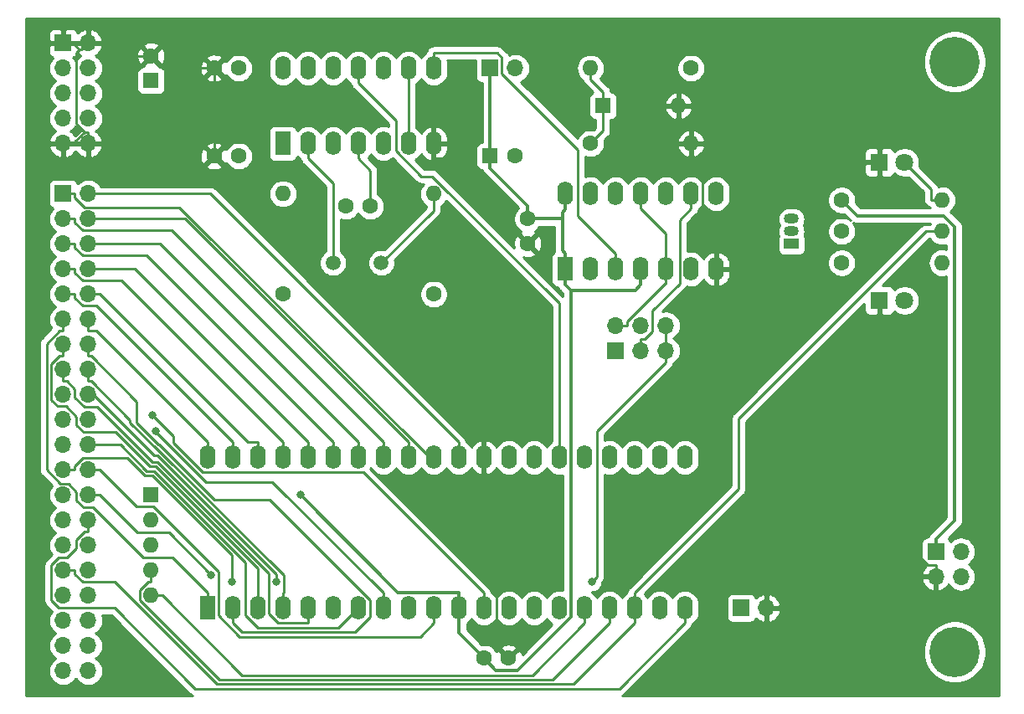
<source format=gbr>
G04 #@! TF.GenerationSoftware,KiCad,Pcbnew,(5.1.4)-1*
G04 #@! TF.CreationDate,2021-06-26T17:24:00+03:00*
G04 #@! TF.ProjectId,CPU,4350552e-6b69-4636-9164-5f7063625858,rev?*
G04 #@! TF.SameCoordinates,Original*
G04 #@! TF.FileFunction,Copper,L2,Bot*
G04 #@! TF.FilePolarity,Positive*
%FSLAX46Y46*%
G04 Gerber Fmt 4.6, Leading zero omitted, Abs format (unit mm)*
G04 Created by KiCad (PCBNEW (5.1.4)-1) date 2021-06-26 17:24:00*
%MOMM*%
%LPD*%
G04 APERTURE LIST*
%ADD10O,1.700000X1.700000*%
%ADD11R,1.700000X1.700000*%
%ADD12C,1.600000*%
%ADD13O,1.600000X2.400000*%
%ADD14R,1.600000X2.400000*%
%ADD15R,1.600000X1.600000*%
%ADD16R,1.800000X1.800000*%
%ADD17C,1.800000*%
%ADD18O,1.600000X1.600000*%
%ADD19O,1.500000X1.050000*%
%ADD20R,1.500000X1.050000*%
%ADD21C,1.500000*%
%ADD22C,5.080000*%
%ADD23C,0.800000*%
%ADD24C,0.375000*%
%ADD25C,0.250000*%
%ADD26C,0.254000*%
G04 APERTURE END LIST*
D10*
X193040000Y-120015000D03*
X190500000Y-120015000D03*
X193040000Y-117475000D03*
D11*
X190500000Y-117475000D03*
D12*
X144780000Y-128270000D03*
X147280000Y-128270000D03*
D13*
X116840000Y-107950000D03*
X165100000Y-123190000D03*
X119380000Y-107950000D03*
X162560000Y-123190000D03*
X121920000Y-107950000D03*
X160020000Y-123190000D03*
X124460000Y-107950000D03*
X157480000Y-123190000D03*
X127000000Y-107950000D03*
X154940000Y-123190000D03*
X129540000Y-107950000D03*
X152400000Y-123190000D03*
X132080000Y-107950000D03*
X149860000Y-123190000D03*
X134620000Y-107950000D03*
X147320000Y-123190000D03*
X137160000Y-107950000D03*
X144780000Y-123190000D03*
X139700000Y-107950000D03*
X142240000Y-123190000D03*
X142240000Y-107950000D03*
X139700000Y-123190000D03*
X144780000Y-107950000D03*
X137160000Y-123190000D03*
X147320000Y-107950000D03*
X134620000Y-123190000D03*
X149860000Y-107950000D03*
X132080000Y-123190000D03*
X152400000Y-107950000D03*
X129540000Y-123190000D03*
X154940000Y-107950000D03*
X127000000Y-123190000D03*
X157480000Y-107950000D03*
X124460000Y-123190000D03*
X160020000Y-107950000D03*
X121920000Y-123190000D03*
X162560000Y-107950000D03*
X119380000Y-123190000D03*
X165100000Y-107950000D03*
D14*
X116840000Y-123190000D03*
D12*
X117515000Y-68580000D03*
X120015000Y-68580000D03*
X149225000Y-83820000D03*
X149225000Y-86320000D03*
X111125000Y-67350000D03*
D15*
X111125000Y-69850000D03*
D12*
X120015000Y-77470000D03*
X117515000Y-77470000D03*
X133310000Y-82550000D03*
X130810000Y-82550000D03*
D15*
X145415000Y-77470000D03*
D12*
X147915000Y-77470000D03*
D16*
X184785000Y-78105000D03*
D17*
X187325000Y-78105000D03*
D15*
X156845000Y-72390000D03*
D18*
X164465000Y-72390000D03*
D17*
X187325000Y-92075000D03*
D16*
X184785000Y-92075000D03*
D11*
X102235000Y-81280000D03*
D10*
X104775000Y-81280000D03*
X102235000Y-83820000D03*
X104775000Y-83820000D03*
X102235000Y-86360000D03*
X104775000Y-86360000D03*
X102235000Y-88900000D03*
X104775000Y-88900000D03*
X102235000Y-91440000D03*
X104775000Y-91440000D03*
X102235000Y-93980000D03*
X104775000Y-93980000D03*
X102235000Y-96520000D03*
X104775000Y-96520000D03*
X102235000Y-99060000D03*
X104775000Y-99060000D03*
X102235000Y-101600000D03*
X104775000Y-101600000D03*
X102235000Y-104140000D03*
X104775000Y-104140000D03*
X102235000Y-106680000D03*
X104775000Y-106680000D03*
X102235000Y-109220000D03*
X104775000Y-109220000D03*
X102235000Y-111760000D03*
X104775000Y-111760000D03*
X102235000Y-114300000D03*
X104775000Y-114300000D03*
X102235000Y-116840000D03*
X104775000Y-116840000D03*
X102235000Y-119380000D03*
X104775000Y-119380000D03*
X102235000Y-121920000D03*
X104775000Y-121920000D03*
X102235000Y-124460000D03*
X104775000Y-124460000D03*
X102235000Y-127000000D03*
X104775000Y-127000000D03*
X102235000Y-129540000D03*
X104775000Y-129540000D03*
D11*
X102235000Y-66040000D03*
D10*
X104775000Y-66040000D03*
X102235000Y-68580000D03*
X104775000Y-68580000D03*
X102235000Y-71120000D03*
X104775000Y-71120000D03*
X102235000Y-73660000D03*
X104775000Y-73660000D03*
X102235000Y-76200000D03*
X104775000Y-76200000D03*
X173355000Y-123190000D03*
D11*
X170815000Y-123190000D03*
X145415000Y-68580000D03*
D10*
X147955000Y-68580000D03*
D11*
X158115000Y-97155000D03*
D10*
X158115000Y-94615000D03*
X160655000Y-97155000D03*
X160655000Y-94615000D03*
X163195000Y-97155000D03*
X163195000Y-94615000D03*
D19*
X175895000Y-85090000D03*
X175895000Y-83820000D03*
D20*
X175895000Y-86360000D03*
D18*
X124460000Y-81280000D03*
D12*
X124460000Y-91440000D03*
X139700000Y-91440000D03*
D18*
X139700000Y-81280000D03*
X191135000Y-81915000D03*
D12*
X180975000Y-81915000D03*
X165735000Y-68580000D03*
D18*
X155575000Y-68580000D03*
D12*
X155575000Y-76200000D03*
D18*
X165735000Y-76200000D03*
D12*
X180975000Y-88265000D03*
D18*
X191135000Y-88265000D03*
X191135000Y-85090000D03*
D12*
X180975000Y-85090000D03*
D15*
X111125000Y-111760000D03*
D18*
X111125000Y-114300000D03*
X111125000Y-116840000D03*
X111125000Y-119380000D03*
X111125000Y-121920000D03*
D13*
X124460000Y-68580000D03*
X139700000Y-76200000D03*
X127000000Y-68580000D03*
X137160000Y-76200000D03*
X129540000Y-68580000D03*
X134620000Y-76200000D03*
X132080000Y-68580000D03*
X132080000Y-76200000D03*
X134620000Y-68580000D03*
X129540000Y-76200000D03*
X137160000Y-68580000D03*
X127000000Y-76200000D03*
X139700000Y-68580000D03*
D14*
X124460000Y-76200000D03*
X153035000Y-88900000D03*
D13*
X168275000Y-81280000D03*
X155575000Y-88900000D03*
X165735000Y-81280000D03*
X158115000Y-88900000D03*
X163195000Y-81280000D03*
X160655000Y-88900000D03*
X160655000Y-81280000D03*
X163195000Y-88900000D03*
X158115000Y-81280000D03*
X165735000Y-88900000D03*
X155575000Y-81280000D03*
X168275000Y-88900000D03*
X153035000Y-81280000D03*
D21*
X129540000Y-88265000D03*
X134420000Y-88265000D03*
D22*
X192405000Y-67945000D03*
X192405000Y-127635000D03*
D23*
X126271400Y-111760000D03*
X123790900Y-120539800D03*
X111588500Y-105315300D03*
X111280300Y-103686700D03*
X119307700Y-120539900D03*
X117174400Y-119814400D03*
X155711200Y-120539700D03*
D24*
X142240000Y-121602200D02*
X136113600Y-121602200D01*
X136113600Y-121602200D02*
X126271400Y-111760000D01*
X142240000Y-123190000D02*
X142240000Y-121602200D01*
X142240000Y-123538200D02*
X142240000Y-123190000D01*
X142240000Y-123538200D02*
X142240000Y-124640300D01*
X142240000Y-124640300D02*
X142240000Y-125730000D01*
X142240000Y-125730000D02*
X144780000Y-128270000D01*
X145415000Y-77470000D02*
X145415000Y-78657800D01*
X149225000Y-83820000D02*
X149225000Y-82467800D01*
X149225000Y-82467800D02*
X145415000Y-78657800D01*
X152717200Y-83820000D02*
X149225000Y-83820000D01*
X153607900Y-91060700D02*
X153607900Y-124063900D01*
X153607900Y-124063900D02*
X148213800Y-129458000D01*
X148213800Y-129458000D02*
X145968000Y-129458000D01*
X145968000Y-129458000D02*
X144780000Y-128270000D01*
X153035000Y-90487800D02*
X153607900Y-91060700D01*
X153607900Y-91060700D02*
X160082100Y-91060700D01*
X160082100Y-91060700D02*
X160655000Y-90487800D01*
X160655000Y-88900000D02*
X160655000Y-90487800D01*
X153035000Y-81280000D02*
X153035000Y-82867800D01*
X152717200Y-83820000D02*
X152717200Y-86994400D01*
X152717200Y-86994400D02*
X153035000Y-87312200D01*
X153035000Y-82867800D02*
X152717200Y-83185600D01*
X152717200Y-83185600D02*
X152717200Y-83820000D01*
X153035000Y-88900000D02*
X153035000Y-87312200D01*
X153035000Y-89333500D02*
X153035000Y-88900000D01*
X153035000Y-89333500D02*
X153035000Y-90487800D01*
X190500000Y-117475000D02*
X190500000Y-116237200D01*
X180975000Y-81915000D02*
X182562500Y-83502500D01*
X182562500Y-83502500D02*
X191269200Y-83502500D01*
X191269200Y-83502500D02*
X192376900Y-84610200D01*
X192376900Y-84610200D02*
X192376900Y-114360300D01*
X192376900Y-114360300D02*
X190500000Y-116237200D01*
X145415000Y-68580000D02*
X145415000Y-77470000D01*
D25*
X117515000Y-68580000D02*
X112355000Y-68580000D01*
X112355000Y-68580000D02*
X111125000Y-67350000D01*
X117515000Y-77470000D02*
X117515000Y-68580000D01*
X139700000Y-76200000D02*
X139700000Y-77725300D01*
X149225000Y-86320000D02*
X140630300Y-77725300D01*
X140630300Y-77725300D02*
X139700000Y-77725300D01*
X144780000Y-109475300D02*
X146050000Y-110745300D01*
X146050000Y-110745300D02*
X146050000Y-127040000D01*
X146050000Y-127040000D02*
X147280000Y-128270000D01*
X173355000Y-123190000D02*
X174530300Y-123190000D01*
X184785000Y-113932700D02*
X189692000Y-118839700D01*
X189692000Y-118839700D02*
X190500000Y-118839700D01*
X184785000Y-92075000D02*
X184785000Y-113932700D01*
X184785000Y-113932700D02*
X183787600Y-113932700D01*
X183787600Y-113932700D02*
X174530300Y-123190000D01*
X165735000Y-76200000D02*
X165735000Y-77325300D01*
X168275000Y-88900000D02*
X168275000Y-87374700D01*
X168275000Y-87374700D02*
X166860300Y-85960000D01*
X166860300Y-85960000D02*
X166860300Y-78450600D01*
X166860300Y-78450600D02*
X165735000Y-77325300D01*
X103909000Y-66716600D02*
X104098400Y-66716600D01*
X104098400Y-66716600D02*
X104775000Y-66040000D01*
X103909000Y-66716600D02*
X103599700Y-67025900D01*
X103599700Y-67025900D02*
X103599700Y-74216800D01*
X103599700Y-74216800D02*
X104407600Y-75024700D01*
X103410300Y-66040000D02*
X103410300Y-66217900D01*
X103410300Y-66217900D02*
X103909000Y-66716600D01*
X104775000Y-66040000D02*
X105950300Y-66040000D01*
X111125000Y-67350000D02*
X107260300Y-67350000D01*
X107260300Y-67350000D02*
X105950300Y-66040000D01*
X102235000Y-66040000D02*
X103410300Y-66040000D01*
X104407600Y-75024700D02*
X104775000Y-75024700D01*
X104407600Y-75024700D02*
X103410300Y-76022000D01*
X103410300Y-76022000D02*
X103410300Y-76200000D01*
X102235000Y-76200000D02*
X103410300Y-76200000D01*
X104775000Y-76200000D02*
X104775000Y-75024700D01*
X190500000Y-120015000D02*
X190500000Y-118839700D01*
X144780000Y-107950000D02*
X144780000Y-109475300D01*
X127000000Y-76200000D02*
X127000000Y-77725300D01*
X129540000Y-88265000D02*
X129540000Y-80265300D01*
X129540000Y-80265300D02*
X127000000Y-77725300D01*
X132080000Y-77725300D02*
X133310000Y-78955300D01*
X133310000Y-78955300D02*
X133310000Y-82550000D01*
X132080000Y-76200000D02*
X132080000Y-77725300D01*
X155575000Y-68580000D02*
X155575000Y-69705300D01*
X155575000Y-69705300D02*
X156845000Y-70975300D01*
X156845000Y-70975300D02*
X156845000Y-72390000D01*
X155575000Y-76200000D02*
X156845000Y-74930000D01*
X156845000Y-74930000D02*
X156845000Y-72390000D01*
X191135000Y-81915000D02*
X190009700Y-81915000D01*
X190009700Y-81915000D02*
X190009700Y-80789700D01*
X190009700Y-80789700D02*
X187325000Y-78105000D01*
X103410300Y-81280000D02*
X103410300Y-81647400D01*
X103410300Y-81647400D02*
X104404800Y-82641900D01*
X104404800Y-82641900D02*
X114014100Y-82641900D01*
X114014100Y-82641900D02*
X139322200Y-107950000D01*
X139322200Y-107950000D02*
X139700000Y-107950000D01*
X102235000Y-81280000D02*
X103410300Y-81280000D01*
X104775000Y-81280000D02*
X117095300Y-81280000D01*
X117095300Y-81280000D02*
X142240000Y-106424700D01*
X142240000Y-107950000D02*
X142240000Y-106424700D01*
X134620000Y-107950000D02*
X134620000Y-106424700D01*
X102235000Y-83820000D02*
X103410300Y-83820000D01*
X103410300Y-83820000D02*
X103410300Y-84187400D01*
X103410300Y-84187400D02*
X104218200Y-84995300D01*
X104218200Y-84995300D02*
X113190600Y-84995300D01*
X113190600Y-84995300D02*
X134620000Y-106424700D01*
X104775000Y-83820000D02*
X114555300Y-83820000D01*
X114555300Y-83820000D02*
X137160000Y-106424700D01*
X137160000Y-107950000D02*
X137160000Y-106424700D01*
X129540000Y-107950000D02*
X129540000Y-106424700D01*
X102235000Y-86360000D02*
X103410300Y-86360000D01*
X103410300Y-86360000D02*
X103410300Y-86727400D01*
X103410300Y-86727400D02*
X104218200Y-87535300D01*
X104218200Y-87535300D02*
X110650600Y-87535300D01*
X110650600Y-87535300D02*
X129540000Y-106424700D01*
X104775000Y-86360000D02*
X112015300Y-86360000D01*
X112015300Y-86360000D02*
X132080000Y-106424700D01*
X132080000Y-107950000D02*
X132080000Y-106424700D01*
X124460000Y-107950000D02*
X124460000Y-106424700D01*
X102235000Y-88900000D02*
X103410300Y-88900000D01*
X103410300Y-88900000D02*
X103410300Y-89267400D01*
X103410300Y-89267400D02*
X104218200Y-90075300D01*
X104218200Y-90075300D02*
X108110600Y-90075300D01*
X108110600Y-90075300D02*
X124460000Y-106424700D01*
X127000000Y-107950000D02*
X127000000Y-106424700D01*
X104775000Y-88900000D02*
X109475300Y-88900000D01*
X109475300Y-88900000D02*
X127000000Y-106424700D01*
X119380000Y-107950000D02*
X119380000Y-106424700D01*
X102235000Y-91440000D02*
X103410300Y-91440000D01*
X103410300Y-91440000D02*
X103410300Y-91807400D01*
X103410300Y-91807400D02*
X104218200Y-92615300D01*
X104218200Y-92615300D02*
X105570600Y-92615300D01*
X105570600Y-92615300D02*
X119380000Y-106424700D01*
X121920000Y-107950000D02*
X121920000Y-106424700D01*
X104775000Y-91440000D02*
X105950300Y-91440000D01*
X105950300Y-91440000D02*
X120935000Y-106424700D01*
X120935000Y-106424700D02*
X121920000Y-106424700D01*
X116840000Y-123190000D02*
X116840000Y-121664700D01*
X102235000Y-93980000D02*
X102235000Y-95155300D01*
X102235000Y-95155300D02*
X101867700Y-95155300D01*
X101867700Y-95155300D02*
X100571400Y-96451600D01*
X100571400Y-96451600D02*
X100571400Y-109218800D01*
X100571400Y-109218800D02*
X101937200Y-110584600D01*
X101937200Y-110584600D02*
X102760600Y-110584600D01*
X102760600Y-110584600D02*
X103599600Y-111423600D01*
X103599600Y-111423600D02*
X103599600Y-112285600D01*
X103599600Y-112285600D02*
X104344000Y-113030000D01*
X104344000Y-113030000D02*
X105247500Y-113030000D01*
X105247500Y-113030000D02*
X110327500Y-118110000D01*
X110327500Y-118110000D02*
X113285300Y-118110000D01*
X113285300Y-118110000D02*
X116840000Y-121664700D01*
X116840000Y-107950000D02*
X116840000Y-106424700D01*
X104775000Y-93980000D02*
X104775000Y-95155300D01*
X104775000Y-95155300D02*
X105570600Y-95155300D01*
X105570600Y-95155300D02*
X116840000Y-106424700D01*
X102235000Y-97695300D02*
X101867600Y-97695300D01*
X101867600Y-97695300D02*
X101059700Y-98503200D01*
X101059700Y-98503200D02*
X101059700Y-102151600D01*
X101059700Y-102151600D02*
X101683500Y-102775400D01*
X101683500Y-102775400D02*
X102534600Y-102775400D01*
X102534600Y-102775400D02*
X103599600Y-103840400D01*
X103599600Y-103840400D02*
X103599600Y-104665600D01*
X103599600Y-104665600D02*
X104343900Y-105409900D01*
X104343900Y-105409900D02*
X107570900Y-105409900D01*
X107570900Y-105409900D02*
X111040100Y-108879100D01*
X111040100Y-108879100D02*
X111616100Y-108879100D01*
X111616100Y-108879100D02*
X121920000Y-119183000D01*
X121920000Y-119183000D02*
X121920000Y-121664700D01*
X102235000Y-96520000D02*
X102235000Y-97695300D01*
X121920000Y-123190000D02*
X121920000Y-121664700D01*
X119380000Y-124715300D02*
X120294100Y-125629400D01*
X120294100Y-125629400D02*
X131734500Y-125629400D01*
X131734500Y-125629400D02*
X133261400Y-124102500D01*
X133261400Y-124102500D02*
X133261400Y-122365200D01*
X133261400Y-122365200D02*
X123141900Y-112245700D01*
X123141900Y-112245700D02*
X117530300Y-112245700D01*
X117530300Y-112245700D02*
X111912100Y-106627500D01*
X111912100Y-106627500D02*
X111874800Y-106627500D01*
X111874800Y-106627500D02*
X109690400Y-104443100D01*
X109690400Y-104443100D02*
X109690400Y-102299100D01*
X109690400Y-102299100D02*
X105086600Y-97695300D01*
X105086600Y-97695300D02*
X104775000Y-97695300D01*
X119380000Y-123190000D02*
X119380000Y-124715300D01*
X104775000Y-96520000D02*
X104775000Y-97695300D01*
X102235000Y-100235300D02*
X102602400Y-100235300D01*
X102602400Y-100235300D02*
X103410300Y-101043200D01*
X103410300Y-101043200D02*
X103410300Y-101900000D01*
X103410300Y-101900000D02*
X104380300Y-102870000D01*
X104380300Y-102870000D02*
X105689900Y-102870000D01*
X105689900Y-102870000D02*
X111248700Y-108428800D01*
X111248700Y-108428800D02*
X111802700Y-108428800D01*
X111802700Y-108428800D02*
X123045400Y-119671500D01*
X123045400Y-119671500D02*
X123045400Y-123779900D01*
X123045400Y-123779900D02*
X123980800Y-124715300D01*
X123980800Y-124715300D02*
X127000000Y-124715300D01*
X127000000Y-123190000D02*
X127000000Y-124715300D01*
X102235000Y-99060000D02*
X102235000Y-100235300D01*
X124460000Y-123190000D02*
X124460000Y-121664700D01*
X104775000Y-99060000D02*
X104775000Y-100235300D01*
X104775000Y-100235300D02*
X105075200Y-100235300D01*
X105075200Y-100235300D02*
X109015000Y-104175100D01*
X109015000Y-104175100D02*
X109015000Y-104442300D01*
X109015000Y-104442300D02*
X111650600Y-107077900D01*
X111650600Y-107077900D02*
X111725600Y-107077900D01*
X111725600Y-107077900D02*
X124536000Y-119888300D01*
X124536000Y-119888300D02*
X124536000Y-121588700D01*
X124536000Y-121588700D02*
X124460000Y-121664700D01*
X104775000Y-101600000D02*
X105292200Y-101600000D01*
X105292200Y-101600000D02*
X111445600Y-107753400D01*
X111445600Y-107753400D02*
X111764200Y-107753400D01*
X111764200Y-107753400D02*
X123790900Y-119780100D01*
X123790900Y-119780100D02*
X123790900Y-120539800D01*
X134620000Y-121664700D02*
X123378800Y-110423500D01*
X123378800Y-110423500D02*
X116660600Y-110423500D01*
X116660600Y-110423500D02*
X111588500Y-105351400D01*
X111588500Y-105351400D02*
X111588500Y-105315300D01*
X134620000Y-123190000D02*
X134620000Y-121664700D01*
X144780000Y-121664700D02*
X132590700Y-109475400D01*
X132590700Y-109475400D02*
X116373900Y-109475400D01*
X116373900Y-109475400D02*
X113352900Y-106454400D01*
X113352900Y-106454400D02*
X113352900Y-105759300D01*
X113352900Y-105759300D02*
X111280300Y-103686700D01*
X144780000Y-123190000D02*
X144780000Y-121664700D01*
X105950300Y-106680000D02*
X108011100Y-106680000D01*
X108011100Y-106680000D02*
X110660500Y-109329400D01*
X110660500Y-109329400D02*
X111429500Y-109329400D01*
X111429500Y-109329400D02*
X120650000Y-118549900D01*
X120650000Y-118549900D02*
X120650000Y-123911700D01*
X120650000Y-123911700D02*
X121917300Y-125179000D01*
X121917300Y-125179000D02*
X130091000Y-125179000D01*
X130091000Y-125179000D02*
X132080000Y-123190000D01*
X104775000Y-106680000D02*
X105950300Y-106680000D01*
X103410300Y-109220000D02*
X103410300Y-108852700D01*
X103410300Y-108852700D02*
X104228800Y-108034200D01*
X104228800Y-108034200D02*
X108728400Y-108034200D01*
X108728400Y-108034200D02*
X110473900Y-109779700D01*
X110473900Y-109779700D02*
X111242900Y-109779700D01*
X111242900Y-109779700D02*
X119307700Y-117844500D01*
X119307700Y-117844500D02*
X119307700Y-120539900D01*
X102235000Y-109220000D02*
X103410300Y-109220000D01*
X139700000Y-123190000D02*
X139700000Y-124715300D01*
X104775000Y-109220000D02*
X105950300Y-109220000D01*
X105950300Y-109220000D02*
X109615700Y-112885400D01*
X109615700Y-112885400D02*
X111319300Y-112885400D01*
X111319300Y-112885400D02*
X117965400Y-119531500D01*
X117965400Y-119531500D02*
X117965400Y-123937600D01*
X117965400Y-123937600D02*
X120109400Y-126081600D01*
X120109400Y-126081600D02*
X138333700Y-126081600D01*
X138333700Y-126081600D02*
X139700000Y-124715300D01*
X105950300Y-111760000D02*
X109760300Y-115570000D01*
X109760300Y-115570000D02*
X112930000Y-115570000D01*
X112930000Y-115570000D02*
X117174400Y-119814400D01*
X104775000Y-111760000D02*
X105950300Y-111760000D01*
X165100000Y-123190000D02*
X165100000Y-124715300D01*
X104775000Y-114300000D02*
X104775000Y-115475300D01*
X104775000Y-115475300D02*
X104407600Y-115475300D01*
X104407600Y-115475300D02*
X103599700Y-116283200D01*
X103599700Y-116283200D02*
X103599700Y-117176300D01*
X103599700Y-117176300D02*
X102666000Y-118110000D01*
X102666000Y-118110000D02*
X101814300Y-118110000D01*
X101814300Y-118110000D02*
X101053900Y-118870400D01*
X101053900Y-118870400D02*
X101053900Y-122427200D01*
X101053900Y-122427200D02*
X101816700Y-123190000D01*
X101816700Y-123190000D02*
X107426400Y-123190000D01*
X107426400Y-123190000D02*
X115581600Y-131345200D01*
X115581600Y-131345200D02*
X158470100Y-131345200D01*
X158470100Y-131345200D02*
X165100000Y-124715300D01*
X160020000Y-123190000D02*
X160020000Y-121664700D01*
X191135000Y-85090000D02*
X189497500Y-85090000D01*
X189497500Y-85090000D02*
X170543100Y-104044400D01*
X170543100Y-104044400D02*
X170543100Y-111141600D01*
X170543100Y-111141600D02*
X160020000Y-121664700D01*
X103410300Y-119380000D02*
X103410300Y-119747400D01*
X103410300Y-119747400D02*
X104218200Y-120555300D01*
X104218200Y-120555300D02*
X107485300Y-120555300D01*
X107485300Y-120555300D02*
X117817000Y-130887000D01*
X117817000Y-130887000D02*
X153848300Y-130887000D01*
X153848300Y-130887000D02*
X160020000Y-124715300D01*
X160020000Y-123190000D02*
X160020000Y-124715300D01*
X102235000Y-119380000D02*
X103410300Y-119380000D01*
X111125000Y-121920000D02*
X112250300Y-121920000D01*
X112250300Y-121920000D02*
X120316000Y-129985700D01*
X120316000Y-129985700D02*
X149669600Y-129985700D01*
X149669600Y-129985700D02*
X154940000Y-124715300D01*
X154940000Y-123190000D02*
X154940000Y-124715300D01*
X157480000Y-123190000D02*
X157480000Y-124715300D01*
X111125000Y-119380000D02*
X111125000Y-120505300D01*
X111125000Y-120505300D02*
X110843700Y-120505300D01*
X110843700Y-120505300D02*
X109985100Y-121363900D01*
X109985100Y-121363900D02*
X109985100Y-122418200D01*
X109985100Y-122418200D02*
X118003600Y-130436700D01*
X118003600Y-130436700D02*
X151758600Y-130436700D01*
X151758600Y-130436700D02*
X157480000Y-124715300D01*
X163195000Y-97155000D02*
X163195000Y-98330300D01*
X163195000Y-98330300D02*
X156210000Y-105315300D01*
X156210000Y-105315300D02*
X156210000Y-120040900D01*
X156210000Y-120040900D02*
X155711200Y-120539700D01*
X163195000Y-94615000D02*
X163195000Y-97155000D01*
X132080000Y-68580000D02*
X132080000Y-70105300D01*
X132080000Y-70105300D02*
X135890000Y-73915300D01*
X135890000Y-73915300D02*
X135890000Y-76960700D01*
X135890000Y-76960700D02*
X138441200Y-79511900D01*
X138441200Y-79511900D02*
X139554000Y-79511900D01*
X139554000Y-79511900D02*
X152400000Y-92357900D01*
X152400000Y-92357900D02*
X152400000Y-107950000D01*
X139700000Y-68580000D02*
X139700000Y-67054700D01*
X158115000Y-88900000D02*
X158115000Y-87374700D01*
X158115000Y-87374700D02*
X154305000Y-83564700D01*
X154305000Y-83564700D02*
X154305000Y-76830200D01*
X154305000Y-76830200D02*
X146590400Y-69115600D01*
X146590400Y-69115600D02*
X146590400Y-67511500D01*
X146590400Y-67511500D02*
X146133600Y-67054700D01*
X146133600Y-67054700D02*
X139700000Y-67054700D01*
X158115000Y-94615000D02*
X159290300Y-94615000D01*
X163195000Y-88900000D02*
X163195000Y-90425300D01*
X163195000Y-90425300D02*
X163083700Y-90425300D01*
X163083700Y-90425300D02*
X159290300Y-94218700D01*
X159290300Y-94218700D02*
X159290300Y-94615000D01*
X160655000Y-82805300D02*
X163195000Y-85345300D01*
X163195000Y-85345300D02*
X163195000Y-88900000D01*
X160655000Y-81280000D02*
X160655000Y-82805300D01*
X160655000Y-97155000D02*
X160655000Y-95979700D01*
X165735000Y-81280000D02*
X165735000Y-82805300D01*
X165735000Y-82805300D02*
X164572200Y-83968100D01*
X164572200Y-83968100D02*
X164572200Y-90349300D01*
X164572200Y-90349300D02*
X161830300Y-93091200D01*
X161830300Y-93091200D02*
X161830300Y-95171800D01*
X161830300Y-95171800D02*
X161022400Y-95979700D01*
X161022400Y-95979700D02*
X160655000Y-95979700D01*
X134420000Y-88265000D02*
X139700000Y-82985000D01*
X139700000Y-82985000D02*
X139700000Y-81280000D01*
X137160000Y-68580000D02*
X137160000Y-76200000D01*
D26*
G36*
X196825001Y-132055000D02*
G01*
X158748323Y-132055000D01*
X158762347Y-132050746D01*
X158894376Y-131980174D01*
X159010101Y-131885201D01*
X159033904Y-131856197D01*
X163567812Y-127322290D01*
X189230000Y-127322290D01*
X189230000Y-127947710D01*
X189352014Y-128561113D01*
X189591352Y-129138926D01*
X189938817Y-129658944D01*
X190381056Y-130101183D01*
X190901074Y-130448648D01*
X191478887Y-130687986D01*
X192092290Y-130810000D01*
X192717710Y-130810000D01*
X193331113Y-130687986D01*
X193908926Y-130448648D01*
X194428944Y-130101183D01*
X194871183Y-129658944D01*
X195218648Y-129138926D01*
X195457986Y-128561113D01*
X195580000Y-127947710D01*
X195580000Y-127322290D01*
X195457986Y-126708887D01*
X195218648Y-126131074D01*
X194871183Y-125611056D01*
X194428944Y-125168817D01*
X193908926Y-124821352D01*
X193331113Y-124582014D01*
X192717710Y-124460000D01*
X192092290Y-124460000D01*
X191478887Y-124582014D01*
X190901074Y-124821352D01*
X190381056Y-125168817D01*
X189938817Y-125611056D01*
X189591352Y-126131074D01*
X189352014Y-126708887D01*
X189230000Y-127322290D01*
X163567812Y-127322290D01*
X165611008Y-125279095D01*
X165640001Y-125255301D01*
X165663795Y-125226308D01*
X165663799Y-125226304D01*
X165734973Y-125139577D01*
X165734974Y-125139576D01*
X165805546Y-125007547D01*
X165849003Y-124864286D01*
X165853942Y-124814139D01*
X165901101Y-124788932D01*
X166119608Y-124609608D01*
X166298932Y-124391101D01*
X166432182Y-124141808D01*
X166514236Y-123871309D01*
X166535000Y-123660491D01*
X166535000Y-122719508D01*
X166514236Y-122508691D01*
X166463065Y-122340000D01*
X169326928Y-122340000D01*
X169326928Y-124040000D01*
X169339188Y-124164482D01*
X169375498Y-124284180D01*
X169434463Y-124394494D01*
X169513815Y-124491185D01*
X169610506Y-124570537D01*
X169720820Y-124629502D01*
X169840518Y-124665812D01*
X169965000Y-124678072D01*
X171665000Y-124678072D01*
X171789482Y-124665812D01*
X171909180Y-124629502D01*
X172019494Y-124570537D01*
X172116185Y-124491185D01*
X172195537Y-124394494D01*
X172254502Y-124284180D01*
X172277498Y-124208374D01*
X172473645Y-124385178D01*
X172723748Y-124534157D01*
X172998109Y-124631481D01*
X173228000Y-124510814D01*
X173228000Y-123317000D01*
X173482000Y-123317000D01*
X173482000Y-124510814D01*
X173711891Y-124631481D01*
X173986252Y-124534157D01*
X174236355Y-124385178D01*
X174452588Y-124190269D01*
X174626641Y-123956920D01*
X174751825Y-123694099D01*
X174796476Y-123546890D01*
X174675155Y-123317000D01*
X173482000Y-123317000D01*
X173228000Y-123317000D01*
X173208000Y-123317000D01*
X173208000Y-123063000D01*
X173228000Y-123063000D01*
X173228000Y-121869186D01*
X173482000Y-121869186D01*
X173482000Y-123063000D01*
X174675155Y-123063000D01*
X174796476Y-122833110D01*
X174751825Y-122685901D01*
X174626641Y-122423080D01*
X174452588Y-122189731D01*
X174236355Y-121994822D01*
X173986252Y-121845843D01*
X173711891Y-121748519D01*
X173482000Y-121869186D01*
X173228000Y-121869186D01*
X172998109Y-121748519D01*
X172723748Y-121845843D01*
X172473645Y-121994822D01*
X172277498Y-122171626D01*
X172254502Y-122095820D01*
X172195537Y-121985506D01*
X172116185Y-121888815D01*
X172019494Y-121809463D01*
X171909180Y-121750498D01*
X171789482Y-121714188D01*
X171665000Y-121701928D01*
X169965000Y-121701928D01*
X169840518Y-121714188D01*
X169720820Y-121750498D01*
X169610506Y-121809463D01*
X169513815Y-121888815D01*
X169434463Y-121985506D01*
X169375498Y-122095820D01*
X169339188Y-122215518D01*
X169326928Y-122340000D01*
X166463065Y-122340000D01*
X166432182Y-122238192D01*
X166298932Y-121988899D01*
X166119607Y-121770392D01*
X165901100Y-121591068D01*
X165651807Y-121457818D01*
X165381308Y-121375764D01*
X165100000Y-121348057D01*
X164818691Y-121375764D01*
X164548192Y-121457818D01*
X164298899Y-121591068D01*
X164080392Y-121770393D01*
X163901068Y-121988900D01*
X163830000Y-122121858D01*
X163758932Y-121988899D01*
X163579607Y-121770392D01*
X163361100Y-121591068D01*
X163111807Y-121457818D01*
X162841308Y-121375764D01*
X162560000Y-121348057D01*
X162278691Y-121375764D01*
X162008192Y-121457818D01*
X161758899Y-121591068D01*
X161540392Y-121770393D01*
X161361068Y-121988900D01*
X161290000Y-122121858D01*
X161218932Y-121988899D01*
X161039607Y-121770392D01*
X161011871Y-121747630D01*
X162387611Y-120371890D01*
X189058524Y-120371890D01*
X189103175Y-120519099D01*
X189228359Y-120781920D01*
X189402412Y-121015269D01*
X189618645Y-121210178D01*
X189868748Y-121359157D01*
X190143109Y-121456481D01*
X190373000Y-121335814D01*
X190373000Y-120142000D01*
X189179845Y-120142000D01*
X189058524Y-120371890D01*
X162387611Y-120371890D01*
X171054103Y-111705399D01*
X171083101Y-111681601D01*
X171178074Y-111565876D01*
X171248646Y-111433847D01*
X171292103Y-111290586D01*
X171303100Y-111178933D01*
X171303100Y-111178925D01*
X171306776Y-111141600D01*
X171303100Y-111104275D01*
X171303100Y-104359201D01*
X183249741Y-92412561D01*
X183246928Y-92975000D01*
X183259188Y-93099482D01*
X183295498Y-93219180D01*
X183354463Y-93329494D01*
X183433815Y-93426185D01*
X183530506Y-93505537D01*
X183640820Y-93564502D01*
X183760518Y-93600812D01*
X183885000Y-93613072D01*
X184499250Y-93610000D01*
X184658000Y-93451250D01*
X184658000Y-92202000D01*
X184638000Y-92202000D01*
X184638000Y-91948000D01*
X184658000Y-91948000D01*
X184658000Y-91928000D01*
X184912000Y-91928000D01*
X184912000Y-91948000D01*
X184932000Y-91948000D01*
X184932000Y-92202000D01*
X184912000Y-92202000D01*
X184912000Y-93451250D01*
X185070750Y-93610000D01*
X185685000Y-93613072D01*
X185809482Y-93600812D01*
X185929180Y-93564502D01*
X186039494Y-93505537D01*
X186136185Y-93426185D01*
X186215537Y-93329494D01*
X186274502Y-93219180D01*
X186280056Y-93200873D01*
X186346495Y-93267312D01*
X186597905Y-93435299D01*
X186877257Y-93551011D01*
X187173816Y-93610000D01*
X187476184Y-93610000D01*
X187772743Y-93551011D01*
X188052095Y-93435299D01*
X188303505Y-93267312D01*
X188517312Y-93053505D01*
X188685299Y-92802095D01*
X188801011Y-92522743D01*
X188860000Y-92226184D01*
X188860000Y-91923816D01*
X188801011Y-91627257D01*
X188685299Y-91347905D01*
X188517312Y-91096495D01*
X188303505Y-90882688D01*
X188052095Y-90714701D01*
X187772743Y-90598989D01*
X187476184Y-90540000D01*
X187173816Y-90540000D01*
X186877257Y-90598989D01*
X186597905Y-90714701D01*
X186346495Y-90882688D01*
X186280056Y-90949127D01*
X186274502Y-90930820D01*
X186215537Y-90820506D01*
X186136185Y-90723815D01*
X186039494Y-90644463D01*
X185929180Y-90585498D01*
X185809482Y-90549188D01*
X185685000Y-90536928D01*
X185122561Y-90539741D01*
X189812302Y-85850000D01*
X189914099Y-85850000D01*
X189936068Y-85891101D01*
X190115392Y-86109608D01*
X190333899Y-86288932D01*
X190583192Y-86422182D01*
X190853691Y-86504236D01*
X191064508Y-86525000D01*
X191205492Y-86525000D01*
X191416309Y-86504236D01*
X191554400Y-86462347D01*
X191554400Y-86892653D01*
X191416309Y-86850764D01*
X191205492Y-86830000D01*
X191064508Y-86830000D01*
X190853691Y-86850764D01*
X190583192Y-86932818D01*
X190333899Y-87066068D01*
X190115392Y-87245392D01*
X189936068Y-87463899D01*
X189802818Y-87713192D01*
X189720764Y-87983691D01*
X189693057Y-88265000D01*
X189720764Y-88546309D01*
X189802818Y-88816808D01*
X189936068Y-89066101D01*
X190115392Y-89284608D01*
X190333899Y-89463932D01*
X190583192Y-89597182D01*
X190853691Y-89679236D01*
X191064508Y-89700000D01*
X191205492Y-89700000D01*
X191416309Y-89679236D01*
X191554400Y-89637347D01*
X191554401Y-114019609D01*
X189946971Y-115627039D01*
X189915592Y-115652791D01*
X189812809Y-115778033D01*
X189790168Y-115820392D01*
X189736433Y-115920921D01*
X189716410Y-115986928D01*
X189650000Y-115986928D01*
X189525518Y-115999188D01*
X189405820Y-116035498D01*
X189295506Y-116094463D01*
X189198815Y-116173815D01*
X189119463Y-116270506D01*
X189060498Y-116380820D01*
X189024188Y-116500518D01*
X189011928Y-116625000D01*
X189011928Y-118325000D01*
X189024188Y-118449482D01*
X189060498Y-118569180D01*
X189119463Y-118679494D01*
X189198815Y-118776185D01*
X189295506Y-118855537D01*
X189405820Y-118914502D01*
X189486466Y-118938966D01*
X189402412Y-119014731D01*
X189228359Y-119248080D01*
X189103175Y-119510901D01*
X189058524Y-119658110D01*
X189179845Y-119888000D01*
X190373000Y-119888000D01*
X190373000Y-119868000D01*
X190627000Y-119868000D01*
X190627000Y-119888000D01*
X190647000Y-119888000D01*
X190647000Y-120142000D01*
X190627000Y-120142000D01*
X190627000Y-121335814D01*
X190856891Y-121456481D01*
X191131252Y-121359157D01*
X191381355Y-121210178D01*
X191597588Y-121015269D01*
X191768416Y-120786244D01*
X191799294Y-120844014D01*
X191984866Y-121070134D01*
X192210986Y-121255706D01*
X192468966Y-121393599D01*
X192748889Y-121478513D01*
X192967050Y-121500000D01*
X193112950Y-121500000D01*
X193331111Y-121478513D01*
X193611034Y-121393599D01*
X193869014Y-121255706D01*
X194095134Y-121070134D01*
X194280706Y-120844014D01*
X194418599Y-120586034D01*
X194503513Y-120306111D01*
X194532185Y-120015000D01*
X194503513Y-119723889D01*
X194418599Y-119443966D01*
X194280706Y-119185986D01*
X194095134Y-118959866D01*
X193869014Y-118774294D01*
X193814209Y-118745000D01*
X193869014Y-118715706D01*
X194095134Y-118530134D01*
X194280706Y-118304014D01*
X194418599Y-118046034D01*
X194503513Y-117766111D01*
X194532185Y-117475000D01*
X194503513Y-117183889D01*
X194418599Y-116903966D01*
X194280706Y-116645986D01*
X194095134Y-116419866D01*
X193869014Y-116234294D01*
X193611034Y-116096401D01*
X193331111Y-116011487D01*
X193112950Y-115990000D01*
X192967050Y-115990000D01*
X192748889Y-116011487D01*
X192468966Y-116096401D01*
X192210986Y-116234294D01*
X191984866Y-116419866D01*
X191960393Y-116449687D01*
X191939502Y-116380820D01*
X191880537Y-116270506D01*
X191801185Y-116173815D01*
X191760206Y-116140184D01*
X192929925Y-114970465D01*
X192961309Y-114944709D01*
X193064092Y-114819467D01*
X193140467Y-114676580D01*
X193187498Y-114521538D01*
X193199400Y-114400698D01*
X193199400Y-114400689D01*
X193203378Y-114360301D01*
X193199400Y-114319913D01*
X193199400Y-84650587D01*
X193203378Y-84610199D01*
X193199400Y-84569811D01*
X193199400Y-84569802D01*
X193187498Y-84448962D01*
X193140467Y-84293920D01*
X193064092Y-84151033D01*
X192961309Y-84025791D01*
X192929926Y-84000036D01*
X191995266Y-83065376D01*
X192154608Y-82934608D01*
X192333932Y-82716101D01*
X192467182Y-82466808D01*
X192549236Y-82196309D01*
X192576943Y-81915000D01*
X192549236Y-81633691D01*
X192467182Y-81363192D01*
X192333932Y-81113899D01*
X192154608Y-80895392D01*
X191936101Y-80716068D01*
X191686808Y-80582818D01*
X191416309Y-80500764D01*
X191205492Y-80480000D01*
X191064508Y-80480000D01*
X190853691Y-80500764D01*
X190727832Y-80538943D01*
X190715246Y-80497453D01*
X190670791Y-80414285D01*
X190644674Y-80365423D01*
X190573499Y-80278697D01*
X190549701Y-80249699D01*
X190520703Y-80225901D01*
X188808731Y-78513930D01*
X188860000Y-78256184D01*
X188860000Y-77953816D01*
X188801011Y-77657257D01*
X188685299Y-77377905D01*
X188517312Y-77126495D01*
X188303505Y-76912688D01*
X188052095Y-76744701D01*
X187772743Y-76628989D01*
X187476184Y-76570000D01*
X187173816Y-76570000D01*
X186877257Y-76628989D01*
X186597905Y-76744701D01*
X186346495Y-76912688D01*
X186280056Y-76979127D01*
X186274502Y-76960820D01*
X186215537Y-76850506D01*
X186136185Y-76753815D01*
X186039494Y-76674463D01*
X185929180Y-76615498D01*
X185809482Y-76579188D01*
X185685000Y-76566928D01*
X185070750Y-76570000D01*
X184912000Y-76728750D01*
X184912000Y-77978000D01*
X184932000Y-77978000D01*
X184932000Y-78232000D01*
X184912000Y-78232000D01*
X184912000Y-79481250D01*
X185070750Y-79640000D01*
X185685000Y-79643072D01*
X185809482Y-79630812D01*
X185929180Y-79594502D01*
X186039494Y-79535537D01*
X186136185Y-79456185D01*
X186215537Y-79359494D01*
X186274502Y-79249180D01*
X186280056Y-79230873D01*
X186346495Y-79297312D01*
X186597905Y-79465299D01*
X186877257Y-79581011D01*
X187173816Y-79640000D01*
X187476184Y-79640000D01*
X187733930Y-79588731D01*
X189249701Y-81104503D01*
X189249700Y-81877667D01*
X189246023Y-81915000D01*
X189260697Y-82063986D01*
X189304154Y-82207247D01*
X189374726Y-82339276D01*
X189404046Y-82375002D01*
X189469699Y-82455001D01*
X189585424Y-82549974D01*
X189717453Y-82620546D01*
X189860714Y-82664003D01*
X189910861Y-82668942D01*
X189916772Y-82680000D01*
X182903191Y-82680000D01*
X182388353Y-82165162D01*
X182410000Y-82056335D01*
X182410000Y-81773665D01*
X182354853Y-81496426D01*
X182246680Y-81235273D01*
X182089637Y-81000241D01*
X181889759Y-80800363D01*
X181654727Y-80643320D01*
X181393574Y-80535147D01*
X181116335Y-80480000D01*
X180833665Y-80480000D01*
X180556426Y-80535147D01*
X180295273Y-80643320D01*
X180060241Y-80800363D01*
X179860363Y-81000241D01*
X179703320Y-81235273D01*
X179595147Y-81496426D01*
X179540000Y-81773665D01*
X179540000Y-82056335D01*
X179595147Y-82333574D01*
X179703320Y-82594727D01*
X179860363Y-82829759D01*
X180060241Y-83029637D01*
X180295273Y-83186680D01*
X180556426Y-83294853D01*
X180833665Y-83350000D01*
X181116335Y-83350000D01*
X181225162Y-83328353D01*
X181836758Y-83939949D01*
X181654727Y-83818320D01*
X181393574Y-83710147D01*
X181116335Y-83655000D01*
X180833665Y-83655000D01*
X180556426Y-83710147D01*
X180295273Y-83818320D01*
X180060241Y-83975363D01*
X179860363Y-84175241D01*
X179703320Y-84410273D01*
X179595147Y-84671426D01*
X179540000Y-84948665D01*
X179540000Y-85231335D01*
X179595147Y-85508574D01*
X179703320Y-85769727D01*
X179860363Y-86004759D01*
X180060241Y-86204637D01*
X180295273Y-86361680D01*
X180556426Y-86469853D01*
X180833665Y-86525000D01*
X181116335Y-86525000D01*
X181393574Y-86469853D01*
X181654727Y-86361680D01*
X181889759Y-86204637D01*
X182089637Y-86004759D01*
X182246680Y-85769727D01*
X182354853Y-85508574D01*
X182410000Y-85231335D01*
X182410000Y-84948665D01*
X182354853Y-84671426D01*
X182246680Y-84410273D01*
X182094388Y-84182351D01*
X182103333Y-84189692D01*
X182209235Y-84246298D01*
X182246220Y-84266067D01*
X182401261Y-84313098D01*
X182562499Y-84328979D01*
X182602898Y-84325000D01*
X189916772Y-84325000D01*
X189914099Y-84330000D01*
X189534833Y-84330000D01*
X189497500Y-84326323D01*
X189460167Y-84330000D01*
X189348514Y-84340997D01*
X189205253Y-84384454D01*
X189073224Y-84455026D01*
X188957499Y-84549999D01*
X188933701Y-84578997D01*
X170032103Y-103480596D01*
X170003099Y-103504399D01*
X169967191Y-103548154D01*
X169908126Y-103620124D01*
X169868586Y-103694098D01*
X169837554Y-103752154D01*
X169794097Y-103895415D01*
X169783100Y-104007068D01*
X169783100Y-104007078D01*
X169779424Y-104044400D01*
X169783100Y-104081723D01*
X169783101Y-110826797D01*
X159508998Y-121100901D01*
X159480000Y-121124699D01*
X159456203Y-121153696D01*
X159456201Y-121153698D01*
X159385026Y-121240424D01*
X159314454Y-121372454D01*
X159288560Y-121457818D01*
X159270998Y-121515714D01*
X159266059Y-121565860D01*
X159218899Y-121591068D01*
X159000392Y-121770393D01*
X158821068Y-121988900D01*
X158750000Y-122121858D01*
X158678932Y-121988899D01*
X158499607Y-121770392D01*
X158281100Y-121591068D01*
X158031807Y-121457818D01*
X157761308Y-121375764D01*
X157480000Y-121348057D01*
X157198691Y-121375764D01*
X156928192Y-121457818D01*
X156678899Y-121591068D01*
X156460392Y-121770393D01*
X156281068Y-121988900D01*
X156210000Y-122121858D01*
X156138932Y-121988899D01*
X155959607Y-121770392D01*
X155741100Y-121591068D01*
X155710478Y-121574700D01*
X155813139Y-121574700D01*
X156013098Y-121534926D01*
X156201456Y-121456905D01*
X156370974Y-121343637D01*
X156515137Y-121199474D01*
X156628405Y-121029956D01*
X156706426Y-120841598D01*
X156746200Y-120641639D01*
X156746200Y-120584020D01*
X156750001Y-120580901D01*
X156844974Y-120465176D01*
X156915546Y-120333147D01*
X156959003Y-120189886D01*
X156970000Y-120078233D01*
X156970000Y-120078225D01*
X156973676Y-120040900D01*
X156970000Y-120003575D01*
X156970000Y-109694864D01*
X157198692Y-109764236D01*
X157480000Y-109791943D01*
X157761309Y-109764236D01*
X158031808Y-109682182D01*
X158281101Y-109548932D01*
X158499608Y-109369608D01*
X158678932Y-109151101D01*
X158750000Y-109018142D01*
X158821068Y-109151101D01*
X159000393Y-109369608D01*
X159218900Y-109548932D01*
X159468193Y-109682182D01*
X159738692Y-109764236D01*
X160020000Y-109791943D01*
X160301309Y-109764236D01*
X160571808Y-109682182D01*
X160821101Y-109548932D01*
X161039608Y-109369608D01*
X161218932Y-109151101D01*
X161290000Y-109018142D01*
X161361068Y-109151101D01*
X161540393Y-109369608D01*
X161758900Y-109548932D01*
X162008193Y-109682182D01*
X162278692Y-109764236D01*
X162560000Y-109791943D01*
X162841309Y-109764236D01*
X163111808Y-109682182D01*
X163361101Y-109548932D01*
X163579608Y-109369608D01*
X163758932Y-109151101D01*
X163830000Y-109018142D01*
X163901068Y-109151101D01*
X164080393Y-109369608D01*
X164298900Y-109548932D01*
X164548193Y-109682182D01*
X164818692Y-109764236D01*
X165100000Y-109791943D01*
X165381309Y-109764236D01*
X165651808Y-109682182D01*
X165901101Y-109548932D01*
X166119608Y-109369608D01*
X166298932Y-109151101D01*
X166432182Y-108901808D01*
X166514236Y-108631309D01*
X166535000Y-108420491D01*
X166535000Y-107479508D01*
X166514236Y-107268691D01*
X166432182Y-106998192D01*
X166298932Y-106748899D01*
X166119607Y-106530392D01*
X165901100Y-106351068D01*
X165651807Y-106217818D01*
X165381308Y-106135764D01*
X165100000Y-106108057D01*
X164818691Y-106135764D01*
X164548192Y-106217818D01*
X164298899Y-106351068D01*
X164080392Y-106530393D01*
X163901068Y-106748900D01*
X163830000Y-106881858D01*
X163758932Y-106748899D01*
X163579607Y-106530392D01*
X163361100Y-106351068D01*
X163111807Y-106217818D01*
X162841308Y-106135764D01*
X162560000Y-106108057D01*
X162278691Y-106135764D01*
X162008192Y-106217818D01*
X161758899Y-106351068D01*
X161540392Y-106530393D01*
X161361068Y-106748900D01*
X161290000Y-106881858D01*
X161218932Y-106748899D01*
X161039607Y-106530392D01*
X160821100Y-106351068D01*
X160571807Y-106217818D01*
X160301308Y-106135764D01*
X160020000Y-106108057D01*
X159738691Y-106135764D01*
X159468192Y-106217818D01*
X159218899Y-106351068D01*
X159000392Y-106530393D01*
X158821068Y-106748900D01*
X158750000Y-106881858D01*
X158678932Y-106748899D01*
X158499607Y-106530392D01*
X158281100Y-106351068D01*
X158031807Y-106217818D01*
X157761308Y-106135764D01*
X157480000Y-106108057D01*
X157198691Y-106135764D01*
X156970000Y-106205136D01*
X156970000Y-105630101D01*
X163706003Y-98894099D01*
X163735001Y-98870301D01*
X163829974Y-98754576D01*
X163900546Y-98622547D01*
X163944003Y-98479286D01*
X163948246Y-98436205D01*
X164024014Y-98395706D01*
X164250134Y-98210134D01*
X164435706Y-97984014D01*
X164573599Y-97726034D01*
X164658513Y-97446111D01*
X164687185Y-97155000D01*
X164658513Y-96863889D01*
X164573599Y-96583966D01*
X164435706Y-96325986D01*
X164250134Y-96099866D01*
X164024014Y-95914294D01*
X163969209Y-95885000D01*
X164024014Y-95855706D01*
X164250134Y-95670134D01*
X164435706Y-95444014D01*
X164573599Y-95186034D01*
X164658513Y-94906111D01*
X164687185Y-94615000D01*
X164658513Y-94323889D01*
X164573599Y-94043966D01*
X164435706Y-93785986D01*
X164250134Y-93559866D01*
X164024014Y-93374294D01*
X163766034Y-93236401D01*
X163486111Y-93151487D01*
X163267950Y-93130000D01*
X163122050Y-93130000D01*
X162903889Y-93151487D01*
X162819091Y-93177210D01*
X165083203Y-90913099D01*
X165112201Y-90889301D01*
X165207174Y-90773576D01*
X165268861Y-90658169D01*
X165453692Y-90714236D01*
X165735000Y-90741943D01*
X166016309Y-90714236D01*
X166286808Y-90632182D01*
X166536101Y-90498932D01*
X166754608Y-90319608D01*
X166933932Y-90101101D01*
X167002265Y-89973259D01*
X167152399Y-90202839D01*
X167350105Y-90404500D01*
X167583354Y-90563715D01*
X167843182Y-90674367D01*
X167925961Y-90691904D01*
X168148000Y-90569915D01*
X168148000Y-89027000D01*
X168402000Y-89027000D01*
X168402000Y-90569915D01*
X168624039Y-90691904D01*
X168706818Y-90674367D01*
X168966646Y-90563715D01*
X169199895Y-90404500D01*
X169397601Y-90202839D01*
X169552166Y-89966483D01*
X169657650Y-89704514D01*
X169710000Y-89427000D01*
X169710000Y-89027000D01*
X168402000Y-89027000D01*
X168148000Y-89027000D01*
X168128000Y-89027000D01*
X168128000Y-88773000D01*
X168148000Y-88773000D01*
X168148000Y-87230085D01*
X168402000Y-87230085D01*
X168402000Y-88773000D01*
X169710000Y-88773000D01*
X169710000Y-88373000D01*
X169662966Y-88123665D01*
X179540000Y-88123665D01*
X179540000Y-88406335D01*
X179595147Y-88683574D01*
X179703320Y-88944727D01*
X179860363Y-89179759D01*
X180060241Y-89379637D01*
X180295273Y-89536680D01*
X180556426Y-89644853D01*
X180833665Y-89700000D01*
X181116335Y-89700000D01*
X181393574Y-89644853D01*
X181654727Y-89536680D01*
X181889759Y-89379637D01*
X182089637Y-89179759D01*
X182246680Y-88944727D01*
X182354853Y-88683574D01*
X182410000Y-88406335D01*
X182410000Y-88123665D01*
X182354853Y-87846426D01*
X182246680Y-87585273D01*
X182089637Y-87350241D01*
X181889759Y-87150363D01*
X181654727Y-86993320D01*
X181393574Y-86885147D01*
X181116335Y-86830000D01*
X180833665Y-86830000D01*
X180556426Y-86885147D01*
X180295273Y-86993320D01*
X180060241Y-87150363D01*
X179860363Y-87350241D01*
X179703320Y-87585273D01*
X179595147Y-87846426D01*
X179540000Y-88123665D01*
X169662966Y-88123665D01*
X169657650Y-88095486D01*
X169552166Y-87833517D01*
X169397601Y-87597161D01*
X169199895Y-87395500D01*
X168966646Y-87236285D01*
X168706818Y-87125633D01*
X168624039Y-87108096D01*
X168402000Y-87230085D01*
X168148000Y-87230085D01*
X167925961Y-87108096D01*
X167843182Y-87125633D01*
X167583354Y-87236285D01*
X167350105Y-87395500D01*
X167152399Y-87597161D01*
X167002265Y-87826741D01*
X166933932Y-87698899D01*
X166754607Y-87480392D01*
X166536100Y-87301068D01*
X166286807Y-87167818D01*
X166016308Y-87085764D01*
X165735000Y-87058057D01*
X165453691Y-87085764D01*
X165332200Y-87122617D01*
X165332200Y-84282901D01*
X165795101Y-83820000D01*
X174504388Y-83820000D01*
X174526785Y-84047400D01*
X174593115Y-84266060D01*
X174694105Y-84455000D01*
X174593115Y-84643940D01*
X174526785Y-84862600D01*
X174504388Y-85090000D01*
X174526785Y-85317400D01*
X174590093Y-85526098D01*
X174555498Y-85590820D01*
X174519188Y-85710518D01*
X174506928Y-85835000D01*
X174506928Y-86885000D01*
X174519188Y-87009482D01*
X174555498Y-87129180D01*
X174614463Y-87239494D01*
X174693815Y-87336185D01*
X174790506Y-87415537D01*
X174900820Y-87474502D01*
X175020518Y-87510812D01*
X175145000Y-87523072D01*
X176645000Y-87523072D01*
X176769482Y-87510812D01*
X176889180Y-87474502D01*
X176999494Y-87415537D01*
X177096185Y-87336185D01*
X177175537Y-87239494D01*
X177234502Y-87129180D01*
X177270812Y-87009482D01*
X177283072Y-86885000D01*
X177283072Y-85835000D01*
X177270812Y-85710518D01*
X177234502Y-85590820D01*
X177199907Y-85526098D01*
X177263215Y-85317400D01*
X177285612Y-85090000D01*
X177263215Y-84862600D01*
X177196885Y-84643940D01*
X177095895Y-84455000D01*
X177196885Y-84266060D01*
X177263215Y-84047400D01*
X177285612Y-83820000D01*
X177263215Y-83592600D01*
X177196885Y-83373940D01*
X177089171Y-83172421D01*
X176944212Y-82995788D01*
X176767579Y-82850829D01*
X176566060Y-82743115D01*
X176347400Y-82676785D01*
X176176979Y-82660000D01*
X175613021Y-82660000D01*
X175442600Y-82676785D01*
X175223940Y-82743115D01*
X175022421Y-82850829D01*
X174845788Y-82995788D01*
X174700829Y-83172421D01*
X174593115Y-83373940D01*
X174526785Y-83592600D01*
X174504388Y-83820000D01*
X165795101Y-83820000D01*
X166246003Y-83369099D01*
X166275001Y-83345301D01*
X166369974Y-83229576D01*
X166440546Y-83097547D01*
X166484003Y-82954286D01*
X166488942Y-82904139D01*
X166536101Y-82878932D01*
X166754608Y-82699608D01*
X166933932Y-82481101D01*
X167005000Y-82348142D01*
X167076068Y-82481101D01*
X167255393Y-82699608D01*
X167473900Y-82878932D01*
X167723193Y-83012182D01*
X167993692Y-83094236D01*
X168275000Y-83121943D01*
X168556309Y-83094236D01*
X168826808Y-83012182D01*
X169076101Y-82878932D01*
X169294608Y-82699608D01*
X169473932Y-82481101D01*
X169607182Y-82231808D01*
X169689236Y-81961309D01*
X169710000Y-81750491D01*
X169710000Y-80809508D01*
X169689236Y-80598691D01*
X169607182Y-80328192D01*
X169473932Y-80078899D01*
X169294607Y-79860392D01*
X169076100Y-79681068D01*
X168826807Y-79547818D01*
X168556308Y-79465764D01*
X168275000Y-79438057D01*
X167993691Y-79465764D01*
X167723192Y-79547818D01*
X167473899Y-79681068D01*
X167255392Y-79860393D01*
X167076068Y-80078900D01*
X167005000Y-80211858D01*
X166933932Y-80078899D01*
X166754607Y-79860392D01*
X166536100Y-79681068D01*
X166286807Y-79547818D01*
X166016308Y-79465764D01*
X165735000Y-79438057D01*
X165453691Y-79465764D01*
X165183192Y-79547818D01*
X164933899Y-79681068D01*
X164715392Y-79860393D01*
X164536068Y-80078900D01*
X164465000Y-80211858D01*
X164393932Y-80078899D01*
X164214607Y-79860392D01*
X163996100Y-79681068D01*
X163746807Y-79547818D01*
X163476308Y-79465764D01*
X163195000Y-79438057D01*
X162913691Y-79465764D01*
X162643192Y-79547818D01*
X162393899Y-79681068D01*
X162175392Y-79860393D01*
X161996068Y-80078900D01*
X161925000Y-80211858D01*
X161853932Y-80078899D01*
X161674607Y-79860392D01*
X161456100Y-79681068D01*
X161206807Y-79547818D01*
X160936308Y-79465764D01*
X160655000Y-79438057D01*
X160373691Y-79465764D01*
X160103192Y-79547818D01*
X159853899Y-79681068D01*
X159635392Y-79860393D01*
X159456068Y-80078900D01*
X159385000Y-80211858D01*
X159313932Y-80078899D01*
X159134607Y-79860392D01*
X158916100Y-79681068D01*
X158666807Y-79547818D01*
X158396308Y-79465764D01*
X158115000Y-79438057D01*
X157833691Y-79465764D01*
X157563192Y-79547818D01*
X157313899Y-79681068D01*
X157095392Y-79860393D01*
X156916068Y-80078900D01*
X156845000Y-80211858D01*
X156773932Y-80078899D01*
X156594607Y-79860392D01*
X156376100Y-79681068D01*
X156126807Y-79547818D01*
X155856308Y-79465764D01*
X155575000Y-79438057D01*
X155293691Y-79465764D01*
X155065000Y-79535136D01*
X155065000Y-79005000D01*
X183246928Y-79005000D01*
X183259188Y-79129482D01*
X183295498Y-79249180D01*
X183354463Y-79359494D01*
X183433815Y-79456185D01*
X183530506Y-79535537D01*
X183640820Y-79594502D01*
X183760518Y-79630812D01*
X183885000Y-79643072D01*
X184499250Y-79640000D01*
X184658000Y-79481250D01*
X184658000Y-78232000D01*
X183408750Y-78232000D01*
X183250000Y-78390750D01*
X183246928Y-79005000D01*
X155065000Y-79005000D01*
X155065000Y-77541983D01*
X155156426Y-77579853D01*
X155433665Y-77635000D01*
X155716335Y-77635000D01*
X155993574Y-77579853D01*
X156254727Y-77471680D01*
X156489759Y-77314637D01*
X156689637Y-77114759D01*
X156846680Y-76879727D01*
X156954853Y-76618574D01*
X156968684Y-76549039D01*
X164343096Y-76549039D01*
X164383754Y-76683087D01*
X164503963Y-76937420D01*
X164671481Y-77163414D01*
X164879869Y-77352385D01*
X165121119Y-77497070D01*
X165385960Y-77591909D01*
X165608000Y-77470624D01*
X165608000Y-76327000D01*
X165862000Y-76327000D01*
X165862000Y-77470624D01*
X166084040Y-77591909D01*
X166348881Y-77497070D01*
X166590131Y-77352385D01*
X166752659Y-77205000D01*
X183246928Y-77205000D01*
X183250000Y-77819250D01*
X183408750Y-77978000D01*
X184658000Y-77978000D01*
X184658000Y-76728750D01*
X184499250Y-76570000D01*
X183885000Y-76566928D01*
X183760518Y-76579188D01*
X183640820Y-76615498D01*
X183530506Y-76674463D01*
X183433815Y-76753815D01*
X183354463Y-76850506D01*
X183295498Y-76960820D01*
X183259188Y-77080518D01*
X183246928Y-77205000D01*
X166752659Y-77205000D01*
X166798519Y-77163414D01*
X166966037Y-76937420D01*
X167086246Y-76683087D01*
X167126904Y-76549039D01*
X167004915Y-76327000D01*
X165862000Y-76327000D01*
X165608000Y-76327000D01*
X164465085Y-76327000D01*
X164343096Y-76549039D01*
X156968684Y-76549039D01*
X157010000Y-76341335D01*
X157010000Y-76058665D01*
X156973688Y-75876114D01*
X156998841Y-75850961D01*
X164343096Y-75850961D01*
X164465085Y-76073000D01*
X165608000Y-76073000D01*
X165608000Y-74929376D01*
X165862000Y-74929376D01*
X165862000Y-76073000D01*
X167004915Y-76073000D01*
X167126904Y-75850961D01*
X167086246Y-75716913D01*
X166966037Y-75462580D01*
X166798519Y-75236586D01*
X166590131Y-75047615D01*
X166348881Y-74902930D01*
X166084040Y-74808091D01*
X165862000Y-74929376D01*
X165608000Y-74929376D01*
X165385960Y-74808091D01*
X165121119Y-74902930D01*
X164879869Y-75047615D01*
X164671481Y-75236586D01*
X164503963Y-75462580D01*
X164383754Y-75716913D01*
X164343096Y-75850961D01*
X156998841Y-75850961D01*
X157356004Y-75493798D01*
X157385001Y-75470001D01*
X157479974Y-75354276D01*
X157550546Y-75222247D01*
X157594003Y-75078986D01*
X157605000Y-74967333D01*
X157605000Y-74967324D01*
X157608676Y-74930001D01*
X157605000Y-74892678D01*
X157605000Y-73828072D01*
X157645000Y-73828072D01*
X157769482Y-73815812D01*
X157889180Y-73779502D01*
X157999494Y-73720537D01*
X158096185Y-73641185D01*
X158175537Y-73544494D01*
X158234502Y-73434180D01*
X158270812Y-73314482D01*
X158283072Y-73190000D01*
X158283072Y-72739039D01*
X163073096Y-72739039D01*
X163113754Y-72873087D01*
X163233963Y-73127420D01*
X163401481Y-73353414D01*
X163609869Y-73542385D01*
X163851119Y-73687070D01*
X164115960Y-73781909D01*
X164338000Y-73660624D01*
X164338000Y-72517000D01*
X164592000Y-72517000D01*
X164592000Y-73660624D01*
X164814040Y-73781909D01*
X165078881Y-73687070D01*
X165320131Y-73542385D01*
X165528519Y-73353414D01*
X165696037Y-73127420D01*
X165816246Y-72873087D01*
X165856904Y-72739039D01*
X165734915Y-72517000D01*
X164592000Y-72517000D01*
X164338000Y-72517000D01*
X163195085Y-72517000D01*
X163073096Y-72739039D01*
X158283072Y-72739039D01*
X158283072Y-72040961D01*
X163073096Y-72040961D01*
X163195085Y-72263000D01*
X164338000Y-72263000D01*
X164338000Y-71119376D01*
X164592000Y-71119376D01*
X164592000Y-72263000D01*
X165734915Y-72263000D01*
X165856904Y-72040961D01*
X165816246Y-71906913D01*
X165696037Y-71652580D01*
X165528519Y-71426586D01*
X165320131Y-71237615D01*
X165078881Y-71092930D01*
X164814040Y-70998091D01*
X164592000Y-71119376D01*
X164338000Y-71119376D01*
X164115960Y-70998091D01*
X163851119Y-71092930D01*
X163609869Y-71237615D01*
X163401481Y-71426586D01*
X163233963Y-71652580D01*
X163113754Y-71906913D01*
X163073096Y-72040961D01*
X158283072Y-72040961D01*
X158283072Y-71590000D01*
X158270812Y-71465518D01*
X158234502Y-71345820D01*
X158175537Y-71235506D01*
X158096185Y-71138815D01*
X157999494Y-71059463D01*
X157889180Y-71000498D01*
X157769482Y-70964188D01*
X157645000Y-70951928D01*
X157606374Y-70951928D01*
X157605000Y-70937976D01*
X157605000Y-70937967D01*
X157594003Y-70826314D01*
X157550546Y-70683053D01*
X157479974Y-70551024D01*
X157385001Y-70435299D01*
X157356004Y-70411502D01*
X156566872Y-69622370D01*
X156594608Y-69599608D01*
X156773932Y-69381101D01*
X156907182Y-69131808D01*
X156989236Y-68861309D01*
X157016943Y-68580000D01*
X157003023Y-68438665D01*
X164300000Y-68438665D01*
X164300000Y-68721335D01*
X164355147Y-68998574D01*
X164463320Y-69259727D01*
X164620363Y-69494759D01*
X164820241Y-69694637D01*
X165055273Y-69851680D01*
X165316426Y-69959853D01*
X165593665Y-70015000D01*
X165876335Y-70015000D01*
X166153574Y-69959853D01*
X166414727Y-69851680D01*
X166649759Y-69694637D01*
X166849637Y-69494759D01*
X167006680Y-69259727D01*
X167114853Y-68998574D01*
X167170000Y-68721335D01*
X167170000Y-68438665D01*
X167114853Y-68161426D01*
X167006680Y-67900273D01*
X166849637Y-67665241D01*
X166816686Y-67632290D01*
X189230000Y-67632290D01*
X189230000Y-68257710D01*
X189352014Y-68871113D01*
X189591352Y-69448926D01*
X189938817Y-69968944D01*
X190381056Y-70411183D01*
X190901074Y-70758648D01*
X191478887Y-70997986D01*
X192092290Y-71120000D01*
X192717710Y-71120000D01*
X193331113Y-70997986D01*
X193908926Y-70758648D01*
X194428944Y-70411183D01*
X194871183Y-69968944D01*
X195218648Y-69448926D01*
X195457986Y-68871113D01*
X195580000Y-68257710D01*
X195580000Y-67632290D01*
X195457986Y-67018887D01*
X195218648Y-66441074D01*
X194871183Y-65921056D01*
X194428944Y-65478817D01*
X193908926Y-65131352D01*
X193331113Y-64892014D01*
X192717710Y-64770000D01*
X192092290Y-64770000D01*
X191478887Y-64892014D01*
X190901074Y-65131352D01*
X190381056Y-65478817D01*
X189938817Y-65921056D01*
X189591352Y-66441074D01*
X189352014Y-67018887D01*
X189230000Y-67632290D01*
X166816686Y-67632290D01*
X166649759Y-67465363D01*
X166414727Y-67308320D01*
X166153574Y-67200147D01*
X165876335Y-67145000D01*
X165593665Y-67145000D01*
X165316426Y-67200147D01*
X165055273Y-67308320D01*
X164820241Y-67465363D01*
X164620363Y-67665241D01*
X164463320Y-67900273D01*
X164355147Y-68161426D01*
X164300000Y-68438665D01*
X157003023Y-68438665D01*
X156989236Y-68298691D01*
X156907182Y-68028192D01*
X156773932Y-67778899D01*
X156594608Y-67560392D01*
X156376101Y-67381068D01*
X156126808Y-67247818D01*
X155856309Y-67165764D01*
X155645492Y-67145000D01*
X155504508Y-67145000D01*
X155293691Y-67165764D01*
X155023192Y-67247818D01*
X154773899Y-67381068D01*
X154555392Y-67560392D01*
X154376068Y-67778899D01*
X154242818Y-68028192D01*
X154160764Y-68298691D01*
X154133057Y-68580000D01*
X154160764Y-68861309D01*
X154242818Y-69131808D01*
X154376068Y-69381101D01*
X154555392Y-69599608D01*
X154773899Y-69778932D01*
X154821059Y-69804140D01*
X154825998Y-69854285D01*
X154869454Y-69997546D01*
X154940026Y-70129576D01*
X154980532Y-70178932D01*
X155035000Y-70245301D01*
X155063998Y-70269099D01*
X155797286Y-71002387D01*
X155690506Y-71059463D01*
X155593815Y-71138815D01*
X155514463Y-71235506D01*
X155455498Y-71345820D01*
X155419188Y-71465518D01*
X155406928Y-71590000D01*
X155406928Y-73190000D01*
X155419188Y-73314482D01*
X155455498Y-73434180D01*
X155514463Y-73544494D01*
X155593815Y-73641185D01*
X155690506Y-73720537D01*
X155800820Y-73779502D01*
X155920518Y-73815812D01*
X156045000Y-73828072D01*
X156085000Y-73828072D01*
X156085000Y-74615198D01*
X155898886Y-74801312D01*
X155716335Y-74765000D01*
X155433665Y-74765000D01*
X155156426Y-74820147D01*
X154895273Y-74928320D01*
X154660241Y-75085363D01*
X154460363Y-75285241D01*
X154303320Y-75520273D01*
X154234946Y-75685344D01*
X148512351Y-69962750D01*
X148526034Y-69958599D01*
X148784014Y-69820706D01*
X149010134Y-69635134D01*
X149195706Y-69409014D01*
X149333599Y-69151034D01*
X149418513Y-68871111D01*
X149447185Y-68580000D01*
X149418513Y-68288889D01*
X149333599Y-68008966D01*
X149195706Y-67750986D01*
X149010134Y-67524866D01*
X148784014Y-67339294D01*
X148526034Y-67201401D01*
X148246111Y-67116487D01*
X148027950Y-67095000D01*
X147882050Y-67095000D01*
X147663889Y-67116487D01*
X147383966Y-67201401D01*
X147303567Y-67244375D01*
X147295946Y-67219253D01*
X147225374Y-67087224D01*
X147130401Y-66971499D01*
X147101397Y-66947696D01*
X146697404Y-66543703D01*
X146673601Y-66514699D01*
X146557876Y-66419726D01*
X146425847Y-66349154D01*
X146282586Y-66305697D01*
X146170933Y-66294700D01*
X146170922Y-66294700D01*
X146133600Y-66291024D01*
X146096278Y-66294700D01*
X139737333Y-66294700D01*
X139700000Y-66291023D01*
X139662667Y-66294700D01*
X139551014Y-66305697D01*
X139407753Y-66349154D01*
X139275724Y-66419726D01*
X139159999Y-66514699D01*
X139065026Y-66630424D01*
X138994454Y-66762453D01*
X138950997Y-66905714D01*
X138946058Y-66955861D01*
X138898899Y-66981068D01*
X138680392Y-67160393D01*
X138501068Y-67378900D01*
X138430000Y-67511858D01*
X138358932Y-67378899D01*
X138179607Y-67160392D01*
X137961100Y-66981068D01*
X137711807Y-66847818D01*
X137441308Y-66765764D01*
X137160000Y-66738057D01*
X136878691Y-66765764D01*
X136608192Y-66847818D01*
X136358899Y-66981068D01*
X136140392Y-67160393D01*
X135961068Y-67378900D01*
X135890000Y-67511858D01*
X135818932Y-67378899D01*
X135639607Y-67160392D01*
X135421100Y-66981068D01*
X135171807Y-66847818D01*
X134901308Y-66765764D01*
X134620000Y-66738057D01*
X134338691Y-66765764D01*
X134068192Y-66847818D01*
X133818899Y-66981068D01*
X133600392Y-67160393D01*
X133421068Y-67378900D01*
X133350000Y-67511858D01*
X133278932Y-67378899D01*
X133099607Y-67160392D01*
X132881100Y-66981068D01*
X132631807Y-66847818D01*
X132361308Y-66765764D01*
X132080000Y-66738057D01*
X131798691Y-66765764D01*
X131528192Y-66847818D01*
X131278899Y-66981068D01*
X131060392Y-67160393D01*
X130881068Y-67378900D01*
X130810000Y-67511858D01*
X130738932Y-67378899D01*
X130559607Y-67160392D01*
X130341100Y-66981068D01*
X130091807Y-66847818D01*
X129821308Y-66765764D01*
X129540000Y-66738057D01*
X129258691Y-66765764D01*
X128988192Y-66847818D01*
X128738899Y-66981068D01*
X128520392Y-67160393D01*
X128341068Y-67378900D01*
X128270000Y-67511858D01*
X128198932Y-67378899D01*
X128019607Y-67160392D01*
X127801100Y-66981068D01*
X127551807Y-66847818D01*
X127281308Y-66765764D01*
X127000000Y-66738057D01*
X126718691Y-66765764D01*
X126448192Y-66847818D01*
X126198899Y-66981068D01*
X125980392Y-67160393D01*
X125801068Y-67378900D01*
X125730000Y-67511858D01*
X125658932Y-67378899D01*
X125479607Y-67160392D01*
X125261100Y-66981068D01*
X125011807Y-66847818D01*
X124741308Y-66765764D01*
X124460000Y-66738057D01*
X124178691Y-66765764D01*
X123908192Y-66847818D01*
X123658899Y-66981068D01*
X123440392Y-67160393D01*
X123261068Y-67378900D01*
X123127818Y-67628193D01*
X123045764Y-67898692D01*
X123025000Y-68109509D01*
X123025000Y-69050492D01*
X123045764Y-69261309D01*
X123127818Y-69531808D01*
X123261068Y-69781101D01*
X123440393Y-69999608D01*
X123658900Y-70178932D01*
X123908193Y-70312182D01*
X124178692Y-70394236D01*
X124460000Y-70421943D01*
X124741309Y-70394236D01*
X125011808Y-70312182D01*
X125261101Y-70178932D01*
X125479608Y-69999608D01*
X125658932Y-69781101D01*
X125730000Y-69648142D01*
X125801068Y-69781101D01*
X125980393Y-69999608D01*
X126198900Y-70178932D01*
X126448193Y-70312182D01*
X126718692Y-70394236D01*
X127000000Y-70421943D01*
X127281309Y-70394236D01*
X127551808Y-70312182D01*
X127801101Y-70178932D01*
X128019608Y-69999608D01*
X128198932Y-69781101D01*
X128270000Y-69648142D01*
X128341068Y-69781101D01*
X128520393Y-69999608D01*
X128738900Y-70178932D01*
X128988193Y-70312182D01*
X129258692Y-70394236D01*
X129540000Y-70421943D01*
X129821309Y-70394236D01*
X130091808Y-70312182D01*
X130341101Y-70178932D01*
X130559608Y-69999608D01*
X130738932Y-69781101D01*
X130810000Y-69648142D01*
X130881068Y-69781101D01*
X131060393Y-69999608D01*
X131278900Y-70178932D01*
X131326059Y-70204139D01*
X131330998Y-70254285D01*
X131374454Y-70397546D01*
X131445026Y-70529576D01*
X131516201Y-70616302D01*
X131540000Y-70645301D01*
X131568998Y-70669099D01*
X135130000Y-74230102D01*
X135130000Y-74455136D01*
X134901308Y-74385764D01*
X134620000Y-74358057D01*
X134338691Y-74385764D01*
X134068192Y-74467818D01*
X133818899Y-74601068D01*
X133600392Y-74780393D01*
X133421068Y-74998900D01*
X133350000Y-75131858D01*
X133278932Y-74998899D01*
X133099607Y-74780392D01*
X132881100Y-74601068D01*
X132631807Y-74467818D01*
X132361308Y-74385764D01*
X132080000Y-74358057D01*
X131798691Y-74385764D01*
X131528192Y-74467818D01*
X131278899Y-74601068D01*
X131060392Y-74780393D01*
X130881068Y-74998900D01*
X130810000Y-75131858D01*
X130738932Y-74998899D01*
X130559607Y-74780392D01*
X130341100Y-74601068D01*
X130091807Y-74467818D01*
X129821308Y-74385764D01*
X129540000Y-74358057D01*
X129258691Y-74385764D01*
X128988192Y-74467818D01*
X128738899Y-74601068D01*
X128520392Y-74780393D01*
X128341068Y-74998900D01*
X128270000Y-75131858D01*
X128198932Y-74998899D01*
X128019607Y-74780392D01*
X127801100Y-74601068D01*
X127551807Y-74467818D01*
X127281308Y-74385764D01*
X127000000Y-74358057D01*
X126718691Y-74385764D01*
X126448192Y-74467818D01*
X126198899Y-74601068D01*
X125980392Y-74780393D01*
X125887581Y-74893483D01*
X125885812Y-74875518D01*
X125849502Y-74755820D01*
X125790537Y-74645506D01*
X125711185Y-74548815D01*
X125614494Y-74469463D01*
X125504180Y-74410498D01*
X125384482Y-74374188D01*
X125260000Y-74361928D01*
X123660000Y-74361928D01*
X123535518Y-74374188D01*
X123415820Y-74410498D01*
X123305506Y-74469463D01*
X123208815Y-74548815D01*
X123129463Y-74645506D01*
X123070498Y-74755820D01*
X123034188Y-74875518D01*
X123021928Y-75000000D01*
X123021928Y-77400000D01*
X123034188Y-77524482D01*
X123070498Y-77644180D01*
X123129463Y-77754494D01*
X123208815Y-77851185D01*
X123305506Y-77930537D01*
X123415820Y-77989502D01*
X123535518Y-78025812D01*
X123660000Y-78038072D01*
X125260000Y-78038072D01*
X125384482Y-78025812D01*
X125504180Y-77989502D01*
X125614494Y-77930537D01*
X125711185Y-77851185D01*
X125790537Y-77754494D01*
X125849502Y-77644180D01*
X125885812Y-77524482D01*
X125887581Y-77506517D01*
X125980393Y-77619608D01*
X126198900Y-77798932D01*
X126246059Y-77824139D01*
X126250568Y-77869915D01*
X126250998Y-77874285D01*
X126294454Y-78017546D01*
X126365026Y-78149576D01*
X126436201Y-78236302D01*
X126460000Y-78265301D01*
X126488998Y-78289099D01*
X128780001Y-80580104D01*
X128780000Y-87107091D01*
X128657114Y-87189201D01*
X128464201Y-87382114D01*
X128312629Y-87608957D01*
X128208225Y-87861011D01*
X128155000Y-88128589D01*
X128155000Y-88401411D01*
X128208225Y-88668989D01*
X128312629Y-88921043D01*
X128464201Y-89147886D01*
X128657114Y-89340799D01*
X128883957Y-89492371D01*
X129136011Y-89596775D01*
X129403589Y-89650000D01*
X129676411Y-89650000D01*
X129943989Y-89596775D01*
X130196043Y-89492371D01*
X130422886Y-89340799D01*
X130615799Y-89147886D01*
X130767371Y-88921043D01*
X130871775Y-88668989D01*
X130925000Y-88401411D01*
X130925000Y-88128589D01*
X130871775Y-87861011D01*
X130767371Y-87608957D01*
X130615799Y-87382114D01*
X130422886Y-87189201D01*
X130300000Y-87107091D01*
X130300000Y-83891983D01*
X130391426Y-83929853D01*
X130668665Y-83985000D01*
X130951335Y-83985000D01*
X131228574Y-83929853D01*
X131489727Y-83821680D01*
X131724759Y-83664637D01*
X131924637Y-83464759D01*
X132060000Y-83262173D01*
X132195363Y-83464759D01*
X132395241Y-83664637D01*
X132630273Y-83821680D01*
X132891426Y-83929853D01*
X133168665Y-83985000D01*
X133451335Y-83985000D01*
X133728574Y-83929853D01*
X133989727Y-83821680D01*
X134224759Y-83664637D01*
X134424637Y-83464759D01*
X134581680Y-83229727D01*
X134689853Y-82968574D01*
X134745000Y-82691335D01*
X134745000Y-82408665D01*
X134689853Y-82131426D01*
X134581680Y-81870273D01*
X134424637Y-81635241D01*
X134224759Y-81435363D01*
X134070000Y-81331957D01*
X134070000Y-78992625D01*
X134073676Y-78955300D01*
X134070000Y-78917975D01*
X134070000Y-78917967D01*
X134059003Y-78806314D01*
X134015546Y-78663053D01*
X133944974Y-78531024D01*
X133850001Y-78415299D01*
X133821004Y-78391502D01*
X133071872Y-77642370D01*
X133099608Y-77619608D01*
X133278932Y-77401101D01*
X133350000Y-77268142D01*
X133421068Y-77401101D01*
X133600393Y-77619608D01*
X133818900Y-77798932D01*
X134068193Y-77932182D01*
X134338692Y-78014236D01*
X134620000Y-78041943D01*
X134901309Y-78014236D01*
X135171808Y-77932182D01*
X135421101Y-77798932D01*
X135548707Y-77694208D01*
X137877400Y-80022902D01*
X137901199Y-80051901D01*
X138016924Y-80146874D01*
X138148953Y-80217446D01*
X138292214Y-80260903D01*
X138403867Y-80271900D01*
X138403875Y-80271900D01*
X138441200Y-80275576D01*
X138478525Y-80271900D01*
X138670948Y-80271900D01*
X138501068Y-80478899D01*
X138367818Y-80728192D01*
X138285764Y-80998691D01*
X138258057Y-81280000D01*
X138285764Y-81561309D01*
X138367818Y-81831808D01*
X138501068Y-82081101D01*
X138680392Y-82299608D01*
X138898899Y-82478932D01*
X138940000Y-82500901D01*
X138940000Y-82670198D01*
X134701365Y-86908833D01*
X134556411Y-86880000D01*
X134283589Y-86880000D01*
X134016011Y-86933225D01*
X133763957Y-87037629D01*
X133537114Y-87189201D01*
X133344201Y-87382114D01*
X133192629Y-87608957D01*
X133088225Y-87861011D01*
X133035000Y-88128589D01*
X133035000Y-88401411D01*
X133088225Y-88668989D01*
X133192629Y-88921043D01*
X133344201Y-89147886D01*
X133537114Y-89340799D01*
X133763957Y-89492371D01*
X134016011Y-89596775D01*
X134283589Y-89650000D01*
X134556411Y-89650000D01*
X134823989Y-89596775D01*
X135076043Y-89492371D01*
X135302886Y-89340799D01*
X135495799Y-89147886D01*
X135647371Y-88921043D01*
X135751775Y-88668989D01*
X135805000Y-88401411D01*
X135805000Y-88128589D01*
X135776167Y-87983635D01*
X140211004Y-83548798D01*
X140240001Y-83525001D01*
X140334974Y-83409276D01*
X140405546Y-83277247D01*
X140449003Y-83133986D01*
X140460000Y-83022333D01*
X140460000Y-83022332D01*
X140463677Y-82985000D01*
X140460000Y-82947667D01*
X140460000Y-82500901D01*
X140501101Y-82478932D01*
X140719608Y-82299608D01*
X140898932Y-82081101D01*
X140950996Y-81983697D01*
X151640000Y-92672703D01*
X151640001Y-106329099D01*
X151598899Y-106351068D01*
X151380392Y-106530393D01*
X151201068Y-106748900D01*
X151130000Y-106881858D01*
X151058932Y-106748899D01*
X150879607Y-106530392D01*
X150661100Y-106351068D01*
X150411807Y-106217818D01*
X150141308Y-106135764D01*
X149860000Y-106108057D01*
X149578691Y-106135764D01*
X149308192Y-106217818D01*
X149058899Y-106351068D01*
X148840392Y-106530393D01*
X148661068Y-106748900D01*
X148590000Y-106881858D01*
X148518932Y-106748899D01*
X148339607Y-106530392D01*
X148121100Y-106351068D01*
X147871807Y-106217818D01*
X147601308Y-106135764D01*
X147320000Y-106108057D01*
X147038691Y-106135764D01*
X146768192Y-106217818D01*
X146518899Y-106351068D01*
X146300392Y-106530393D01*
X146121068Y-106748900D01*
X146052735Y-106876742D01*
X145902601Y-106647161D01*
X145704895Y-106445500D01*
X145471646Y-106286285D01*
X145211818Y-106175633D01*
X145129039Y-106158096D01*
X144907000Y-106280085D01*
X144907000Y-107823000D01*
X144927000Y-107823000D01*
X144927000Y-108077000D01*
X144907000Y-108077000D01*
X144907000Y-109619915D01*
X145129039Y-109741904D01*
X145211818Y-109724367D01*
X145471646Y-109613715D01*
X145704895Y-109454500D01*
X145902601Y-109252839D01*
X146052735Y-109023259D01*
X146121068Y-109151101D01*
X146300393Y-109369608D01*
X146518900Y-109548932D01*
X146768193Y-109682182D01*
X147038692Y-109764236D01*
X147320000Y-109791943D01*
X147601309Y-109764236D01*
X147871808Y-109682182D01*
X148121101Y-109548932D01*
X148339608Y-109369608D01*
X148518932Y-109151101D01*
X148590000Y-109018142D01*
X148661068Y-109151101D01*
X148840393Y-109369608D01*
X149058900Y-109548932D01*
X149308193Y-109682182D01*
X149578692Y-109764236D01*
X149860000Y-109791943D01*
X150141309Y-109764236D01*
X150411808Y-109682182D01*
X150661101Y-109548932D01*
X150879608Y-109369608D01*
X151058932Y-109151101D01*
X151130000Y-109018142D01*
X151201068Y-109151101D01*
X151380393Y-109369608D01*
X151598900Y-109548932D01*
X151848193Y-109682182D01*
X152118692Y-109764236D01*
X152400000Y-109791943D01*
X152681309Y-109764236D01*
X152785401Y-109732661D01*
X152785401Y-121407340D01*
X152681308Y-121375764D01*
X152400000Y-121348057D01*
X152118691Y-121375764D01*
X151848192Y-121457818D01*
X151598899Y-121591068D01*
X151380392Y-121770393D01*
X151201068Y-121988900D01*
X151130000Y-122121858D01*
X151058932Y-121988899D01*
X150879607Y-121770392D01*
X150661100Y-121591068D01*
X150411807Y-121457818D01*
X150141308Y-121375764D01*
X149860000Y-121348057D01*
X149578691Y-121375764D01*
X149308192Y-121457818D01*
X149058899Y-121591068D01*
X148840392Y-121770393D01*
X148661068Y-121988900D01*
X148590000Y-122121858D01*
X148518932Y-121988899D01*
X148339607Y-121770392D01*
X148121100Y-121591068D01*
X147871807Y-121457818D01*
X147601308Y-121375764D01*
X147320000Y-121348057D01*
X147038691Y-121375764D01*
X146768192Y-121457818D01*
X146518899Y-121591068D01*
X146300392Y-121770393D01*
X146121068Y-121988900D01*
X146050000Y-122121858D01*
X145978932Y-121988899D01*
X145799607Y-121770392D01*
X145581100Y-121591068D01*
X145533942Y-121565862D01*
X145529003Y-121515714D01*
X145485546Y-121372453D01*
X145414974Y-121240424D01*
X145394039Y-121214915D01*
X145343799Y-121153696D01*
X145343795Y-121153692D01*
X145320001Y-121124699D01*
X145291008Y-121100905D01*
X133300622Y-109110521D01*
X133350000Y-109018142D01*
X133421068Y-109151101D01*
X133600393Y-109369608D01*
X133818900Y-109548932D01*
X134068193Y-109682182D01*
X134338692Y-109764236D01*
X134620000Y-109791943D01*
X134901309Y-109764236D01*
X135171808Y-109682182D01*
X135421101Y-109548932D01*
X135639608Y-109369608D01*
X135818932Y-109151101D01*
X135890000Y-109018142D01*
X135961068Y-109151101D01*
X136140393Y-109369608D01*
X136358900Y-109548932D01*
X136608193Y-109682182D01*
X136878692Y-109764236D01*
X137160000Y-109791943D01*
X137441309Y-109764236D01*
X137711808Y-109682182D01*
X137961101Y-109548932D01*
X138179608Y-109369608D01*
X138358932Y-109151101D01*
X138430000Y-109018142D01*
X138501068Y-109151101D01*
X138680393Y-109369608D01*
X138898900Y-109548932D01*
X139148193Y-109682182D01*
X139418692Y-109764236D01*
X139700000Y-109791943D01*
X139981309Y-109764236D01*
X140251808Y-109682182D01*
X140501101Y-109548932D01*
X140719608Y-109369608D01*
X140898932Y-109151101D01*
X140970000Y-109018142D01*
X141041068Y-109151101D01*
X141220393Y-109369608D01*
X141438900Y-109548932D01*
X141688193Y-109682182D01*
X141958692Y-109764236D01*
X142240000Y-109791943D01*
X142521309Y-109764236D01*
X142791808Y-109682182D01*
X143041101Y-109548932D01*
X143259608Y-109369608D01*
X143438932Y-109151101D01*
X143507265Y-109023259D01*
X143657399Y-109252839D01*
X143855105Y-109454500D01*
X144088354Y-109613715D01*
X144348182Y-109724367D01*
X144430961Y-109741904D01*
X144653000Y-109619915D01*
X144653000Y-108077000D01*
X144633000Y-108077000D01*
X144633000Y-107823000D01*
X144653000Y-107823000D01*
X144653000Y-106280085D01*
X144430961Y-106158096D01*
X144348182Y-106175633D01*
X144088354Y-106286285D01*
X143855105Y-106445500D01*
X143657399Y-106647161D01*
X143507265Y-106876741D01*
X143438932Y-106748899D01*
X143259607Y-106530392D01*
X143041100Y-106351068D01*
X142993942Y-106325862D01*
X142989003Y-106275714D01*
X142945546Y-106132453D01*
X142874974Y-106000424D01*
X142780001Y-105884699D01*
X142751003Y-105860901D01*
X128188767Y-91298665D01*
X138265000Y-91298665D01*
X138265000Y-91581335D01*
X138320147Y-91858574D01*
X138428320Y-92119727D01*
X138585363Y-92354759D01*
X138785241Y-92554637D01*
X139020273Y-92711680D01*
X139281426Y-92819853D01*
X139558665Y-92875000D01*
X139841335Y-92875000D01*
X140118574Y-92819853D01*
X140379727Y-92711680D01*
X140614759Y-92554637D01*
X140814637Y-92354759D01*
X140971680Y-92119727D01*
X141079853Y-91858574D01*
X141135000Y-91581335D01*
X141135000Y-91298665D01*
X141079853Y-91021426D01*
X140971680Y-90760273D01*
X140814637Y-90525241D01*
X140614759Y-90325363D01*
X140379727Y-90168320D01*
X140118574Y-90060147D01*
X139841335Y-90005000D01*
X139558665Y-90005000D01*
X139281426Y-90060147D01*
X139020273Y-90168320D01*
X138785241Y-90325363D01*
X138585363Y-90525241D01*
X138428320Y-90760273D01*
X138320147Y-91021426D01*
X138265000Y-91298665D01*
X128188767Y-91298665D01*
X118170102Y-81280000D01*
X123018057Y-81280000D01*
X123045764Y-81561309D01*
X123127818Y-81831808D01*
X123261068Y-82081101D01*
X123440392Y-82299608D01*
X123658899Y-82478932D01*
X123908192Y-82612182D01*
X124178691Y-82694236D01*
X124389508Y-82715000D01*
X124530492Y-82715000D01*
X124741309Y-82694236D01*
X125011808Y-82612182D01*
X125261101Y-82478932D01*
X125479608Y-82299608D01*
X125658932Y-82081101D01*
X125792182Y-81831808D01*
X125874236Y-81561309D01*
X125901943Y-81280000D01*
X125874236Y-80998691D01*
X125792182Y-80728192D01*
X125658932Y-80478899D01*
X125479608Y-80260392D01*
X125261101Y-80081068D01*
X125011808Y-79947818D01*
X124741309Y-79865764D01*
X124530492Y-79845000D01*
X124389508Y-79845000D01*
X124178691Y-79865764D01*
X123908192Y-79947818D01*
X123658899Y-80081068D01*
X123440392Y-80260392D01*
X123261068Y-80478899D01*
X123127818Y-80728192D01*
X123045764Y-80998691D01*
X123018057Y-81280000D01*
X118170102Y-81280000D01*
X117659104Y-80769003D01*
X117635301Y-80739999D01*
X117519576Y-80645026D01*
X117387547Y-80574454D01*
X117244286Y-80530997D01*
X117132633Y-80520000D01*
X117132622Y-80520000D01*
X117095300Y-80516324D01*
X117057978Y-80520000D01*
X106052595Y-80520000D01*
X106015706Y-80450986D01*
X105830134Y-80224866D01*
X105604014Y-80039294D01*
X105346034Y-79901401D01*
X105066111Y-79816487D01*
X104847950Y-79795000D01*
X104702050Y-79795000D01*
X104483889Y-79816487D01*
X104203966Y-79901401D01*
X103945986Y-80039294D01*
X103719866Y-80224866D01*
X103695393Y-80254687D01*
X103674502Y-80185820D01*
X103615537Y-80075506D01*
X103536185Y-79978815D01*
X103439494Y-79899463D01*
X103329180Y-79840498D01*
X103209482Y-79804188D01*
X103085000Y-79791928D01*
X101385000Y-79791928D01*
X101260518Y-79804188D01*
X101140820Y-79840498D01*
X101030506Y-79899463D01*
X100933815Y-79978815D01*
X100854463Y-80075506D01*
X100795498Y-80185820D01*
X100759188Y-80305518D01*
X100746928Y-80430000D01*
X100746928Y-82130000D01*
X100759188Y-82254482D01*
X100795498Y-82374180D01*
X100854463Y-82484494D01*
X100933815Y-82581185D01*
X101030506Y-82660537D01*
X101140820Y-82719502D01*
X101209687Y-82740393D01*
X101179866Y-82764866D01*
X100994294Y-82990986D01*
X100856401Y-83248966D01*
X100771487Y-83528889D01*
X100742815Y-83820000D01*
X100771487Y-84111111D01*
X100856401Y-84391034D01*
X100994294Y-84649014D01*
X101179866Y-84875134D01*
X101405986Y-85060706D01*
X101460791Y-85090000D01*
X101405986Y-85119294D01*
X101179866Y-85304866D01*
X100994294Y-85530986D01*
X100856401Y-85788966D01*
X100771487Y-86068889D01*
X100742815Y-86360000D01*
X100771487Y-86651111D01*
X100856401Y-86931034D01*
X100994294Y-87189014D01*
X101179866Y-87415134D01*
X101405986Y-87600706D01*
X101460791Y-87630000D01*
X101405986Y-87659294D01*
X101179866Y-87844866D01*
X100994294Y-88070986D01*
X100856401Y-88328966D01*
X100771487Y-88608889D01*
X100742815Y-88900000D01*
X100771487Y-89191111D01*
X100856401Y-89471034D01*
X100994294Y-89729014D01*
X101179866Y-89955134D01*
X101405986Y-90140706D01*
X101460791Y-90170000D01*
X101405986Y-90199294D01*
X101179866Y-90384866D01*
X100994294Y-90610986D01*
X100856401Y-90868966D01*
X100771487Y-91148889D01*
X100742815Y-91440000D01*
X100771487Y-91731111D01*
X100856401Y-92011034D01*
X100994294Y-92269014D01*
X101179866Y-92495134D01*
X101405986Y-92680706D01*
X101460791Y-92710000D01*
X101405986Y-92739294D01*
X101179866Y-92924866D01*
X100994294Y-93150986D01*
X100856401Y-93408966D01*
X100771487Y-93688889D01*
X100742815Y-93980000D01*
X100771487Y-94271111D01*
X100856401Y-94551034D01*
X100994294Y-94809014D01*
X101059604Y-94888594D01*
X100060403Y-95887796D01*
X100031399Y-95911599D01*
X99976271Y-95978774D01*
X99936426Y-96027324D01*
X99918522Y-96060820D01*
X99865854Y-96159354D01*
X99822397Y-96302615D01*
X99811400Y-96414268D01*
X99811400Y-96414278D01*
X99807724Y-96451600D01*
X99811400Y-96488922D01*
X99811401Y-109181468D01*
X99807724Y-109218800D01*
X99811401Y-109256133D01*
X99822398Y-109367786D01*
X99829956Y-109392701D01*
X99865854Y-109511046D01*
X99936426Y-109643076D01*
X100003141Y-109724367D01*
X100031400Y-109758801D01*
X100060398Y-109782599D01*
X101090976Y-110813178D01*
X100994294Y-110930986D01*
X100856401Y-111188966D01*
X100771487Y-111468889D01*
X100742815Y-111760000D01*
X100771487Y-112051111D01*
X100856401Y-112331034D01*
X100994294Y-112589014D01*
X101179866Y-112815134D01*
X101405986Y-113000706D01*
X101460791Y-113030000D01*
X101405986Y-113059294D01*
X101179866Y-113244866D01*
X100994294Y-113470986D01*
X100856401Y-113728966D01*
X100771487Y-114008889D01*
X100742815Y-114300000D01*
X100771487Y-114591111D01*
X100856401Y-114871034D01*
X100994294Y-115129014D01*
X101179866Y-115355134D01*
X101405986Y-115540706D01*
X101460791Y-115570000D01*
X101405986Y-115599294D01*
X101179866Y-115784866D01*
X100994294Y-116010986D01*
X100856401Y-116268966D01*
X100771487Y-116548889D01*
X100742815Y-116840000D01*
X100771487Y-117131111D01*
X100856401Y-117411034D01*
X100994294Y-117669014D01*
X101078220Y-117771278D01*
X100542902Y-118306597D01*
X100513899Y-118330399D01*
X100489285Y-118360392D01*
X100418926Y-118446124D01*
X100371807Y-118534277D01*
X100348354Y-118578154D01*
X100304897Y-118721415D01*
X100293900Y-118833068D01*
X100293900Y-118833078D01*
X100290224Y-118870400D01*
X100293900Y-118907723D01*
X100293901Y-122389868D01*
X100290224Y-122427200D01*
X100293901Y-122464533D01*
X100304012Y-122567185D01*
X100304898Y-122576185D01*
X100348354Y-122719446D01*
X100418926Y-122851476D01*
X100482548Y-122928999D01*
X100513900Y-122967201D01*
X100542898Y-122990999D01*
X101079302Y-123527404D01*
X100994294Y-123630986D01*
X100856401Y-123888966D01*
X100771487Y-124168889D01*
X100742815Y-124460000D01*
X100771487Y-124751111D01*
X100856401Y-125031034D01*
X100994294Y-125289014D01*
X101179866Y-125515134D01*
X101405986Y-125700706D01*
X101460791Y-125730000D01*
X101405986Y-125759294D01*
X101179866Y-125944866D01*
X100994294Y-126170986D01*
X100856401Y-126428966D01*
X100771487Y-126708889D01*
X100742815Y-127000000D01*
X100771487Y-127291111D01*
X100856401Y-127571034D01*
X100994294Y-127829014D01*
X101179866Y-128055134D01*
X101405986Y-128240706D01*
X101460791Y-128270000D01*
X101405986Y-128299294D01*
X101179866Y-128484866D01*
X100994294Y-128710986D01*
X100856401Y-128968966D01*
X100771487Y-129248889D01*
X100742815Y-129540000D01*
X100771487Y-129831111D01*
X100856401Y-130111034D01*
X100994294Y-130369014D01*
X101179866Y-130595134D01*
X101405986Y-130780706D01*
X101663966Y-130918599D01*
X101943889Y-131003513D01*
X102162050Y-131025000D01*
X102307950Y-131025000D01*
X102526111Y-131003513D01*
X102806034Y-130918599D01*
X103064014Y-130780706D01*
X103290134Y-130595134D01*
X103475706Y-130369014D01*
X103505000Y-130314209D01*
X103534294Y-130369014D01*
X103719866Y-130595134D01*
X103945986Y-130780706D01*
X104203966Y-130918599D01*
X104483889Y-131003513D01*
X104702050Y-131025000D01*
X104847950Y-131025000D01*
X105066111Y-131003513D01*
X105346034Y-130918599D01*
X105604014Y-130780706D01*
X105830134Y-130595134D01*
X106015706Y-130369014D01*
X106153599Y-130111034D01*
X106238513Y-129831111D01*
X106267185Y-129540000D01*
X106238513Y-129248889D01*
X106153599Y-128968966D01*
X106015706Y-128710986D01*
X105830134Y-128484866D01*
X105604014Y-128299294D01*
X105549209Y-128270000D01*
X105604014Y-128240706D01*
X105830134Y-128055134D01*
X106015706Y-127829014D01*
X106153599Y-127571034D01*
X106238513Y-127291111D01*
X106267185Y-127000000D01*
X106238513Y-126708889D01*
X106153599Y-126428966D01*
X106015706Y-126170986D01*
X105830134Y-125944866D01*
X105604014Y-125759294D01*
X105549209Y-125730000D01*
X105604014Y-125700706D01*
X105830134Y-125515134D01*
X106015706Y-125289014D01*
X106153599Y-125031034D01*
X106238513Y-124751111D01*
X106267185Y-124460000D01*
X106238513Y-124168889D01*
X106172114Y-123950000D01*
X107111599Y-123950000D01*
X115017805Y-131856208D01*
X115041599Y-131885201D01*
X115070592Y-131908995D01*
X115070596Y-131908999D01*
X115141285Y-131967011D01*
X115157324Y-131980174D01*
X115289353Y-132050746D01*
X115303377Y-132055000D01*
X98450000Y-132055000D01*
X98450000Y-78462702D01*
X116701903Y-78462702D01*
X116773486Y-78706671D01*
X117028996Y-78827571D01*
X117303184Y-78896300D01*
X117585512Y-78910217D01*
X117865130Y-78868787D01*
X118131292Y-78773603D01*
X118256514Y-78706671D01*
X118328097Y-78462702D01*
X117515000Y-77649605D01*
X116701903Y-78462702D01*
X98450000Y-78462702D01*
X98450000Y-76556890D01*
X100793524Y-76556890D01*
X100838175Y-76704099D01*
X100963359Y-76966920D01*
X101137412Y-77200269D01*
X101353645Y-77395178D01*
X101603748Y-77544157D01*
X101878109Y-77641481D01*
X102108000Y-77520814D01*
X102108000Y-76327000D01*
X102362000Y-76327000D01*
X102362000Y-77520814D01*
X102591891Y-77641481D01*
X102866252Y-77544157D01*
X103116355Y-77395178D01*
X103332588Y-77200269D01*
X103505000Y-76969120D01*
X103677412Y-77200269D01*
X103893645Y-77395178D01*
X104143748Y-77544157D01*
X104418109Y-77641481D01*
X104648000Y-77520814D01*
X104648000Y-76327000D01*
X104902000Y-76327000D01*
X104902000Y-77520814D01*
X105131891Y-77641481D01*
X105406252Y-77544157D01*
X105412371Y-77540512D01*
X116074783Y-77540512D01*
X116116213Y-77820130D01*
X116211397Y-78086292D01*
X116278329Y-78211514D01*
X116522298Y-78283097D01*
X117335395Y-77470000D01*
X117694605Y-77470000D01*
X118507702Y-78283097D01*
X118751671Y-78211514D01*
X118765324Y-78182659D01*
X118900363Y-78384759D01*
X119100241Y-78584637D01*
X119335273Y-78741680D01*
X119596426Y-78849853D01*
X119873665Y-78905000D01*
X120156335Y-78905000D01*
X120433574Y-78849853D01*
X120694727Y-78741680D01*
X120929759Y-78584637D01*
X121129637Y-78384759D01*
X121286680Y-78149727D01*
X121394853Y-77888574D01*
X121450000Y-77611335D01*
X121450000Y-77328665D01*
X121394853Y-77051426D01*
X121286680Y-76790273D01*
X121129637Y-76555241D01*
X120929759Y-76355363D01*
X120694727Y-76198320D01*
X120433574Y-76090147D01*
X120156335Y-76035000D01*
X119873665Y-76035000D01*
X119596426Y-76090147D01*
X119335273Y-76198320D01*
X119100241Y-76355363D01*
X118900363Y-76555241D01*
X118766308Y-76755869D01*
X118751671Y-76728486D01*
X118507702Y-76656903D01*
X117694605Y-77470000D01*
X117335395Y-77470000D01*
X116522298Y-76656903D01*
X116278329Y-76728486D01*
X116157429Y-76983996D01*
X116088700Y-77258184D01*
X116074783Y-77540512D01*
X105412371Y-77540512D01*
X105656355Y-77395178D01*
X105872588Y-77200269D01*
X106046641Y-76966920D01*
X106171825Y-76704099D01*
X106216476Y-76556890D01*
X106174473Y-76477298D01*
X116701903Y-76477298D01*
X117515000Y-77290395D01*
X118328097Y-76477298D01*
X118256514Y-76233329D01*
X118001004Y-76112429D01*
X117726816Y-76043700D01*
X117444488Y-76029783D01*
X117164870Y-76071213D01*
X116898708Y-76166397D01*
X116773486Y-76233329D01*
X116701903Y-76477298D01*
X106174473Y-76477298D01*
X106095155Y-76327000D01*
X104902000Y-76327000D01*
X104648000Y-76327000D01*
X102362000Y-76327000D01*
X102108000Y-76327000D01*
X100914845Y-76327000D01*
X100793524Y-76556890D01*
X98450000Y-76556890D01*
X98450000Y-68580000D01*
X100742815Y-68580000D01*
X100771487Y-68871111D01*
X100856401Y-69151034D01*
X100994294Y-69409014D01*
X101179866Y-69635134D01*
X101405986Y-69820706D01*
X101460791Y-69850000D01*
X101405986Y-69879294D01*
X101179866Y-70064866D01*
X100994294Y-70290986D01*
X100856401Y-70548966D01*
X100771487Y-70828889D01*
X100742815Y-71120000D01*
X100771487Y-71411111D01*
X100856401Y-71691034D01*
X100994294Y-71949014D01*
X101179866Y-72175134D01*
X101405986Y-72360706D01*
X101460791Y-72390000D01*
X101405986Y-72419294D01*
X101179866Y-72604866D01*
X100994294Y-72830986D01*
X100856401Y-73088966D01*
X100771487Y-73368889D01*
X100742815Y-73660000D01*
X100771487Y-73951111D01*
X100856401Y-74231034D01*
X100994294Y-74489014D01*
X101179866Y-74715134D01*
X101405986Y-74900706D01*
X101470523Y-74935201D01*
X101353645Y-75004822D01*
X101137412Y-75199731D01*
X100963359Y-75433080D01*
X100838175Y-75695901D01*
X100793524Y-75843110D01*
X100914845Y-76073000D01*
X102108000Y-76073000D01*
X102108000Y-76053000D01*
X102362000Y-76053000D01*
X102362000Y-76073000D01*
X104648000Y-76073000D01*
X104648000Y-76053000D01*
X104902000Y-76053000D01*
X104902000Y-76073000D01*
X106095155Y-76073000D01*
X106216476Y-75843110D01*
X106171825Y-75695901D01*
X106046641Y-75433080D01*
X105872588Y-75199731D01*
X105656355Y-75004822D01*
X105539477Y-74935201D01*
X105604014Y-74900706D01*
X105830134Y-74715134D01*
X106015706Y-74489014D01*
X106153599Y-74231034D01*
X106238513Y-73951111D01*
X106267185Y-73660000D01*
X106238513Y-73368889D01*
X106153599Y-73088966D01*
X106015706Y-72830986D01*
X105830134Y-72604866D01*
X105604014Y-72419294D01*
X105549209Y-72390000D01*
X105604014Y-72360706D01*
X105830134Y-72175134D01*
X106015706Y-71949014D01*
X106153599Y-71691034D01*
X106238513Y-71411111D01*
X106267185Y-71120000D01*
X106238513Y-70828889D01*
X106153599Y-70548966D01*
X106015706Y-70290986D01*
X105830134Y-70064866D01*
X105604014Y-69879294D01*
X105549209Y-69850000D01*
X105604014Y-69820706D01*
X105830134Y-69635134D01*
X106015706Y-69409014D01*
X106153599Y-69151034D01*
X106184247Y-69050000D01*
X109686928Y-69050000D01*
X109686928Y-70650000D01*
X109699188Y-70774482D01*
X109735498Y-70894180D01*
X109794463Y-71004494D01*
X109873815Y-71101185D01*
X109970506Y-71180537D01*
X110080820Y-71239502D01*
X110200518Y-71275812D01*
X110325000Y-71288072D01*
X111925000Y-71288072D01*
X112049482Y-71275812D01*
X112169180Y-71239502D01*
X112279494Y-71180537D01*
X112376185Y-71101185D01*
X112455537Y-71004494D01*
X112514502Y-70894180D01*
X112550812Y-70774482D01*
X112563072Y-70650000D01*
X112563072Y-69572702D01*
X116701903Y-69572702D01*
X116773486Y-69816671D01*
X117028996Y-69937571D01*
X117303184Y-70006300D01*
X117585512Y-70020217D01*
X117865130Y-69978787D01*
X118131292Y-69883603D01*
X118256514Y-69816671D01*
X118328097Y-69572702D01*
X117515000Y-68759605D01*
X116701903Y-69572702D01*
X112563072Y-69572702D01*
X112563072Y-69050000D01*
X112550812Y-68925518D01*
X112514502Y-68805820D01*
X112455537Y-68695506D01*
X112418612Y-68650512D01*
X116074783Y-68650512D01*
X116116213Y-68930130D01*
X116211397Y-69196292D01*
X116278329Y-69321514D01*
X116522298Y-69393097D01*
X117335395Y-68580000D01*
X117694605Y-68580000D01*
X118507702Y-69393097D01*
X118751671Y-69321514D01*
X118765324Y-69292659D01*
X118900363Y-69494759D01*
X119100241Y-69694637D01*
X119335273Y-69851680D01*
X119596426Y-69959853D01*
X119873665Y-70015000D01*
X120156335Y-70015000D01*
X120433574Y-69959853D01*
X120694727Y-69851680D01*
X120929759Y-69694637D01*
X121129637Y-69494759D01*
X121286680Y-69259727D01*
X121394853Y-68998574D01*
X121450000Y-68721335D01*
X121450000Y-68438665D01*
X121394853Y-68161426D01*
X121286680Y-67900273D01*
X121129637Y-67665241D01*
X120929759Y-67465363D01*
X120694727Y-67308320D01*
X120433574Y-67200147D01*
X120156335Y-67145000D01*
X119873665Y-67145000D01*
X119596426Y-67200147D01*
X119335273Y-67308320D01*
X119100241Y-67465363D01*
X118900363Y-67665241D01*
X118766308Y-67865869D01*
X118751671Y-67838486D01*
X118507702Y-67766903D01*
X117694605Y-68580000D01*
X117335395Y-68580000D01*
X116522298Y-67766903D01*
X116278329Y-67838486D01*
X116157429Y-68093996D01*
X116088700Y-68368184D01*
X116074783Y-68650512D01*
X112418612Y-68650512D01*
X112376185Y-68598815D01*
X112279494Y-68519463D01*
X112169180Y-68460498D01*
X112049482Y-68424188D01*
X111925000Y-68411928D01*
X111917785Y-68411928D01*
X111938097Y-68342702D01*
X111125000Y-67529605D01*
X110311903Y-68342702D01*
X110332215Y-68411928D01*
X110325000Y-68411928D01*
X110200518Y-68424188D01*
X110080820Y-68460498D01*
X109970506Y-68519463D01*
X109873815Y-68598815D01*
X109794463Y-68695506D01*
X109735498Y-68805820D01*
X109699188Y-68925518D01*
X109686928Y-69050000D01*
X106184247Y-69050000D01*
X106238513Y-68871111D01*
X106267185Y-68580000D01*
X106238513Y-68288889D01*
X106153599Y-68008966D01*
X106015706Y-67750986D01*
X105830134Y-67524866D01*
X105702979Y-67420512D01*
X109684783Y-67420512D01*
X109726213Y-67700130D01*
X109821397Y-67966292D01*
X109888329Y-68091514D01*
X110132298Y-68163097D01*
X110945395Y-67350000D01*
X111304605Y-67350000D01*
X112117702Y-68163097D01*
X112361671Y-68091514D01*
X112482571Y-67836004D01*
X112544912Y-67587298D01*
X116701903Y-67587298D01*
X117515000Y-68400395D01*
X118328097Y-67587298D01*
X118256514Y-67343329D01*
X118001004Y-67222429D01*
X117726816Y-67153700D01*
X117444488Y-67139783D01*
X117164870Y-67181213D01*
X116898708Y-67276397D01*
X116773486Y-67343329D01*
X116701903Y-67587298D01*
X112544912Y-67587298D01*
X112551300Y-67561816D01*
X112565217Y-67279488D01*
X112523787Y-66999870D01*
X112428603Y-66733708D01*
X112361671Y-66608486D01*
X112117702Y-66536903D01*
X111304605Y-67350000D01*
X110945395Y-67350000D01*
X110132298Y-66536903D01*
X109888329Y-66608486D01*
X109767429Y-66863996D01*
X109698700Y-67138184D01*
X109684783Y-67420512D01*
X105702979Y-67420512D01*
X105604014Y-67339294D01*
X105539477Y-67304799D01*
X105656355Y-67235178D01*
X105872588Y-67040269D01*
X106046641Y-66806920D01*
X106171825Y-66544099D01*
X106216476Y-66396890D01*
X106195582Y-66357298D01*
X110311903Y-66357298D01*
X111125000Y-67170395D01*
X111938097Y-66357298D01*
X111866514Y-66113329D01*
X111611004Y-65992429D01*
X111336816Y-65923700D01*
X111054488Y-65909783D01*
X110774870Y-65951213D01*
X110508708Y-66046397D01*
X110383486Y-66113329D01*
X110311903Y-66357298D01*
X106195582Y-66357298D01*
X106095155Y-66167000D01*
X104902000Y-66167000D01*
X104902000Y-66187000D01*
X104648000Y-66187000D01*
X104648000Y-66167000D01*
X102362000Y-66167000D01*
X102362000Y-66187000D01*
X102108000Y-66187000D01*
X102108000Y-66167000D01*
X100908750Y-66167000D01*
X100750000Y-66325750D01*
X100746928Y-66890000D01*
X100759188Y-67014482D01*
X100795498Y-67134180D01*
X100854463Y-67244494D01*
X100933815Y-67341185D01*
X101030506Y-67420537D01*
X101140820Y-67479502D01*
X101209687Y-67500393D01*
X101179866Y-67524866D01*
X100994294Y-67750986D01*
X100856401Y-68008966D01*
X100771487Y-68288889D01*
X100742815Y-68580000D01*
X98450000Y-68580000D01*
X98450000Y-65190000D01*
X100746928Y-65190000D01*
X100750000Y-65754250D01*
X100908750Y-65913000D01*
X102108000Y-65913000D01*
X102108000Y-64713750D01*
X102362000Y-64713750D01*
X102362000Y-65913000D01*
X104648000Y-65913000D01*
X104648000Y-64719186D01*
X104902000Y-64719186D01*
X104902000Y-65913000D01*
X106095155Y-65913000D01*
X106216476Y-65683110D01*
X106171825Y-65535901D01*
X106046641Y-65273080D01*
X105872588Y-65039731D01*
X105656355Y-64844822D01*
X105406252Y-64695843D01*
X105131891Y-64598519D01*
X104902000Y-64719186D01*
X104648000Y-64719186D01*
X104418109Y-64598519D01*
X104143748Y-64695843D01*
X103893645Y-64844822D01*
X103697498Y-65021626D01*
X103674502Y-64945820D01*
X103615537Y-64835506D01*
X103536185Y-64738815D01*
X103439494Y-64659463D01*
X103329180Y-64600498D01*
X103209482Y-64564188D01*
X103085000Y-64551928D01*
X102520750Y-64555000D01*
X102362000Y-64713750D01*
X102108000Y-64713750D01*
X101949250Y-64555000D01*
X101385000Y-64551928D01*
X101260518Y-64564188D01*
X101140820Y-64600498D01*
X101030506Y-64659463D01*
X100933815Y-64738815D01*
X100854463Y-64835506D01*
X100795498Y-64945820D01*
X100759188Y-65065518D01*
X100746928Y-65190000D01*
X98450000Y-65190000D01*
X98450000Y-63525000D01*
X196825000Y-63525000D01*
X196825001Y-132055000D01*
X196825001Y-132055000D01*
G37*
X196825001Y-132055000D02*
X158748323Y-132055000D01*
X158762347Y-132050746D01*
X158894376Y-131980174D01*
X159010101Y-131885201D01*
X159033904Y-131856197D01*
X163567812Y-127322290D01*
X189230000Y-127322290D01*
X189230000Y-127947710D01*
X189352014Y-128561113D01*
X189591352Y-129138926D01*
X189938817Y-129658944D01*
X190381056Y-130101183D01*
X190901074Y-130448648D01*
X191478887Y-130687986D01*
X192092290Y-130810000D01*
X192717710Y-130810000D01*
X193331113Y-130687986D01*
X193908926Y-130448648D01*
X194428944Y-130101183D01*
X194871183Y-129658944D01*
X195218648Y-129138926D01*
X195457986Y-128561113D01*
X195580000Y-127947710D01*
X195580000Y-127322290D01*
X195457986Y-126708887D01*
X195218648Y-126131074D01*
X194871183Y-125611056D01*
X194428944Y-125168817D01*
X193908926Y-124821352D01*
X193331113Y-124582014D01*
X192717710Y-124460000D01*
X192092290Y-124460000D01*
X191478887Y-124582014D01*
X190901074Y-124821352D01*
X190381056Y-125168817D01*
X189938817Y-125611056D01*
X189591352Y-126131074D01*
X189352014Y-126708887D01*
X189230000Y-127322290D01*
X163567812Y-127322290D01*
X165611008Y-125279095D01*
X165640001Y-125255301D01*
X165663795Y-125226308D01*
X165663799Y-125226304D01*
X165734973Y-125139577D01*
X165734974Y-125139576D01*
X165805546Y-125007547D01*
X165849003Y-124864286D01*
X165853942Y-124814139D01*
X165901101Y-124788932D01*
X166119608Y-124609608D01*
X166298932Y-124391101D01*
X166432182Y-124141808D01*
X166514236Y-123871309D01*
X166535000Y-123660491D01*
X166535000Y-122719508D01*
X166514236Y-122508691D01*
X166463065Y-122340000D01*
X169326928Y-122340000D01*
X169326928Y-124040000D01*
X169339188Y-124164482D01*
X169375498Y-124284180D01*
X169434463Y-124394494D01*
X169513815Y-124491185D01*
X169610506Y-124570537D01*
X169720820Y-124629502D01*
X169840518Y-124665812D01*
X169965000Y-124678072D01*
X171665000Y-124678072D01*
X171789482Y-124665812D01*
X171909180Y-124629502D01*
X172019494Y-124570537D01*
X172116185Y-124491185D01*
X172195537Y-124394494D01*
X172254502Y-124284180D01*
X172277498Y-124208374D01*
X172473645Y-124385178D01*
X172723748Y-124534157D01*
X172998109Y-124631481D01*
X173228000Y-124510814D01*
X173228000Y-123317000D01*
X173482000Y-123317000D01*
X173482000Y-124510814D01*
X173711891Y-124631481D01*
X173986252Y-124534157D01*
X174236355Y-124385178D01*
X174452588Y-124190269D01*
X174626641Y-123956920D01*
X174751825Y-123694099D01*
X174796476Y-123546890D01*
X174675155Y-123317000D01*
X173482000Y-123317000D01*
X173228000Y-123317000D01*
X173208000Y-123317000D01*
X173208000Y-123063000D01*
X173228000Y-123063000D01*
X173228000Y-121869186D01*
X173482000Y-121869186D01*
X173482000Y-123063000D01*
X174675155Y-123063000D01*
X174796476Y-122833110D01*
X174751825Y-122685901D01*
X174626641Y-122423080D01*
X174452588Y-122189731D01*
X174236355Y-121994822D01*
X173986252Y-121845843D01*
X173711891Y-121748519D01*
X173482000Y-121869186D01*
X173228000Y-121869186D01*
X172998109Y-121748519D01*
X172723748Y-121845843D01*
X172473645Y-121994822D01*
X172277498Y-122171626D01*
X172254502Y-122095820D01*
X172195537Y-121985506D01*
X172116185Y-121888815D01*
X172019494Y-121809463D01*
X171909180Y-121750498D01*
X171789482Y-121714188D01*
X171665000Y-121701928D01*
X169965000Y-121701928D01*
X169840518Y-121714188D01*
X169720820Y-121750498D01*
X169610506Y-121809463D01*
X169513815Y-121888815D01*
X169434463Y-121985506D01*
X169375498Y-122095820D01*
X169339188Y-122215518D01*
X169326928Y-122340000D01*
X166463065Y-122340000D01*
X166432182Y-122238192D01*
X166298932Y-121988899D01*
X166119607Y-121770392D01*
X165901100Y-121591068D01*
X165651807Y-121457818D01*
X165381308Y-121375764D01*
X165100000Y-121348057D01*
X164818691Y-121375764D01*
X164548192Y-121457818D01*
X164298899Y-121591068D01*
X164080392Y-121770393D01*
X163901068Y-121988900D01*
X163830000Y-122121858D01*
X163758932Y-121988899D01*
X163579607Y-121770392D01*
X163361100Y-121591068D01*
X163111807Y-121457818D01*
X162841308Y-121375764D01*
X162560000Y-121348057D01*
X162278691Y-121375764D01*
X162008192Y-121457818D01*
X161758899Y-121591068D01*
X161540392Y-121770393D01*
X161361068Y-121988900D01*
X161290000Y-122121858D01*
X161218932Y-121988899D01*
X161039607Y-121770392D01*
X161011871Y-121747630D01*
X162387611Y-120371890D01*
X189058524Y-120371890D01*
X189103175Y-120519099D01*
X189228359Y-120781920D01*
X189402412Y-121015269D01*
X189618645Y-121210178D01*
X189868748Y-121359157D01*
X190143109Y-121456481D01*
X190373000Y-121335814D01*
X190373000Y-120142000D01*
X189179845Y-120142000D01*
X189058524Y-120371890D01*
X162387611Y-120371890D01*
X171054103Y-111705399D01*
X171083101Y-111681601D01*
X171178074Y-111565876D01*
X171248646Y-111433847D01*
X171292103Y-111290586D01*
X171303100Y-111178933D01*
X171303100Y-111178925D01*
X171306776Y-111141600D01*
X171303100Y-111104275D01*
X171303100Y-104359201D01*
X183249741Y-92412561D01*
X183246928Y-92975000D01*
X183259188Y-93099482D01*
X183295498Y-93219180D01*
X183354463Y-93329494D01*
X183433815Y-93426185D01*
X183530506Y-93505537D01*
X183640820Y-93564502D01*
X183760518Y-93600812D01*
X183885000Y-93613072D01*
X184499250Y-93610000D01*
X184658000Y-93451250D01*
X184658000Y-92202000D01*
X184638000Y-92202000D01*
X184638000Y-91948000D01*
X184658000Y-91948000D01*
X184658000Y-91928000D01*
X184912000Y-91928000D01*
X184912000Y-91948000D01*
X184932000Y-91948000D01*
X184932000Y-92202000D01*
X184912000Y-92202000D01*
X184912000Y-93451250D01*
X185070750Y-93610000D01*
X185685000Y-93613072D01*
X185809482Y-93600812D01*
X185929180Y-93564502D01*
X186039494Y-93505537D01*
X186136185Y-93426185D01*
X186215537Y-93329494D01*
X186274502Y-93219180D01*
X186280056Y-93200873D01*
X186346495Y-93267312D01*
X186597905Y-93435299D01*
X186877257Y-93551011D01*
X187173816Y-93610000D01*
X187476184Y-93610000D01*
X187772743Y-93551011D01*
X188052095Y-93435299D01*
X188303505Y-93267312D01*
X188517312Y-93053505D01*
X188685299Y-92802095D01*
X188801011Y-92522743D01*
X188860000Y-92226184D01*
X188860000Y-91923816D01*
X188801011Y-91627257D01*
X188685299Y-91347905D01*
X188517312Y-91096495D01*
X188303505Y-90882688D01*
X188052095Y-90714701D01*
X187772743Y-90598989D01*
X187476184Y-90540000D01*
X187173816Y-90540000D01*
X186877257Y-90598989D01*
X186597905Y-90714701D01*
X186346495Y-90882688D01*
X186280056Y-90949127D01*
X186274502Y-90930820D01*
X186215537Y-90820506D01*
X186136185Y-90723815D01*
X186039494Y-90644463D01*
X185929180Y-90585498D01*
X185809482Y-90549188D01*
X185685000Y-90536928D01*
X185122561Y-90539741D01*
X189812302Y-85850000D01*
X189914099Y-85850000D01*
X189936068Y-85891101D01*
X190115392Y-86109608D01*
X190333899Y-86288932D01*
X190583192Y-86422182D01*
X190853691Y-86504236D01*
X191064508Y-86525000D01*
X191205492Y-86525000D01*
X191416309Y-86504236D01*
X191554400Y-86462347D01*
X191554400Y-86892653D01*
X191416309Y-86850764D01*
X191205492Y-86830000D01*
X191064508Y-86830000D01*
X190853691Y-86850764D01*
X190583192Y-86932818D01*
X190333899Y-87066068D01*
X190115392Y-87245392D01*
X189936068Y-87463899D01*
X189802818Y-87713192D01*
X189720764Y-87983691D01*
X189693057Y-88265000D01*
X189720764Y-88546309D01*
X189802818Y-88816808D01*
X189936068Y-89066101D01*
X190115392Y-89284608D01*
X190333899Y-89463932D01*
X190583192Y-89597182D01*
X190853691Y-89679236D01*
X191064508Y-89700000D01*
X191205492Y-89700000D01*
X191416309Y-89679236D01*
X191554400Y-89637347D01*
X191554401Y-114019609D01*
X189946971Y-115627039D01*
X189915592Y-115652791D01*
X189812809Y-115778033D01*
X189790168Y-115820392D01*
X189736433Y-115920921D01*
X189716410Y-115986928D01*
X189650000Y-115986928D01*
X189525518Y-115999188D01*
X189405820Y-116035498D01*
X189295506Y-116094463D01*
X189198815Y-116173815D01*
X189119463Y-116270506D01*
X189060498Y-116380820D01*
X189024188Y-116500518D01*
X189011928Y-116625000D01*
X189011928Y-118325000D01*
X189024188Y-118449482D01*
X189060498Y-118569180D01*
X189119463Y-118679494D01*
X189198815Y-118776185D01*
X189295506Y-118855537D01*
X189405820Y-118914502D01*
X189486466Y-118938966D01*
X189402412Y-119014731D01*
X189228359Y-119248080D01*
X189103175Y-119510901D01*
X189058524Y-119658110D01*
X189179845Y-119888000D01*
X190373000Y-119888000D01*
X190373000Y-119868000D01*
X190627000Y-119868000D01*
X190627000Y-119888000D01*
X190647000Y-119888000D01*
X190647000Y-120142000D01*
X190627000Y-120142000D01*
X190627000Y-121335814D01*
X190856891Y-121456481D01*
X191131252Y-121359157D01*
X191381355Y-121210178D01*
X191597588Y-121015269D01*
X191768416Y-120786244D01*
X191799294Y-120844014D01*
X191984866Y-121070134D01*
X192210986Y-121255706D01*
X192468966Y-121393599D01*
X192748889Y-121478513D01*
X192967050Y-121500000D01*
X193112950Y-121500000D01*
X193331111Y-121478513D01*
X193611034Y-121393599D01*
X193869014Y-121255706D01*
X194095134Y-121070134D01*
X194280706Y-120844014D01*
X194418599Y-120586034D01*
X194503513Y-120306111D01*
X194532185Y-120015000D01*
X194503513Y-119723889D01*
X194418599Y-119443966D01*
X194280706Y-119185986D01*
X194095134Y-118959866D01*
X193869014Y-118774294D01*
X193814209Y-118745000D01*
X193869014Y-118715706D01*
X194095134Y-118530134D01*
X194280706Y-118304014D01*
X194418599Y-118046034D01*
X194503513Y-117766111D01*
X194532185Y-117475000D01*
X194503513Y-117183889D01*
X194418599Y-116903966D01*
X194280706Y-116645986D01*
X194095134Y-116419866D01*
X193869014Y-116234294D01*
X193611034Y-116096401D01*
X193331111Y-116011487D01*
X193112950Y-115990000D01*
X192967050Y-115990000D01*
X192748889Y-116011487D01*
X192468966Y-116096401D01*
X192210986Y-116234294D01*
X191984866Y-116419866D01*
X191960393Y-116449687D01*
X191939502Y-116380820D01*
X191880537Y-116270506D01*
X191801185Y-116173815D01*
X191760206Y-116140184D01*
X192929925Y-114970465D01*
X192961309Y-114944709D01*
X193064092Y-114819467D01*
X193140467Y-114676580D01*
X193187498Y-114521538D01*
X193199400Y-114400698D01*
X193199400Y-114400689D01*
X193203378Y-114360301D01*
X193199400Y-114319913D01*
X193199400Y-84650587D01*
X193203378Y-84610199D01*
X193199400Y-84569811D01*
X193199400Y-84569802D01*
X193187498Y-84448962D01*
X193140467Y-84293920D01*
X193064092Y-84151033D01*
X192961309Y-84025791D01*
X192929926Y-84000036D01*
X191995266Y-83065376D01*
X192154608Y-82934608D01*
X192333932Y-82716101D01*
X192467182Y-82466808D01*
X192549236Y-82196309D01*
X192576943Y-81915000D01*
X192549236Y-81633691D01*
X192467182Y-81363192D01*
X192333932Y-81113899D01*
X192154608Y-80895392D01*
X191936101Y-80716068D01*
X191686808Y-80582818D01*
X191416309Y-80500764D01*
X191205492Y-80480000D01*
X191064508Y-80480000D01*
X190853691Y-80500764D01*
X190727832Y-80538943D01*
X190715246Y-80497453D01*
X190670791Y-80414285D01*
X190644674Y-80365423D01*
X190573499Y-80278697D01*
X190549701Y-80249699D01*
X190520703Y-80225901D01*
X188808731Y-78513930D01*
X188860000Y-78256184D01*
X188860000Y-77953816D01*
X188801011Y-77657257D01*
X188685299Y-77377905D01*
X188517312Y-77126495D01*
X188303505Y-76912688D01*
X188052095Y-76744701D01*
X187772743Y-76628989D01*
X187476184Y-76570000D01*
X187173816Y-76570000D01*
X186877257Y-76628989D01*
X186597905Y-76744701D01*
X186346495Y-76912688D01*
X186280056Y-76979127D01*
X186274502Y-76960820D01*
X186215537Y-76850506D01*
X186136185Y-76753815D01*
X186039494Y-76674463D01*
X185929180Y-76615498D01*
X185809482Y-76579188D01*
X185685000Y-76566928D01*
X185070750Y-76570000D01*
X184912000Y-76728750D01*
X184912000Y-77978000D01*
X184932000Y-77978000D01*
X184932000Y-78232000D01*
X184912000Y-78232000D01*
X184912000Y-79481250D01*
X185070750Y-79640000D01*
X185685000Y-79643072D01*
X185809482Y-79630812D01*
X185929180Y-79594502D01*
X186039494Y-79535537D01*
X186136185Y-79456185D01*
X186215537Y-79359494D01*
X186274502Y-79249180D01*
X186280056Y-79230873D01*
X186346495Y-79297312D01*
X186597905Y-79465299D01*
X186877257Y-79581011D01*
X187173816Y-79640000D01*
X187476184Y-79640000D01*
X187733930Y-79588731D01*
X189249701Y-81104503D01*
X189249700Y-81877667D01*
X189246023Y-81915000D01*
X189260697Y-82063986D01*
X189304154Y-82207247D01*
X189374726Y-82339276D01*
X189404046Y-82375002D01*
X189469699Y-82455001D01*
X189585424Y-82549974D01*
X189717453Y-82620546D01*
X189860714Y-82664003D01*
X189910861Y-82668942D01*
X189916772Y-82680000D01*
X182903191Y-82680000D01*
X182388353Y-82165162D01*
X182410000Y-82056335D01*
X182410000Y-81773665D01*
X182354853Y-81496426D01*
X182246680Y-81235273D01*
X182089637Y-81000241D01*
X181889759Y-80800363D01*
X181654727Y-80643320D01*
X181393574Y-80535147D01*
X181116335Y-80480000D01*
X180833665Y-80480000D01*
X180556426Y-80535147D01*
X180295273Y-80643320D01*
X180060241Y-80800363D01*
X179860363Y-81000241D01*
X179703320Y-81235273D01*
X179595147Y-81496426D01*
X179540000Y-81773665D01*
X179540000Y-82056335D01*
X179595147Y-82333574D01*
X179703320Y-82594727D01*
X179860363Y-82829759D01*
X180060241Y-83029637D01*
X180295273Y-83186680D01*
X180556426Y-83294853D01*
X180833665Y-83350000D01*
X181116335Y-83350000D01*
X181225162Y-83328353D01*
X181836758Y-83939949D01*
X181654727Y-83818320D01*
X181393574Y-83710147D01*
X181116335Y-83655000D01*
X180833665Y-83655000D01*
X180556426Y-83710147D01*
X180295273Y-83818320D01*
X180060241Y-83975363D01*
X179860363Y-84175241D01*
X179703320Y-84410273D01*
X179595147Y-84671426D01*
X179540000Y-84948665D01*
X179540000Y-85231335D01*
X179595147Y-85508574D01*
X179703320Y-85769727D01*
X179860363Y-86004759D01*
X180060241Y-86204637D01*
X180295273Y-86361680D01*
X180556426Y-86469853D01*
X180833665Y-86525000D01*
X181116335Y-86525000D01*
X181393574Y-86469853D01*
X181654727Y-86361680D01*
X181889759Y-86204637D01*
X182089637Y-86004759D01*
X182246680Y-85769727D01*
X182354853Y-85508574D01*
X182410000Y-85231335D01*
X182410000Y-84948665D01*
X182354853Y-84671426D01*
X182246680Y-84410273D01*
X182094388Y-84182351D01*
X182103333Y-84189692D01*
X182209235Y-84246298D01*
X182246220Y-84266067D01*
X182401261Y-84313098D01*
X182562499Y-84328979D01*
X182602898Y-84325000D01*
X189916772Y-84325000D01*
X189914099Y-84330000D01*
X189534833Y-84330000D01*
X189497500Y-84326323D01*
X189460167Y-84330000D01*
X189348514Y-84340997D01*
X189205253Y-84384454D01*
X189073224Y-84455026D01*
X188957499Y-84549999D01*
X188933701Y-84578997D01*
X170032103Y-103480596D01*
X170003099Y-103504399D01*
X169967191Y-103548154D01*
X169908126Y-103620124D01*
X169868586Y-103694098D01*
X169837554Y-103752154D01*
X169794097Y-103895415D01*
X169783100Y-104007068D01*
X169783100Y-104007078D01*
X169779424Y-104044400D01*
X169783100Y-104081723D01*
X169783101Y-110826797D01*
X159508998Y-121100901D01*
X159480000Y-121124699D01*
X159456203Y-121153696D01*
X159456201Y-121153698D01*
X159385026Y-121240424D01*
X159314454Y-121372454D01*
X159288560Y-121457818D01*
X159270998Y-121515714D01*
X159266059Y-121565860D01*
X159218899Y-121591068D01*
X159000392Y-121770393D01*
X158821068Y-121988900D01*
X158750000Y-122121858D01*
X158678932Y-121988899D01*
X158499607Y-121770392D01*
X158281100Y-121591068D01*
X158031807Y-121457818D01*
X157761308Y-121375764D01*
X157480000Y-121348057D01*
X157198691Y-121375764D01*
X156928192Y-121457818D01*
X156678899Y-121591068D01*
X156460392Y-121770393D01*
X156281068Y-121988900D01*
X156210000Y-122121858D01*
X156138932Y-121988899D01*
X155959607Y-121770392D01*
X155741100Y-121591068D01*
X155710478Y-121574700D01*
X155813139Y-121574700D01*
X156013098Y-121534926D01*
X156201456Y-121456905D01*
X156370974Y-121343637D01*
X156515137Y-121199474D01*
X156628405Y-121029956D01*
X156706426Y-120841598D01*
X156746200Y-120641639D01*
X156746200Y-120584020D01*
X156750001Y-120580901D01*
X156844974Y-120465176D01*
X156915546Y-120333147D01*
X156959003Y-120189886D01*
X156970000Y-120078233D01*
X156970000Y-120078225D01*
X156973676Y-120040900D01*
X156970000Y-120003575D01*
X156970000Y-109694864D01*
X157198692Y-109764236D01*
X157480000Y-109791943D01*
X157761309Y-109764236D01*
X158031808Y-109682182D01*
X158281101Y-109548932D01*
X158499608Y-109369608D01*
X158678932Y-109151101D01*
X158750000Y-109018142D01*
X158821068Y-109151101D01*
X159000393Y-109369608D01*
X159218900Y-109548932D01*
X159468193Y-109682182D01*
X159738692Y-109764236D01*
X160020000Y-109791943D01*
X160301309Y-109764236D01*
X160571808Y-109682182D01*
X160821101Y-109548932D01*
X161039608Y-109369608D01*
X161218932Y-109151101D01*
X161290000Y-109018142D01*
X161361068Y-109151101D01*
X161540393Y-109369608D01*
X161758900Y-109548932D01*
X162008193Y-109682182D01*
X162278692Y-109764236D01*
X162560000Y-109791943D01*
X162841309Y-109764236D01*
X163111808Y-109682182D01*
X163361101Y-109548932D01*
X163579608Y-109369608D01*
X163758932Y-109151101D01*
X163830000Y-109018142D01*
X163901068Y-109151101D01*
X164080393Y-109369608D01*
X164298900Y-109548932D01*
X164548193Y-109682182D01*
X164818692Y-109764236D01*
X165100000Y-109791943D01*
X165381309Y-109764236D01*
X165651808Y-109682182D01*
X165901101Y-109548932D01*
X166119608Y-109369608D01*
X166298932Y-109151101D01*
X166432182Y-108901808D01*
X166514236Y-108631309D01*
X166535000Y-108420491D01*
X166535000Y-107479508D01*
X166514236Y-107268691D01*
X166432182Y-106998192D01*
X166298932Y-106748899D01*
X166119607Y-106530392D01*
X165901100Y-106351068D01*
X165651807Y-106217818D01*
X165381308Y-106135764D01*
X165100000Y-106108057D01*
X164818691Y-106135764D01*
X164548192Y-106217818D01*
X164298899Y-106351068D01*
X164080392Y-106530393D01*
X163901068Y-106748900D01*
X163830000Y-106881858D01*
X163758932Y-106748899D01*
X163579607Y-106530392D01*
X163361100Y-106351068D01*
X163111807Y-106217818D01*
X162841308Y-106135764D01*
X162560000Y-106108057D01*
X162278691Y-106135764D01*
X162008192Y-106217818D01*
X161758899Y-106351068D01*
X161540392Y-106530393D01*
X161361068Y-106748900D01*
X161290000Y-106881858D01*
X161218932Y-106748899D01*
X161039607Y-106530392D01*
X160821100Y-106351068D01*
X160571807Y-106217818D01*
X160301308Y-106135764D01*
X160020000Y-106108057D01*
X159738691Y-106135764D01*
X159468192Y-106217818D01*
X159218899Y-106351068D01*
X159000392Y-106530393D01*
X158821068Y-106748900D01*
X158750000Y-106881858D01*
X158678932Y-106748899D01*
X158499607Y-106530392D01*
X158281100Y-106351068D01*
X158031807Y-106217818D01*
X157761308Y-106135764D01*
X157480000Y-106108057D01*
X157198691Y-106135764D01*
X156970000Y-106205136D01*
X156970000Y-105630101D01*
X163706003Y-98894099D01*
X163735001Y-98870301D01*
X163829974Y-98754576D01*
X163900546Y-98622547D01*
X163944003Y-98479286D01*
X163948246Y-98436205D01*
X164024014Y-98395706D01*
X164250134Y-98210134D01*
X164435706Y-97984014D01*
X164573599Y-97726034D01*
X164658513Y-97446111D01*
X164687185Y-97155000D01*
X164658513Y-96863889D01*
X164573599Y-96583966D01*
X164435706Y-96325986D01*
X164250134Y-96099866D01*
X164024014Y-95914294D01*
X163969209Y-95885000D01*
X164024014Y-95855706D01*
X164250134Y-95670134D01*
X164435706Y-95444014D01*
X164573599Y-95186034D01*
X164658513Y-94906111D01*
X164687185Y-94615000D01*
X164658513Y-94323889D01*
X164573599Y-94043966D01*
X164435706Y-93785986D01*
X164250134Y-93559866D01*
X164024014Y-93374294D01*
X163766034Y-93236401D01*
X163486111Y-93151487D01*
X163267950Y-93130000D01*
X163122050Y-93130000D01*
X162903889Y-93151487D01*
X162819091Y-93177210D01*
X165083203Y-90913099D01*
X165112201Y-90889301D01*
X165207174Y-90773576D01*
X165268861Y-90658169D01*
X165453692Y-90714236D01*
X165735000Y-90741943D01*
X166016309Y-90714236D01*
X166286808Y-90632182D01*
X166536101Y-90498932D01*
X166754608Y-90319608D01*
X166933932Y-90101101D01*
X167002265Y-89973259D01*
X167152399Y-90202839D01*
X167350105Y-90404500D01*
X167583354Y-90563715D01*
X167843182Y-90674367D01*
X167925961Y-90691904D01*
X168148000Y-90569915D01*
X168148000Y-89027000D01*
X168402000Y-89027000D01*
X168402000Y-90569915D01*
X168624039Y-90691904D01*
X168706818Y-90674367D01*
X168966646Y-90563715D01*
X169199895Y-90404500D01*
X169397601Y-90202839D01*
X169552166Y-89966483D01*
X169657650Y-89704514D01*
X169710000Y-89427000D01*
X169710000Y-89027000D01*
X168402000Y-89027000D01*
X168148000Y-89027000D01*
X168128000Y-89027000D01*
X168128000Y-88773000D01*
X168148000Y-88773000D01*
X168148000Y-87230085D01*
X168402000Y-87230085D01*
X168402000Y-88773000D01*
X169710000Y-88773000D01*
X169710000Y-88373000D01*
X169662966Y-88123665D01*
X179540000Y-88123665D01*
X179540000Y-88406335D01*
X179595147Y-88683574D01*
X179703320Y-88944727D01*
X179860363Y-89179759D01*
X180060241Y-89379637D01*
X180295273Y-89536680D01*
X180556426Y-89644853D01*
X180833665Y-89700000D01*
X181116335Y-89700000D01*
X181393574Y-89644853D01*
X181654727Y-89536680D01*
X181889759Y-89379637D01*
X182089637Y-89179759D01*
X182246680Y-88944727D01*
X182354853Y-88683574D01*
X182410000Y-88406335D01*
X182410000Y-88123665D01*
X182354853Y-87846426D01*
X182246680Y-87585273D01*
X182089637Y-87350241D01*
X181889759Y-87150363D01*
X181654727Y-86993320D01*
X181393574Y-86885147D01*
X181116335Y-86830000D01*
X180833665Y-86830000D01*
X180556426Y-86885147D01*
X180295273Y-86993320D01*
X180060241Y-87150363D01*
X179860363Y-87350241D01*
X179703320Y-87585273D01*
X179595147Y-87846426D01*
X179540000Y-88123665D01*
X169662966Y-88123665D01*
X169657650Y-88095486D01*
X169552166Y-87833517D01*
X169397601Y-87597161D01*
X169199895Y-87395500D01*
X168966646Y-87236285D01*
X168706818Y-87125633D01*
X168624039Y-87108096D01*
X168402000Y-87230085D01*
X168148000Y-87230085D01*
X167925961Y-87108096D01*
X167843182Y-87125633D01*
X167583354Y-87236285D01*
X167350105Y-87395500D01*
X167152399Y-87597161D01*
X167002265Y-87826741D01*
X166933932Y-87698899D01*
X166754607Y-87480392D01*
X166536100Y-87301068D01*
X166286807Y-87167818D01*
X166016308Y-87085764D01*
X165735000Y-87058057D01*
X165453691Y-87085764D01*
X165332200Y-87122617D01*
X165332200Y-84282901D01*
X165795101Y-83820000D01*
X174504388Y-83820000D01*
X174526785Y-84047400D01*
X174593115Y-84266060D01*
X174694105Y-84455000D01*
X174593115Y-84643940D01*
X174526785Y-84862600D01*
X174504388Y-85090000D01*
X174526785Y-85317400D01*
X174590093Y-85526098D01*
X174555498Y-85590820D01*
X174519188Y-85710518D01*
X174506928Y-85835000D01*
X174506928Y-86885000D01*
X174519188Y-87009482D01*
X174555498Y-87129180D01*
X174614463Y-87239494D01*
X174693815Y-87336185D01*
X174790506Y-87415537D01*
X174900820Y-87474502D01*
X175020518Y-87510812D01*
X175145000Y-87523072D01*
X176645000Y-87523072D01*
X176769482Y-87510812D01*
X176889180Y-87474502D01*
X176999494Y-87415537D01*
X177096185Y-87336185D01*
X177175537Y-87239494D01*
X177234502Y-87129180D01*
X177270812Y-87009482D01*
X177283072Y-86885000D01*
X177283072Y-85835000D01*
X177270812Y-85710518D01*
X177234502Y-85590820D01*
X177199907Y-85526098D01*
X177263215Y-85317400D01*
X177285612Y-85090000D01*
X177263215Y-84862600D01*
X177196885Y-84643940D01*
X177095895Y-84455000D01*
X177196885Y-84266060D01*
X177263215Y-84047400D01*
X177285612Y-83820000D01*
X177263215Y-83592600D01*
X177196885Y-83373940D01*
X177089171Y-83172421D01*
X176944212Y-82995788D01*
X176767579Y-82850829D01*
X176566060Y-82743115D01*
X176347400Y-82676785D01*
X176176979Y-82660000D01*
X175613021Y-82660000D01*
X175442600Y-82676785D01*
X175223940Y-82743115D01*
X175022421Y-82850829D01*
X174845788Y-82995788D01*
X174700829Y-83172421D01*
X174593115Y-83373940D01*
X174526785Y-83592600D01*
X174504388Y-83820000D01*
X165795101Y-83820000D01*
X166246003Y-83369099D01*
X166275001Y-83345301D01*
X166369974Y-83229576D01*
X166440546Y-83097547D01*
X166484003Y-82954286D01*
X166488942Y-82904139D01*
X166536101Y-82878932D01*
X166754608Y-82699608D01*
X166933932Y-82481101D01*
X167005000Y-82348142D01*
X167076068Y-82481101D01*
X167255393Y-82699608D01*
X167473900Y-82878932D01*
X167723193Y-83012182D01*
X167993692Y-83094236D01*
X168275000Y-83121943D01*
X168556309Y-83094236D01*
X168826808Y-83012182D01*
X169076101Y-82878932D01*
X169294608Y-82699608D01*
X169473932Y-82481101D01*
X169607182Y-82231808D01*
X169689236Y-81961309D01*
X169710000Y-81750491D01*
X169710000Y-80809508D01*
X169689236Y-80598691D01*
X169607182Y-80328192D01*
X169473932Y-80078899D01*
X169294607Y-79860392D01*
X169076100Y-79681068D01*
X168826807Y-79547818D01*
X168556308Y-79465764D01*
X168275000Y-79438057D01*
X167993691Y-79465764D01*
X167723192Y-79547818D01*
X167473899Y-79681068D01*
X167255392Y-79860393D01*
X167076068Y-80078900D01*
X167005000Y-80211858D01*
X166933932Y-80078899D01*
X166754607Y-79860392D01*
X166536100Y-79681068D01*
X166286807Y-79547818D01*
X166016308Y-79465764D01*
X165735000Y-79438057D01*
X165453691Y-79465764D01*
X165183192Y-79547818D01*
X164933899Y-79681068D01*
X164715392Y-79860393D01*
X164536068Y-80078900D01*
X164465000Y-80211858D01*
X164393932Y-80078899D01*
X164214607Y-79860392D01*
X163996100Y-79681068D01*
X163746807Y-79547818D01*
X163476308Y-79465764D01*
X163195000Y-79438057D01*
X162913691Y-79465764D01*
X162643192Y-79547818D01*
X162393899Y-79681068D01*
X162175392Y-79860393D01*
X161996068Y-80078900D01*
X161925000Y-80211858D01*
X161853932Y-80078899D01*
X161674607Y-79860392D01*
X161456100Y-79681068D01*
X161206807Y-79547818D01*
X160936308Y-79465764D01*
X160655000Y-79438057D01*
X160373691Y-79465764D01*
X160103192Y-79547818D01*
X159853899Y-79681068D01*
X159635392Y-79860393D01*
X159456068Y-80078900D01*
X159385000Y-80211858D01*
X159313932Y-80078899D01*
X159134607Y-79860392D01*
X158916100Y-79681068D01*
X158666807Y-79547818D01*
X158396308Y-79465764D01*
X158115000Y-79438057D01*
X157833691Y-79465764D01*
X157563192Y-79547818D01*
X157313899Y-79681068D01*
X157095392Y-79860393D01*
X156916068Y-80078900D01*
X156845000Y-80211858D01*
X156773932Y-80078899D01*
X156594607Y-79860392D01*
X156376100Y-79681068D01*
X156126807Y-79547818D01*
X155856308Y-79465764D01*
X155575000Y-79438057D01*
X155293691Y-79465764D01*
X155065000Y-79535136D01*
X155065000Y-79005000D01*
X183246928Y-79005000D01*
X183259188Y-79129482D01*
X183295498Y-79249180D01*
X183354463Y-79359494D01*
X183433815Y-79456185D01*
X183530506Y-79535537D01*
X183640820Y-79594502D01*
X183760518Y-79630812D01*
X183885000Y-79643072D01*
X184499250Y-79640000D01*
X184658000Y-79481250D01*
X184658000Y-78232000D01*
X183408750Y-78232000D01*
X183250000Y-78390750D01*
X183246928Y-79005000D01*
X155065000Y-79005000D01*
X155065000Y-77541983D01*
X155156426Y-77579853D01*
X155433665Y-77635000D01*
X155716335Y-77635000D01*
X155993574Y-77579853D01*
X156254727Y-77471680D01*
X156489759Y-77314637D01*
X156689637Y-77114759D01*
X156846680Y-76879727D01*
X156954853Y-76618574D01*
X156968684Y-76549039D01*
X164343096Y-76549039D01*
X164383754Y-76683087D01*
X164503963Y-76937420D01*
X164671481Y-77163414D01*
X164879869Y-77352385D01*
X165121119Y-77497070D01*
X165385960Y-77591909D01*
X165608000Y-77470624D01*
X165608000Y-76327000D01*
X165862000Y-76327000D01*
X165862000Y-77470624D01*
X166084040Y-77591909D01*
X166348881Y-77497070D01*
X166590131Y-77352385D01*
X166752659Y-77205000D01*
X183246928Y-77205000D01*
X183250000Y-77819250D01*
X183408750Y-77978000D01*
X184658000Y-77978000D01*
X184658000Y-76728750D01*
X184499250Y-76570000D01*
X183885000Y-76566928D01*
X183760518Y-76579188D01*
X183640820Y-76615498D01*
X183530506Y-76674463D01*
X183433815Y-76753815D01*
X183354463Y-76850506D01*
X183295498Y-76960820D01*
X183259188Y-77080518D01*
X183246928Y-77205000D01*
X166752659Y-77205000D01*
X166798519Y-77163414D01*
X166966037Y-76937420D01*
X167086246Y-76683087D01*
X167126904Y-76549039D01*
X167004915Y-76327000D01*
X165862000Y-76327000D01*
X165608000Y-76327000D01*
X164465085Y-76327000D01*
X164343096Y-76549039D01*
X156968684Y-76549039D01*
X157010000Y-76341335D01*
X157010000Y-76058665D01*
X156973688Y-75876114D01*
X156998841Y-75850961D01*
X164343096Y-75850961D01*
X164465085Y-76073000D01*
X165608000Y-76073000D01*
X165608000Y-74929376D01*
X165862000Y-74929376D01*
X165862000Y-76073000D01*
X167004915Y-76073000D01*
X167126904Y-75850961D01*
X167086246Y-75716913D01*
X166966037Y-75462580D01*
X166798519Y-75236586D01*
X166590131Y-75047615D01*
X166348881Y-74902930D01*
X166084040Y-74808091D01*
X165862000Y-74929376D01*
X165608000Y-74929376D01*
X165385960Y-74808091D01*
X165121119Y-74902930D01*
X164879869Y-75047615D01*
X164671481Y-75236586D01*
X164503963Y-75462580D01*
X164383754Y-75716913D01*
X164343096Y-75850961D01*
X156998841Y-75850961D01*
X157356004Y-75493798D01*
X157385001Y-75470001D01*
X157479974Y-75354276D01*
X157550546Y-75222247D01*
X157594003Y-75078986D01*
X157605000Y-74967333D01*
X157605000Y-74967324D01*
X157608676Y-74930001D01*
X157605000Y-74892678D01*
X157605000Y-73828072D01*
X157645000Y-73828072D01*
X157769482Y-73815812D01*
X157889180Y-73779502D01*
X157999494Y-73720537D01*
X158096185Y-73641185D01*
X158175537Y-73544494D01*
X158234502Y-73434180D01*
X158270812Y-73314482D01*
X158283072Y-73190000D01*
X158283072Y-72739039D01*
X163073096Y-72739039D01*
X163113754Y-72873087D01*
X163233963Y-73127420D01*
X163401481Y-73353414D01*
X163609869Y-73542385D01*
X163851119Y-73687070D01*
X164115960Y-73781909D01*
X164338000Y-73660624D01*
X164338000Y-72517000D01*
X164592000Y-72517000D01*
X164592000Y-73660624D01*
X164814040Y-73781909D01*
X165078881Y-73687070D01*
X165320131Y-73542385D01*
X165528519Y-73353414D01*
X165696037Y-73127420D01*
X165816246Y-72873087D01*
X165856904Y-72739039D01*
X165734915Y-72517000D01*
X164592000Y-72517000D01*
X164338000Y-72517000D01*
X163195085Y-72517000D01*
X163073096Y-72739039D01*
X158283072Y-72739039D01*
X158283072Y-72040961D01*
X163073096Y-72040961D01*
X163195085Y-72263000D01*
X164338000Y-72263000D01*
X164338000Y-71119376D01*
X164592000Y-71119376D01*
X164592000Y-72263000D01*
X165734915Y-72263000D01*
X165856904Y-72040961D01*
X165816246Y-71906913D01*
X165696037Y-71652580D01*
X165528519Y-71426586D01*
X165320131Y-71237615D01*
X165078881Y-71092930D01*
X164814040Y-70998091D01*
X164592000Y-71119376D01*
X164338000Y-71119376D01*
X164115960Y-70998091D01*
X163851119Y-71092930D01*
X163609869Y-71237615D01*
X163401481Y-71426586D01*
X163233963Y-71652580D01*
X163113754Y-71906913D01*
X163073096Y-72040961D01*
X158283072Y-72040961D01*
X158283072Y-71590000D01*
X158270812Y-71465518D01*
X158234502Y-71345820D01*
X158175537Y-71235506D01*
X158096185Y-71138815D01*
X157999494Y-71059463D01*
X157889180Y-71000498D01*
X157769482Y-70964188D01*
X157645000Y-70951928D01*
X157606374Y-70951928D01*
X157605000Y-70937976D01*
X157605000Y-70937967D01*
X157594003Y-70826314D01*
X157550546Y-70683053D01*
X157479974Y-70551024D01*
X157385001Y-70435299D01*
X157356004Y-70411502D01*
X156566872Y-69622370D01*
X156594608Y-69599608D01*
X156773932Y-69381101D01*
X156907182Y-69131808D01*
X156989236Y-68861309D01*
X157016943Y-68580000D01*
X157003023Y-68438665D01*
X164300000Y-68438665D01*
X164300000Y-68721335D01*
X164355147Y-68998574D01*
X164463320Y-69259727D01*
X164620363Y-69494759D01*
X164820241Y-69694637D01*
X165055273Y-69851680D01*
X165316426Y-69959853D01*
X165593665Y-70015000D01*
X165876335Y-70015000D01*
X166153574Y-69959853D01*
X166414727Y-69851680D01*
X166649759Y-69694637D01*
X166849637Y-69494759D01*
X167006680Y-69259727D01*
X167114853Y-68998574D01*
X167170000Y-68721335D01*
X167170000Y-68438665D01*
X167114853Y-68161426D01*
X167006680Y-67900273D01*
X166849637Y-67665241D01*
X166816686Y-67632290D01*
X189230000Y-67632290D01*
X189230000Y-68257710D01*
X189352014Y-68871113D01*
X189591352Y-69448926D01*
X189938817Y-69968944D01*
X190381056Y-70411183D01*
X190901074Y-70758648D01*
X191478887Y-70997986D01*
X192092290Y-71120000D01*
X192717710Y-71120000D01*
X193331113Y-70997986D01*
X193908926Y-70758648D01*
X194428944Y-70411183D01*
X194871183Y-69968944D01*
X195218648Y-69448926D01*
X195457986Y-68871113D01*
X195580000Y-68257710D01*
X195580000Y-67632290D01*
X195457986Y-67018887D01*
X195218648Y-66441074D01*
X194871183Y-65921056D01*
X194428944Y-65478817D01*
X193908926Y-65131352D01*
X193331113Y-64892014D01*
X192717710Y-64770000D01*
X192092290Y-64770000D01*
X191478887Y-64892014D01*
X190901074Y-65131352D01*
X190381056Y-65478817D01*
X189938817Y-65921056D01*
X189591352Y-66441074D01*
X189352014Y-67018887D01*
X189230000Y-67632290D01*
X166816686Y-67632290D01*
X166649759Y-67465363D01*
X166414727Y-67308320D01*
X166153574Y-67200147D01*
X165876335Y-67145000D01*
X165593665Y-67145000D01*
X165316426Y-67200147D01*
X165055273Y-67308320D01*
X164820241Y-67465363D01*
X164620363Y-67665241D01*
X164463320Y-67900273D01*
X164355147Y-68161426D01*
X164300000Y-68438665D01*
X157003023Y-68438665D01*
X156989236Y-68298691D01*
X156907182Y-68028192D01*
X156773932Y-67778899D01*
X156594608Y-67560392D01*
X156376101Y-67381068D01*
X156126808Y-67247818D01*
X155856309Y-67165764D01*
X155645492Y-67145000D01*
X155504508Y-67145000D01*
X155293691Y-67165764D01*
X155023192Y-67247818D01*
X154773899Y-67381068D01*
X154555392Y-67560392D01*
X154376068Y-67778899D01*
X154242818Y-68028192D01*
X154160764Y-68298691D01*
X154133057Y-68580000D01*
X154160764Y-68861309D01*
X154242818Y-69131808D01*
X154376068Y-69381101D01*
X154555392Y-69599608D01*
X154773899Y-69778932D01*
X154821059Y-69804140D01*
X154825998Y-69854285D01*
X154869454Y-69997546D01*
X154940026Y-70129576D01*
X154980532Y-70178932D01*
X155035000Y-70245301D01*
X155063998Y-70269099D01*
X155797286Y-71002387D01*
X155690506Y-71059463D01*
X155593815Y-71138815D01*
X155514463Y-71235506D01*
X155455498Y-71345820D01*
X155419188Y-71465518D01*
X155406928Y-71590000D01*
X155406928Y-73190000D01*
X155419188Y-73314482D01*
X155455498Y-73434180D01*
X155514463Y-73544494D01*
X155593815Y-73641185D01*
X155690506Y-73720537D01*
X155800820Y-73779502D01*
X155920518Y-73815812D01*
X156045000Y-73828072D01*
X156085000Y-73828072D01*
X156085000Y-74615198D01*
X155898886Y-74801312D01*
X155716335Y-74765000D01*
X155433665Y-74765000D01*
X155156426Y-74820147D01*
X154895273Y-74928320D01*
X154660241Y-75085363D01*
X154460363Y-75285241D01*
X154303320Y-75520273D01*
X154234946Y-75685344D01*
X148512351Y-69962750D01*
X148526034Y-69958599D01*
X148784014Y-69820706D01*
X149010134Y-69635134D01*
X149195706Y-69409014D01*
X149333599Y-69151034D01*
X149418513Y-68871111D01*
X149447185Y-68580000D01*
X149418513Y-68288889D01*
X149333599Y-68008966D01*
X149195706Y-67750986D01*
X149010134Y-67524866D01*
X148784014Y-67339294D01*
X148526034Y-67201401D01*
X148246111Y-67116487D01*
X148027950Y-67095000D01*
X147882050Y-67095000D01*
X147663889Y-67116487D01*
X147383966Y-67201401D01*
X147303567Y-67244375D01*
X147295946Y-67219253D01*
X147225374Y-67087224D01*
X147130401Y-66971499D01*
X147101397Y-66947696D01*
X146697404Y-66543703D01*
X146673601Y-66514699D01*
X146557876Y-66419726D01*
X146425847Y-66349154D01*
X146282586Y-66305697D01*
X146170933Y-66294700D01*
X146170922Y-66294700D01*
X146133600Y-66291024D01*
X146096278Y-66294700D01*
X139737333Y-66294700D01*
X139700000Y-66291023D01*
X139662667Y-66294700D01*
X139551014Y-66305697D01*
X139407753Y-66349154D01*
X139275724Y-66419726D01*
X139159999Y-66514699D01*
X139065026Y-66630424D01*
X138994454Y-66762453D01*
X138950997Y-66905714D01*
X138946058Y-66955861D01*
X138898899Y-66981068D01*
X138680392Y-67160393D01*
X138501068Y-67378900D01*
X138430000Y-67511858D01*
X138358932Y-67378899D01*
X138179607Y-67160392D01*
X137961100Y-66981068D01*
X137711807Y-66847818D01*
X137441308Y-66765764D01*
X137160000Y-66738057D01*
X136878691Y-66765764D01*
X136608192Y-66847818D01*
X136358899Y-66981068D01*
X136140392Y-67160393D01*
X135961068Y-67378900D01*
X135890000Y-67511858D01*
X135818932Y-67378899D01*
X135639607Y-67160392D01*
X135421100Y-66981068D01*
X135171807Y-66847818D01*
X134901308Y-66765764D01*
X134620000Y-66738057D01*
X134338691Y-66765764D01*
X134068192Y-66847818D01*
X133818899Y-66981068D01*
X133600392Y-67160393D01*
X133421068Y-67378900D01*
X133350000Y-67511858D01*
X133278932Y-67378899D01*
X133099607Y-67160392D01*
X132881100Y-66981068D01*
X132631807Y-66847818D01*
X132361308Y-66765764D01*
X132080000Y-66738057D01*
X131798691Y-66765764D01*
X131528192Y-66847818D01*
X131278899Y-66981068D01*
X131060392Y-67160393D01*
X130881068Y-67378900D01*
X130810000Y-67511858D01*
X130738932Y-67378899D01*
X130559607Y-67160392D01*
X130341100Y-66981068D01*
X130091807Y-66847818D01*
X129821308Y-66765764D01*
X129540000Y-66738057D01*
X129258691Y-66765764D01*
X128988192Y-66847818D01*
X128738899Y-66981068D01*
X128520392Y-67160393D01*
X128341068Y-67378900D01*
X128270000Y-67511858D01*
X128198932Y-67378899D01*
X128019607Y-67160392D01*
X127801100Y-66981068D01*
X127551807Y-66847818D01*
X127281308Y-66765764D01*
X127000000Y-66738057D01*
X126718691Y-66765764D01*
X126448192Y-66847818D01*
X126198899Y-66981068D01*
X125980392Y-67160393D01*
X125801068Y-67378900D01*
X125730000Y-67511858D01*
X125658932Y-67378899D01*
X125479607Y-67160392D01*
X125261100Y-66981068D01*
X125011807Y-66847818D01*
X124741308Y-66765764D01*
X124460000Y-66738057D01*
X124178691Y-66765764D01*
X123908192Y-66847818D01*
X123658899Y-66981068D01*
X123440392Y-67160393D01*
X123261068Y-67378900D01*
X123127818Y-67628193D01*
X123045764Y-67898692D01*
X123025000Y-68109509D01*
X123025000Y-69050492D01*
X123045764Y-69261309D01*
X123127818Y-69531808D01*
X123261068Y-69781101D01*
X123440393Y-69999608D01*
X123658900Y-70178932D01*
X123908193Y-70312182D01*
X124178692Y-70394236D01*
X124460000Y-70421943D01*
X124741309Y-70394236D01*
X125011808Y-70312182D01*
X125261101Y-70178932D01*
X125479608Y-69999608D01*
X125658932Y-69781101D01*
X125730000Y-69648142D01*
X125801068Y-69781101D01*
X125980393Y-69999608D01*
X126198900Y-70178932D01*
X126448193Y-70312182D01*
X126718692Y-70394236D01*
X127000000Y-70421943D01*
X127281309Y-70394236D01*
X127551808Y-70312182D01*
X127801101Y-70178932D01*
X128019608Y-69999608D01*
X128198932Y-69781101D01*
X128270000Y-69648142D01*
X128341068Y-69781101D01*
X128520393Y-69999608D01*
X128738900Y-70178932D01*
X128988193Y-70312182D01*
X129258692Y-70394236D01*
X129540000Y-70421943D01*
X129821309Y-70394236D01*
X130091808Y-70312182D01*
X130341101Y-70178932D01*
X130559608Y-69999608D01*
X130738932Y-69781101D01*
X130810000Y-69648142D01*
X130881068Y-69781101D01*
X131060393Y-69999608D01*
X131278900Y-70178932D01*
X131326059Y-70204139D01*
X131330998Y-70254285D01*
X131374454Y-70397546D01*
X131445026Y-70529576D01*
X131516201Y-70616302D01*
X131540000Y-70645301D01*
X131568998Y-70669099D01*
X135130000Y-74230102D01*
X135130000Y-74455136D01*
X134901308Y-74385764D01*
X134620000Y-74358057D01*
X134338691Y-74385764D01*
X134068192Y-74467818D01*
X133818899Y-74601068D01*
X133600392Y-74780393D01*
X133421068Y-74998900D01*
X133350000Y-75131858D01*
X133278932Y-74998899D01*
X133099607Y-74780392D01*
X132881100Y-74601068D01*
X132631807Y-74467818D01*
X132361308Y-74385764D01*
X132080000Y-74358057D01*
X131798691Y-74385764D01*
X131528192Y-74467818D01*
X131278899Y-74601068D01*
X131060392Y-74780393D01*
X130881068Y-74998900D01*
X130810000Y-75131858D01*
X130738932Y-74998899D01*
X130559607Y-74780392D01*
X130341100Y-74601068D01*
X130091807Y-74467818D01*
X129821308Y-74385764D01*
X129540000Y-74358057D01*
X129258691Y-74385764D01*
X128988192Y-74467818D01*
X128738899Y-74601068D01*
X128520392Y-74780393D01*
X128341068Y-74998900D01*
X128270000Y-75131858D01*
X128198932Y-74998899D01*
X128019607Y-74780392D01*
X127801100Y-74601068D01*
X127551807Y-74467818D01*
X127281308Y-74385764D01*
X127000000Y-74358057D01*
X126718691Y-74385764D01*
X126448192Y-74467818D01*
X126198899Y-74601068D01*
X125980392Y-74780393D01*
X125887581Y-74893483D01*
X125885812Y-74875518D01*
X125849502Y-74755820D01*
X125790537Y-74645506D01*
X125711185Y-74548815D01*
X125614494Y-74469463D01*
X125504180Y-74410498D01*
X125384482Y-74374188D01*
X125260000Y-74361928D01*
X123660000Y-74361928D01*
X123535518Y-74374188D01*
X123415820Y-74410498D01*
X123305506Y-74469463D01*
X123208815Y-74548815D01*
X123129463Y-74645506D01*
X123070498Y-74755820D01*
X123034188Y-74875518D01*
X123021928Y-75000000D01*
X123021928Y-77400000D01*
X123034188Y-77524482D01*
X123070498Y-77644180D01*
X123129463Y-77754494D01*
X123208815Y-77851185D01*
X123305506Y-77930537D01*
X123415820Y-77989502D01*
X123535518Y-78025812D01*
X123660000Y-78038072D01*
X125260000Y-78038072D01*
X125384482Y-78025812D01*
X125504180Y-77989502D01*
X125614494Y-77930537D01*
X125711185Y-77851185D01*
X125790537Y-77754494D01*
X125849502Y-77644180D01*
X125885812Y-77524482D01*
X125887581Y-77506517D01*
X125980393Y-77619608D01*
X126198900Y-77798932D01*
X126246059Y-77824139D01*
X126250568Y-77869915D01*
X126250998Y-77874285D01*
X126294454Y-78017546D01*
X126365026Y-78149576D01*
X126436201Y-78236302D01*
X126460000Y-78265301D01*
X126488998Y-78289099D01*
X128780001Y-80580104D01*
X128780000Y-87107091D01*
X128657114Y-87189201D01*
X128464201Y-87382114D01*
X128312629Y-87608957D01*
X128208225Y-87861011D01*
X128155000Y-88128589D01*
X128155000Y-88401411D01*
X128208225Y-88668989D01*
X128312629Y-88921043D01*
X128464201Y-89147886D01*
X128657114Y-89340799D01*
X128883957Y-89492371D01*
X129136011Y-89596775D01*
X129403589Y-89650000D01*
X129676411Y-89650000D01*
X129943989Y-89596775D01*
X130196043Y-89492371D01*
X130422886Y-89340799D01*
X130615799Y-89147886D01*
X130767371Y-88921043D01*
X130871775Y-88668989D01*
X130925000Y-88401411D01*
X130925000Y-88128589D01*
X130871775Y-87861011D01*
X130767371Y-87608957D01*
X130615799Y-87382114D01*
X130422886Y-87189201D01*
X130300000Y-87107091D01*
X130300000Y-83891983D01*
X130391426Y-83929853D01*
X130668665Y-83985000D01*
X130951335Y-83985000D01*
X131228574Y-83929853D01*
X131489727Y-83821680D01*
X131724759Y-83664637D01*
X131924637Y-83464759D01*
X132060000Y-83262173D01*
X132195363Y-83464759D01*
X132395241Y-83664637D01*
X132630273Y-83821680D01*
X132891426Y-83929853D01*
X133168665Y-83985000D01*
X133451335Y-83985000D01*
X133728574Y-83929853D01*
X133989727Y-83821680D01*
X134224759Y-83664637D01*
X134424637Y-83464759D01*
X134581680Y-83229727D01*
X134689853Y-82968574D01*
X134745000Y-82691335D01*
X134745000Y-82408665D01*
X134689853Y-82131426D01*
X134581680Y-81870273D01*
X134424637Y-81635241D01*
X134224759Y-81435363D01*
X134070000Y-81331957D01*
X134070000Y-78992625D01*
X134073676Y-78955300D01*
X134070000Y-78917975D01*
X134070000Y-78917967D01*
X134059003Y-78806314D01*
X134015546Y-78663053D01*
X133944974Y-78531024D01*
X133850001Y-78415299D01*
X133821004Y-78391502D01*
X133071872Y-77642370D01*
X133099608Y-77619608D01*
X133278932Y-77401101D01*
X133350000Y-77268142D01*
X133421068Y-77401101D01*
X133600393Y-77619608D01*
X133818900Y-77798932D01*
X134068193Y-77932182D01*
X134338692Y-78014236D01*
X134620000Y-78041943D01*
X134901309Y-78014236D01*
X135171808Y-77932182D01*
X135421101Y-77798932D01*
X135548707Y-77694208D01*
X137877400Y-80022902D01*
X137901199Y-80051901D01*
X138016924Y-80146874D01*
X138148953Y-80217446D01*
X138292214Y-80260903D01*
X138403867Y-80271900D01*
X138403875Y-80271900D01*
X138441200Y-80275576D01*
X138478525Y-80271900D01*
X138670948Y-80271900D01*
X138501068Y-80478899D01*
X138367818Y-80728192D01*
X138285764Y-80998691D01*
X138258057Y-81280000D01*
X138285764Y-81561309D01*
X138367818Y-81831808D01*
X138501068Y-82081101D01*
X138680392Y-82299608D01*
X138898899Y-82478932D01*
X138940000Y-82500901D01*
X138940000Y-82670198D01*
X134701365Y-86908833D01*
X134556411Y-86880000D01*
X134283589Y-86880000D01*
X134016011Y-86933225D01*
X133763957Y-87037629D01*
X133537114Y-87189201D01*
X133344201Y-87382114D01*
X133192629Y-87608957D01*
X133088225Y-87861011D01*
X133035000Y-88128589D01*
X133035000Y-88401411D01*
X133088225Y-88668989D01*
X133192629Y-88921043D01*
X133344201Y-89147886D01*
X133537114Y-89340799D01*
X133763957Y-89492371D01*
X134016011Y-89596775D01*
X134283589Y-89650000D01*
X134556411Y-89650000D01*
X134823989Y-89596775D01*
X135076043Y-89492371D01*
X135302886Y-89340799D01*
X135495799Y-89147886D01*
X135647371Y-88921043D01*
X135751775Y-88668989D01*
X135805000Y-88401411D01*
X135805000Y-88128589D01*
X135776167Y-87983635D01*
X140211004Y-83548798D01*
X140240001Y-83525001D01*
X140334974Y-83409276D01*
X140405546Y-83277247D01*
X140449003Y-83133986D01*
X140460000Y-83022333D01*
X140460000Y-83022332D01*
X140463677Y-82985000D01*
X140460000Y-82947667D01*
X140460000Y-82500901D01*
X140501101Y-82478932D01*
X140719608Y-82299608D01*
X140898932Y-82081101D01*
X140950996Y-81983697D01*
X151640000Y-92672703D01*
X151640001Y-106329099D01*
X151598899Y-106351068D01*
X151380392Y-106530393D01*
X151201068Y-106748900D01*
X151130000Y-106881858D01*
X151058932Y-106748899D01*
X150879607Y-106530392D01*
X150661100Y-106351068D01*
X150411807Y-106217818D01*
X150141308Y-106135764D01*
X149860000Y-106108057D01*
X149578691Y-106135764D01*
X149308192Y-106217818D01*
X149058899Y-106351068D01*
X148840392Y-106530393D01*
X148661068Y-106748900D01*
X148590000Y-106881858D01*
X148518932Y-106748899D01*
X148339607Y-106530392D01*
X148121100Y-106351068D01*
X147871807Y-106217818D01*
X147601308Y-106135764D01*
X147320000Y-106108057D01*
X147038691Y-106135764D01*
X146768192Y-106217818D01*
X146518899Y-106351068D01*
X146300392Y-106530393D01*
X146121068Y-106748900D01*
X146052735Y-106876742D01*
X145902601Y-106647161D01*
X145704895Y-106445500D01*
X145471646Y-106286285D01*
X145211818Y-106175633D01*
X145129039Y-106158096D01*
X144907000Y-106280085D01*
X144907000Y-107823000D01*
X144927000Y-107823000D01*
X144927000Y-108077000D01*
X144907000Y-108077000D01*
X144907000Y-109619915D01*
X145129039Y-109741904D01*
X145211818Y-109724367D01*
X145471646Y-109613715D01*
X145704895Y-109454500D01*
X145902601Y-109252839D01*
X146052735Y-109023259D01*
X146121068Y-109151101D01*
X146300393Y-109369608D01*
X146518900Y-109548932D01*
X146768193Y-109682182D01*
X147038692Y-109764236D01*
X147320000Y-109791943D01*
X147601309Y-109764236D01*
X147871808Y-109682182D01*
X148121101Y-109548932D01*
X148339608Y-109369608D01*
X148518932Y-109151101D01*
X148590000Y-109018142D01*
X148661068Y-109151101D01*
X148840393Y-109369608D01*
X149058900Y-109548932D01*
X149308193Y-109682182D01*
X149578692Y-109764236D01*
X149860000Y-109791943D01*
X150141309Y-109764236D01*
X150411808Y-109682182D01*
X150661101Y-109548932D01*
X150879608Y-109369608D01*
X151058932Y-109151101D01*
X151130000Y-109018142D01*
X151201068Y-109151101D01*
X151380393Y-109369608D01*
X151598900Y-109548932D01*
X151848193Y-109682182D01*
X152118692Y-109764236D01*
X152400000Y-109791943D01*
X152681309Y-109764236D01*
X152785401Y-109732661D01*
X152785401Y-121407340D01*
X152681308Y-121375764D01*
X152400000Y-121348057D01*
X152118691Y-121375764D01*
X151848192Y-121457818D01*
X151598899Y-121591068D01*
X151380392Y-121770393D01*
X151201068Y-121988900D01*
X151130000Y-122121858D01*
X151058932Y-121988899D01*
X150879607Y-121770392D01*
X150661100Y-121591068D01*
X150411807Y-121457818D01*
X150141308Y-121375764D01*
X149860000Y-121348057D01*
X149578691Y-121375764D01*
X149308192Y-121457818D01*
X149058899Y-121591068D01*
X148840392Y-121770393D01*
X148661068Y-121988900D01*
X148590000Y-122121858D01*
X148518932Y-121988899D01*
X148339607Y-121770392D01*
X148121100Y-121591068D01*
X147871807Y-121457818D01*
X147601308Y-121375764D01*
X147320000Y-121348057D01*
X147038691Y-121375764D01*
X146768192Y-121457818D01*
X146518899Y-121591068D01*
X146300392Y-121770393D01*
X146121068Y-121988900D01*
X146050000Y-122121858D01*
X145978932Y-121988899D01*
X145799607Y-121770392D01*
X145581100Y-121591068D01*
X145533942Y-121565862D01*
X145529003Y-121515714D01*
X145485546Y-121372453D01*
X145414974Y-121240424D01*
X145394039Y-121214915D01*
X145343799Y-121153696D01*
X145343795Y-121153692D01*
X145320001Y-121124699D01*
X145291008Y-121100905D01*
X133300622Y-109110521D01*
X133350000Y-109018142D01*
X133421068Y-109151101D01*
X133600393Y-109369608D01*
X133818900Y-109548932D01*
X134068193Y-109682182D01*
X134338692Y-109764236D01*
X134620000Y-109791943D01*
X134901309Y-109764236D01*
X135171808Y-109682182D01*
X135421101Y-109548932D01*
X135639608Y-109369608D01*
X135818932Y-109151101D01*
X135890000Y-109018142D01*
X135961068Y-109151101D01*
X136140393Y-109369608D01*
X136358900Y-109548932D01*
X136608193Y-109682182D01*
X136878692Y-109764236D01*
X137160000Y-109791943D01*
X137441309Y-109764236D01*
X137711808Y-109682182D01*
X137961101Y-109548932D01*
X138179608Y-109369608D01*
X138358932Y-109151101D01*
X138430000Y-109018142D01*
X138501068Y-109151101D01*
X138680393Y-109369608D01*
X138898900Y-109548932D01*
X139148193Y-109682182D01*
X139418692Y-109764236D01*
X139700000Y-109791943D01*
X139981309Y-109764236D01*
X140251808Y-109682182D01*
X140501101Y-109548932D01*
X140719608Y-109369608D01*
X140898932Y-109151101D01*
X140970000Y-109018142D01*
X141041068Y-109151101D01*
X141220393Y-109369608D01*
X141438900Y-109548932D01*
X141688193Y-109682182D01*
X141958692Y-109764236D01*
X142240000Y-109791943D01*
X142521309Y-109764236D01*
X142791808Y-109682182D01*
X143041101Y-109548932D01*
X143259608Y-109369608D01*
X143438932Y-109151101D01*
X143507265Y-109023259D01*
X143657399Y-109252839D01*
X143855105Y-109454500D01*
X144088354Y-109613715D01*
X144348182Y-109724367D01*
X144430961Y-109741904D01*
X144653000Y-109619915D01*
X144653000Y-108077000D01*
X144633000Y-108077000D01*
X144633000Y-107823000D01*
X144653000Y-107823000D01*
X144653000Y-106280085D01*
X144430961Y-106158096D01*
X144348182Y-106175633D01*
X144088354Y-106286285D01*
X143855105Y-106445500D01*
X143657399Y-106647161D01*
X143507265Y-106876741D01*
X143438932Y-106748899D01*
X143259607Y-106530392D01*
X143041100Y-106351068D01*
X142993942Y-106325862D01*
X142989003Y-106275714D01*
X142945546Y-106132453D01*
X142874974Y-106000424D01*
X142780001Y-105884699D01*
X142751003Y-105860901D01*
X128188767Y-91298665D01*
X138265000Y-91298665D01*
X138265000Y-91581335D01*
X138320147Y-91858574D01*
X138428320Y-92119727D01*
X138585363Y-92354759D01*
X138785241Y-92554637D01*
X139020273Y-92711680D01*
X139281426Y-92819853D01*
X139558665Y-92875000D01*
X139841335Y-92875000D01*
X140118574Y-92819853D01*
X140379727Y-92711680D01*
X140614759Y-92554637D01*
X140814637Y-92354759D01*
X140971680Y-92119727D01*
X141079853Y-91858574D01*
X141135000Y-91581335D01*
X141135000Y-91298665D01*
X141079853Y-91021426D01*
X140971680Y-90760273D01*
X140814637Y-90525241D01*
X140614759Y-90325363D01*
X140379727Y-90168320D01*
X140118574Y-90060147D01*
X139841335Y-90005000D01*
X139558665Y-90005000D01*
X139281426Y-90060147D01*
X139020273Y-90168320D01*
X138785241Y-90325363D01*
X138585363Y-90525241D01*
X138428320Y-90760273D01*
X138320147Y-91021426D01*
X138265000Y-91298665D01*
X128188767Y-91298665D01*
X118170102Y-81280000D01*
X123018057Y-81280000D01*
X123045764Y-81561309D01*
X123127818Y-81831808D01*
X123261068Y-82081101D01*
X123440392Y-82299608D01*
X123658899Y-82478932D01*
X123908192Y-82612182D01*
X124178691Y-82694236D01*
X124389508Y-82715000D01*
X124530492Y-82715000D01*
X124741309Y-82694236D01*
X125011808Y-82612182D01*
X125261101Y-82478932D01*
X125479608Y-82299608D01*
X125658932Y-82081101D01*
X125792182Y-81831808D01*
X125874236Y-81561309D01*
X125901943Y-81280000D01*
X125874236Y-80998691D01*
X125792182Y-80728192D01*
X125658932Y-80478899D01*
X125479608Y-80260392D01*
X125261101Y-80081068D01*
X125011808Y-79947818D01*
X124741309Y-79865764D01*
X124530492Y-79845000D01*
X124389508Y-79845000D01*
X124178691Y-79865764D01*
X123908192Y-79947818D01*
X123658899Y-80081068D01*
X123440392Y-80260392D01*
X123261068Y-80478899D01*
X123127818Y-80728192D01*
X123045764Y-80998691D01*
X123018057Y-81280000D01*
X118170102Y-81280000D01*
X117659104Y-80769003D01*
X117635301Y-80739999D01*
X117519576Y-80645026D01*
X117387547Y-80574454D01*
X117244286Y-80530997D01*
X117132633Y-80520000D01*
X117132622Y-80520000D01*
X117095300Y-80516324D01*
X117057978Y-80520000D01*
X106052595Y-80520000D01*
X106015706Y-80450986D01*
X105830134Y-80224866D01*
X105604014Y-80039294D01*
X105346034Y-79901401D01*
X105066111Y-79816487D01*
X104847950Y-79795000D01*
X104702050Y-79795000D01*
X104483889Y-79816487D01*
X104203966Y-79901401D01*
X103945986Y-80039294D01*
X103719866Y-80224866D01*
X103695393Y-80254687D01*
X103674502Y-80185820D01*
X103615537Y-80075506D01*
X103536185Y-79978815D01*
X103439494Y-79899463D01*
X103329180Y-79840498D01*
X103209482Y-79804188D01*
X103085000Y-79791928D01*
X101385000Y-79791928D01*
X101260518Y-79804188D01*
X101140820Y-79840498D01*
X101030506Y-79899463D01*
X100933815Y-79978815D01*
X100854463Y-80075506D01*
X100795498Y-80185820D01*
X100759188Y-80305518D01*
X100746928Y-80430000D01*
X100746928Y-82130000D01*
X100759188Y-82254482D01*
X100795498Y-82374180D01*
X100854463Y-82484494D01*
X100933815Y-82581185D01*
X101030506Y-82660537D01*
X101140820Y-82719502D01*
X101209687Y-82740393D01*
X101179866Y-82764866D01*
X100994294Y-82990986D01*
X100856401Y-83248966D01*
X100771487Y-83528889D01*
X100742815Y-83820000D01*
X100771487Y-84111111D01*
X100856401Y-84391034D01*
X100994294Y-84649014D01*
X101179866Y-84875134D01*
X101405986Y-85060706D01*
X101460791Y-85090000D01*
X101405986Y-85119294D01*
X101179866Y-85304866D01*
X100994294Y-85530986D01*
X100856401Y-85788966D01*
X100771487Y-86068889D01*
X100742815Y-86360000D01*
X100771487Y-86651111D01*
X100856401Y-86931034D01*
X100994294Y-87189014D01*
X101179866Y-87415134D01*
X101405986Y-87600706D01*
X101460791Y-87630000D01*
X101405986Y-87659294D01*
X101179866Y-87844866D01*
X100994294Y-88070986D01*
X100856401Y-88328966D01*
X100771487Y-88608889D01*
X100742815Y-88900000D01*
X100771487Y-89191111D01*
X100856401Y-89471034D01*
X100994294Y-89729014D01*
X101179866Y-89955134D01*
X101405986Y-90140706D01*
X101460791Y-90170000D01*
X101405986Y-90199294D01*
X101179866Y-90384866D01*
X100994294Y-90610986D01*
X100856401Y-90868966D01*
X100771487Y-91148889D01*
X100742815Y-91440000D01*
X100771487Y-91731111D01*
X100856401Y-92011034D01*
X100994294Y-92269014D01*
X101179866Y-92495134D01*
X101405986Y-92680706D01*
X101460791Y-92710000D01*
X101405986Y-92739294D01*
X101179866Y-92924866D01*
X100994294Y-93150986D01*
X100856401Y-93408966D01*
X100771487Y-93688889D01*
X100742815Y-93980000D01*
X100771487Y-94271111D01*
X100856401Y-94551034D01*
X100994294Y-94809014D01*
X101059604Y-94888594D01*
X100060403Y-95887796D01*
X100031399Y-95911599D01*
X99976271Y-95978774D01*
X99936426Y-96027324D01*
X99918522Y-96060820D01*
X99865854Y-96159354D01*
X99822397Y-96302615D01*
X99811400Y-96414268D01*
X99811400Y-96414278D01*
X99807724Y-96451600D01*
X99811400Y-96488922D01*
X99811401Y-109181468D01*
X99807724Y-109218800D01*
X99811401Y-109256133D01*
X99822398Y-109367786D01*
X99829956Y-109392701D01*
X99865854Y-109511046D01*
X99936426Y-109643076D01*
X100003141Y-109724367D01*
X100031400Y-109758801D01*
X100060398Y-109782599D01*
X101090976Y-110813178D01*
X100994294Y-110930986D01*
X100856401Y-111188966D01*
X100771487Y-111468889D01*
X100742815Y-111760000D01*
X100771487Y-112051111D01*
X100856401Y-112331034D01*
X100994294Y-112589014D01*
X101179866Y-112815134D01*
X101405986Y-113000706D01*
X101460791Y-113030000D01*
X101405986Y-113059294D01*
X101179866Y-113244866D01*
X100994294Y-113470986D01*
X100856401Y-113728966D01*
X100771487Y-114008889D01*
X100742815Y-114300000D01*
X100771487Y-114591111D01*
X100856401Y-114871034D01*
X100994294Y-115129014D01*
X101179866Y-115355134D01*
X101405986Y-115540706D01*
X101460791Y-115570000D01*
X101405986Y-115599294D01*
X101179866Y-115784866D01*
X100994294Y-116010986D01*
X100856401Y-116268966D01*
X100771487Y-116548889D01*
X100742815Y-116840000D01*
X100771487Y-117131111D01*
X100856401Y-117411034D01*
X100994294Y-117669014D01*
X101078220Y-117771278D01*
X100542902Y-118306597D01*
X100513899Y-118330399D01*
X100489285Y-118360392D01*
X100418926Y-118446124D01*
X100371807Y-118534277D01*
X100348354Y-118578154D01*
X100304897Y-118721415D01*
X100293900Y-118833068D01*
X100293900Y-118833078D01*
X100290224Y-118870400D01*
X100293900Y-118907723D01*
X100293901Y-122389868D01*
X100290224Y-122427200D01*
X100293901Y-122464533D01*
X100304012Y-122567185D01*
X100304898Y-122576185D01*
X100348354Y-122719446D01*
X100418926Y-122851476D01*
X100482548Y-122928999D01*
X100513900Y-122967201D01*
X100542898Y-122990999D01*
X101079302Y-123527404D01*
X100994294Y-123630986D01*
X100856401Y-123888966D01*
X100771487Y-124168889D01*
X100742815Y-124460000D01*
X100771487Y-124751111D01*
X100856401Y-125031034D01*
X100994294Y-125289014D01*
X101179866Y-125515134D01*
X101405986Y-125700706D01*
X101460791Y-125730000D01*
X101405986Y-125759294D01*
X101179866Y-125944866D01*
X100994294Y-126170986D01*
X100856401Y-126428966D01*
X100771487Y-126708889D01*
X100742815Y-127000000D01*
X100771487Y-127291111D01*
X100856401Y-127571034D01*
X100994294Y-127829014D01*
X101179866Y-128055134D01*
X101405986Y-128240706D01*
X101460791Y-128270000D01*
X101405986Y-128299294D01*
X101179866Y-128484866D01*
X100994294Y-128710986D01*
X100856401Y-128968966D01*
X100771487Y-129248889D01*
X100742815Y-129540000D01*
X100771487Y-129831111D01*
X100856401Y-130111034D01*
X100994294Y-130369014D01*
X101179866Y-130595134D01*
X101405986Y-130780706D01*
X101663966Y-130918599D01*
X101943889Y-131003513D01*
X102162050Y-131025000D01*
X102307950Y-131025000D01*
X102526111Y-131003513D01*
X102806034Y-130918599D01*
X103064014Y-130780706D01*
X103290134Y-130595134D01*
X103475706Y-130369014D01*
X103505000Y-130314209D01*
X103534294Y-130369014D01*
X103719866Y-130595134D01*
X103945986Y-130780706D01*
X104203966Y-130918599D01*
X104483889Y-131003513D01*
X104702050Y-131025000D01*
X104847950Y-131025000D01*
X105066111Y-131003513D01*
X105346034Y-130918599D01*
X105604014Y-130780706D01*
X105830134Y-130595134D01*
X106015706Y-130369014D01*
X106153599Y-130111034D01*
X106238513Y-129831111D01*
X106267185Y-129540000D01*
X106238513Y-129248889D01*
X106153599Y-128968966D01*
X106015706Y-128710986D01*
X105830134Y-128484866D01*
X105604014Y-128299294D01*
X105549209Y-128270000D01*
X105604014Y-128240706D01*
X105830134Y-128055134D01*
X106015706Y-127829014D01*
X106153599Y-127571034D01*
X106238513Y-127291111D01*
X106267185Y-127000000D01*
X106238513Y-126708889D01*
X106153599Y-126428966D01*
X106015706Y-126170986D01*
X105830134Y-125944866D01*
X105604014Y-125759294D01*
X105549209Y-125730000D01*
X105604014Y-125700706D01*
X105830134Y-125515134D01*
X106015706Y-125289014D01*
X106153599Y-125031034D01*
X106238513Y-124751111D01*
X106267185Y-124460000D01*
X106238513Y-124168889D01*
X106172114Y-123950000D01*
X107111599Y-123950000D01*
X115017805Y-131856208D01*
X115041599Y-131885201D01*
X115070592Y-131908995D01*
X115070596Y-131908999D01*
X115141285Y-131967011D01*
X115157324Y-131980174D01*
X115289353Y-132050746D01*
X115303377Y-132055000D01*
X98450000Y-132055000D01*
X98450000Y-78462702D01*
X116701903Y-78462702D01*
X116773486Y-78706671D01*
X117028996Y-78827571D01*
X117303184Y-78896300D01*
X117585512Y-78910217D01*
X117865130Y-78868787D01*
X118131292Y-78773603D01*
X118256514Y-78706671D01*
X118328097Y-78462702D01*
X117515000Y-77649605D01*
X116701903Y-78462702D01*
X98450000Y-78462702D01*
X98450000Y-76556890D01*
X100793524Y-76556890D01*
X100838175Y-76704099D01*
X100963359Y-76966920D01*
X101137412Y-77200269D01*
X101353645Y-77395178D01*
X101603748Y-77544157D01*
X101878109Y-77641481D01*
X102108000Y-77520814D01*
X102108000Y-76327000D01*
X102362000Y-76327000D01*
X102362000Y-77520814D01*
X102591891Y-77641481D01*
X102866252Y-77544157D01*
X103116355Y-77395178D01*
X103332588Y-77200269D01*
X103505000Y-76969120D01*
X103677412Y-77200269D01*
X103893645Y-77395178D01*
X104143748Y-77544157D01*
X104418109Y-77641481D01*
X104648000Y-77520814D01*
X104648000Y-76327000D01*
X104902000Y-76327000D01*
X104902000Y-77520814D01*
X105131891Y-77641481D01*
X105406252Y-77544157D01*
X105412371Y-77540512D01*
X116074783Y-77540512D01*
X116116213Y-77820130D01*
X116211397Y-78086292D01*
X116278329Y-78211514D01*
X116522298Y-78283097D01*
X117335395Y-77470000D01*
X117694605Y-77470000D01*
X118507702Y-78283097D01*
X118751671Y-78211514D01*
X118765324Y-78182659D01*
X118900363Y-78384759D01*
X119100241Y-78584637D01*
X119335273Y-78741680D01*
X119596426Y-78849853D01*
X119873665Y-78905000D01*
X120156335Y-78905000D01*
X120433574Y-78849853D01*
X120694727Y-78741680D01*
X120929759Y-78584637D01*
X121129637Y-78384759D01*
X121286680Y-78149727D01*
X121394853Y-77888574D01*
X121450000Y-77611335D01*
X121450000Y-77328665D01*
X121394853Y-77051426D01*
X121286680Y-76790273D01*
X121129637Y-76555241D01*
X120929759Y-76355363D01*
X120694727Y-76198320D01*
X120433574Y-76090147D01*
X120156335Y-76035000D01*
X119873665Y-76035000D01*
X119596426Y-76090147D01*
X119335273Y-76198320D01*
X119100241Y-76355363D01*
X118900363Y-76555241D01*
X118766308Y-76755869D01*
X118751671Y-76728486D01*
X118507702Y-76656903D01*
X117694605Y-77470000D01*
X117335395Y-77470000D01*
X116522298Y-76656903D01*
X116278329Y-76728486D01*
X116157429Y-76983996D01*
X116088700Y-77258184D01*
X116074783Y-77540512D01*
X105412371Y-77540512D01*
X105656355Y-77395178D01*
X105872588Y-77200269D01*
X106046641Y-76966920D01*
X106171825Y-76704099D01*
X106216476Y-76556890D01*
X106174473Y-76477298D01*
X116701903Y-76477298D01*
X117515000Y-77290395D01*
X118328097Y-76477298D01*
X118256514Y-76233329D01*
X118001004Y-76112429D01*
X117726816Y-76043700D01*
X117444488Y-76029783D01*
X117164870Y-76071213D01*
X116898708Y-76166397D01*
X116773486Y-76233329D01*
X116701903Y-76477298D01*
X106174473Y-76477298D01*
X106095155Y-76327000D01*
X104902000Y-76327000D01*
X104648000Y-76327000D01*
X102362000Y-76327000D01*
X102108000Y-76327000D01*
X100914845Y-76327000D01*
X100793524Y-76556890D01*
X98450000Y-76556890D01*
X98450000Y-68580000D01*
X100742815Y-68580000D01*
X100771487Y-68871111D01*
X100856401Y-69151034D01*
X100994294Y-69409014D01*
X101179866Y-69635134D01*
X101405986Y-69820706D01*
X101460791Y-69850000D01*
X101405986Y-69879294D01*
X101179866Y-70064866D01*
X100994294Y-70290986D01*
X100856401Y-70548966D01*
X100771487Y-70828889D01*
X100742815Y-71120000D01*
X100771487Y-71411111D01*
X100856401Y-71691034D01*
X100994294Y-71949014D01*
X101179866Y-72175134D01*
X101405986Y-72360706D01*
X101460791Y-72390000D01*
X101405986Y-72419294D01*
X101179866Y-72604866D01*
X100994294Y-72830986D01*
X100856401Y-73088966D01*
X100771487Y-73368889D01*
X100742815Y-73660000D01*
X100771487Y-73951111D01*
X100856401Y-74231034D01*
X100994294Y-74489014D01*
X101179866Y-74715134D01*
X101405986Y-74900706D01*
X101470523Y-74935201D01*
X101353645Y-75004822D01*
X101137412Y-75199731D01*
X100963359Y-75433080D01*
X100838175Y-75695901D01*
X100793524Y-75843110D01*
X100914845Y-76073000D01*
X102108000Y-76073000D01*
X102108000Y-76053000D01*
X102362000Y-76053000D01*
X102362000Y-76073000D01*
X104648000Y-76073000D01*
X104648000Y-76053000D01*
X104902000Y-76053000D01*
X104902000Y-76073000D01*
X106095155Y-76073000D01*
X106216476Y-75843110D01*
X106171825Y-75695901D01*
X106046641Y-75433080D01*
X105872588Y-75199731D01*
X105656355Y-75004822D01*
X105539477Y-74935201D01*
X105604014Y-74900706D01*
X105830134Y-74715134D01*
X106015706Y-74489014D01*
X106153599Y-74231034D01*
X106238513Y-73951111D01*
X106267185Y-73660000D01*
X106238513Y-73368889D01*
X106153599Y-73088966D01*
X106015706Y-72830986D01*
X105830134Y-72604866D01*
X105604014Y-72419294D01*
X105549209Y-72390000D01*
X105604014Y-72360706D01*
X105830134Y-72175134D01*
X106015706Y-71949014D01*
X106153599Y-71691034D01*
X106238513Y-71411111D01*
X106267185Y-71120000D01*
X106238513Y-70828889D01*
X106153599Y-70548966D01*
X106015706Y-70290986D01*
X105830134Y-70064866D01*
X105604014Y-69879294D01*
X105549209Y-69850000D01*
X105604014Y-69820706D01*
X105830134Y-69635134D01*
X106015706Y-69409014D01*
X106153599Y-69151034D01*
X106184247Y-69050000D01*
X109686928Y-69050000D01*
X109686928Y-70650000D01*
X109699188Y-70774482D01*
X109735498Y-70894180D01*
X109794463Y-71004494D01*
X109873815Y-71101185D01*
X109970506Y-71180537D01*
X110080820Y-71239502D01*
X110200518Y-71275812D01*
X110325000Y-71288072D01*
X111925000Y-71288072D01*
X112049482Y-71275812D01*
X112169180Y-71239502D01*
X112279494Y-71180537D01*
X112376185Y-71101185D01*
X112455537Y-71004494D01*
X112514502Y-70894180D01*
X112550812Y-70774482D01*
X112563072Y-70650000D01*
X112563072Y-69572702D01*
X116701903Y-69572702D01*
X116773486Y-69816671D01*
X117028996Y-69937571D01*
X117303184Y-70006300D01*
X117585512Y-70020217D01*
X117865130Y-69978787D01*
X118131292Y-69883603D01*
X118256514Y-69816671D01*
X118328097Y-69572702D01*
X117515000Y-68759605D01*
X116701903Y-69572702D01*
X112563072Y-69572702D01*
X112563072Y-69050000D01*
X112550812Y-68925518D01*
X112514502Y-68805820D01*
X112455537Y-68695506D01*
X112418612Y-68650512D01*
X116074783Y-68650512D01*
X116116213Y-68930130D01*
X116211397Y-69196292D01*
X116278329Y-69321514D01*
X116522298Y-69393097D01*
X117335395Y-68580000D01*
X117694605Y-68580000D01*
X118507702Y-69393097D01*
X118751671Y-69321514D01*
X118765324Y-69292659D01*
X118900363Y-69494759D01*
X119100241Y-69694637D01*
X119335273Y-69851680D01*
X119596426Y-69959853D01*
X119873665Y-70015000D01*
X120156335Y-70015000D01*
X120433574Y-69959853D01*
X120694727Y-69851680D01*
X120929759Y-69694637D01*
X121129637Y-69494759D01*
X121286680Y-69259727D01*
X121394853Y-68998574D01*
X121450000Y-68721335D01*
X121450000Y-68438665D01*
X121394853Y-68161426D01*
X121286680Y-67900273D01*
X121129637Y-67665241D01*
X120929759Y-67465363D01*
X120694727Y-67308320D01*
X120433574Y-67200147D01*
X120156335Y-67145000D01*
X119873665Y-67145000D01*
X119596426Y-67200147D01*
X119335273Y-67308320D01*
X119100241Y-67465363D01*
X118900363Y-67665241D01*
X118766308Y-67865869D01*
X118751671Y-67838486D01*
X118507702Y-67766903D01*
X117694605Y-68580000D01*
X117335395Y-68580000D01*
X116522298Y-67766903D01*
X116278329Y-67838486D01*
X116157429Y-68093996D01*
X116088700Y-68368184D01*
X116074783Y-68650512D01*
X112418612Y-68650512D01*
X112376185Y-68598815D01*
X112279494Y-68519463D01*
X112169180Y-68460498D01*
X112049482Y-68424188D01*
X111925000Y-68411928D01*
X111917785Y-68411928D01*
X111938097Y-68342702D01*
X111125000Y-67529605D01*
X110311903Y-68342702D01*
X110332215Y-68411928D01*
X110325000Y-68411928D01*
X110200518Y-68424188D01*
X110080820Y-68460498D01*
X109970506Y-68519463D01*
X109873815Y-68598815D01*
X109794463Y-68695506D01*
X109735498Y-68805820D01*
X109699188Y-68925518D01*
X109686928Y-69050000D01*
X106184247Y-69050000D01*
X106238513Y-68871111D01*
X106267185Y-68580000D01*
X106238513Y-68288889D01*
X106153599Y-68008966D01*
X106015706Y-67750986D01*
X105830134Y-67524866D01*
X105702979Y-67420512D01*
X109684783Y-67420512D01*
X109726213Y-67700130D01*
X109821397Y-67966292D01*
X109888329Y-68091514D01*
X110132298Y-68163097D01*
X110945395Y-67350000D01*
X111304605Y-67350000D01*
X112117702Y-68163097D01*
X112361671Y-68091514D01*
X112482571Y-67836004D01*
X112544912Y-67587298D01*
X116701903Y-67587298D01*
X117515000Y-68400395D01*
X118328097Y-67587298D01*
X118256514Y-67343329D01*
X118001004Y-67222429D01*
X117726816Y-67153700D01*
X117444488Y-67139783D01*
X117164870Y-67181213D01*
X116898708Y-67276397D01*
X116773486Y-67343329D01*
X116701903Y-67587298D01*
X112544912Y-67587298D01*
X112551300Y-67561816D01*
X112565217Y-67279488D01*
X112523787Y-66999870D01*
X112428603Y-66733708D01*
X112361671Y-66608486D01*
X112117702Y-66536903D01*
X111304605Y-67350000D01*
X110945395Y-67350000D01*
X110132298Y-66536903D01*
X109888329Y-66608486D01*
X109767429Y-66863996D01*
X109698700Y-67138184D01*
X109684783Y-67420512D01*
X105702979Y-67420512D01*
X105604014Y-67339294D01*
X105539477Y-67304799D01*
X105656355Y-67235178D01*
X105872588Y-67040269D01*
X106046641Y-66806920D01*
X106171825Y-66544099D01*
X106216476Y-66396890D01*
X106195582Y-66357298D01*
X110311903Y-66357298D01*
X111125000Y-67170395D01*
X111938097Y-66357298D01*
X111866514Y-66113329D01*
X111611004Y-65992429D01*
X111336816Y-65923700D01*
X111054488Y-65909783D01*
X110774870Y-65951213D01*
X110508708Y-66046397D01*
X110383486Y-66113329D01*
X110311903Y-66357298D01*
X106195582Y-66357298D01*
X106095155Y-66167000D01*
X104902000Y-66167000D01*
X104902000Y-66187000D01*
X104648000Y-66187000D01*
X104648000Y-66167000D01*
X102362000Y-66167000D01*
X102362000Y-66187000D01*
X102108000Y-66187000D01*
X102108000Y-66167000D01*
X100908750Y-66167000D01*
X100750000Y-66325750D01*
X100746928Y-66890000D01*
X100759188Y-67014482D01*
X100795498Y-67134180D01*
X100854463Y-67244494D01*
X100933815Y-67341185D01*
X101030506Y-67420537D01*
X101140820Y-67479502D01*
X101209687Y-67500393D01*
X101179866Y-67524866D01*
X100994294Y-67750986D01*
X100856401Y-68008966D01*
X100771487Y-68288889D01*
X100742815Y-68580000D01*
X98450000Y-68580000D01*
X98450000Y-65190000D01*
X100746928Y-65190000D01*
X100750000Y-65754250D01*
X100908750Y-65913000D01*
X102108000Y-65913000D01*
X102108000Y-64713750D01*
X102362000Y-64713750D01*
X102362000Y-65913000D01*
X104648000Y-65913000D01*
X104648000Y-64719186D01*
X104902000Y-64719186D01*
X104902000Y-65913000D01*
X106095155Y-65913000D01*
X106216476Y-65683110D01*
X106171825Y-65535901D01*
X106046641Y-65273080D01*
X105872588Y-65039731D01*
X105656355Y-64844822D01*
X105406252Y-64695843D01*
X105131891Y-64598519D01*
X104902000Y-64719186D01*
X104648000Y-64719186D01*
X104418109Y-64598519D01*
X104143748Y-64695843D01*
X103893645Y-64844822D01*
X103697498Y-65021626D01*
X103674502Y-64945820D01*
X103615537Y-64835506D01*
X103536185Y-64738815D01*
X103439494Y-64659463D01*
X103329180Y-64600498D01*
X103209482Y-64564188D01*
X103085000Y-64551928D01*
X102520750Y-64555000D01*
X102362000Y-64713750D01*
X102108000Y-64713750D01*
X101949250Y-64555000D01*
X101385000Y-64551928D01*
X101260518Y-64564188D01*
X101140820Y-64600498D01*
X101030506Y-64659463D01*
X100933815Y-64738815D01*
X100854463Y-64835506D01*
X100795498Y-64945820D01*
X100759188Y-65065518D01*
X100746928Y-65190000D01*
X98450000Y-65190000D01*
X98450000Y-63525000D01*
X196825000Y-63525000D01*
X196825001Y-132055000D01*
G36*
X103534294Y-74489014D02*
G01*
X103719866Y-74715134D01*
X103945986Y-74900706D01*
X104010523Y-74935201D01*
X103893645Y-75004822D01*
X103677412Y-75199731D01*
X103505000Y-75430880D01*
X103332588Y-75199731D01*
X103116355Y-75004822D01*
X102999477Y-74935201D01*
X103064014Y-74900706D01*
X103290134Y-74715134D01*
X103475706Y-74489014D01*
X103505000Y-74434209D01*
X103534294Y-74489014D01*
X103534294Y-74489014D01*
G37*
X103534294Y-74489014D02*
X103719866Y-74715134D01*
X103945986Y-74900706D01*
X104010523Y-74935201D01*
X103893645Y-75004822D01*
X103677412Y-75199731D01*
X103505000Y-75430880D01*
X103332588Y-75199731D01*
X103116355Y-75004822D01*
X102999477Y-74935201D01*
X103064014Y-74900706D01*
X103290134Y-74715134D01*
X103475706Y-74489014D01*
X103505000Y-74434209D01*
X103534294Y-74489014D01*
G36*
X103893645Y-67235178D02*
G01*
X104010523Y-67304799D01*
X103945986Y-67339294D01*
X103719866Y-67524866D01*
X103534294Y-67750986D01*
X103505000Y-67805791D01*
X103475706Y-67750986D01*
X103290134Y-67524866D01*
X103260313Y-67500393D01*
X103329180Y-67479502D01*
X103439494Y-67420537D01*
X103536185Y-67341185D01*
X103615537Y-67244494D01*
X103674502Y-67134180D01*
X103697498Y-67058374D01*
X103893645Y-67235178D01*
X103893645Y-67235178D01*
G37*
X103893645Y-67235178D02*
X104010523Y-67304799D01*
X103945986Y-67339294D01*
X103719866Y-67524866D01*
X103534294Y-67750986D01*
X103505000Y-67805791D01*
X103475706Y-67750986D01*
X103290134Y-67524866D01*
X103260313Y-67500393D01*
X103329180Y-67479502D01*
X103439494Y-67420537D01*
X103536185Y-67341185D01*
X103615537Y-67244494D01*
X103674502Y-67134180D01*
X103697498Y-67058374D01*
X103893645Y-67235178D01*
G36*
X151201068Y-124391101D02*
G01*
X151380393Y-124609608D01*
X151598900Y-124788932D01*
X151677608Y-124831002D01*
X148655067Y-127853543D01*
X148583603Y-127653708D01*
X148516671Y-127528486D01*
X148272702Y-127456903D01*
X147459605Y-128270000D01*
X147473748Y-128284143D01*
X147294143Y-128463748D01*
X147280000Y-128449605D01*
X147265858Y-128463748D01*
X147086253Y-128284143D01*
X147100395Y-128270000D01*
X146287298Y-127456903D01*
X146043329Y-127528486D01*
X146029676Y-127557341D01*
X145894637Y-127355241D01*
X145816694Y-127277298D01*
X146466903Y-127277298D01*
X147280000Y-128090395D01*
X148093097Y-127277298D01*
X148021514Y-127033329D01*
X147766004Y-126912429D01*
X147491816Y-126843700D01*
X147209488Y-126829783D01*
X146929870Y-126871213D01*
X146663708Y-126966397D01*
X146538486Y-127033329D01*
X146466903Y-127277298D01*
X145816694Y-127277298D01*
X145694759Y-127155363D01*
X145459727Y-126998320D01*
X145198574Y-126890147D01*
X144921335Y-126835000D01*
X144638665Y-126835000D01*
X144529837Y-126856647D01*
X143062500Y-125389310D01*
X143062500Y-124771370D01*
X143259608Y-124609608D01*
X143438932Y-124391101D01*
X143510000Y-124258142D01*
X143581068Y-124391101D01*
X143760393Y-124609608D01*
X143978900Y-124788932D01*
X144228193Y-124922182D01*
X144498692Y-125004236D01*
X144780000Y-125031943D01*
X145061309Y-125004236D01*
X145331808Y-124922182D01*
X145581101Y-124788932D01*
X145799608Y-124609608D01*
X145978932Y-124391101D01*
X146050000Y-124258142D01*
X146121068Y-124391101D01*
X146300393Y-124609608D01*
X146518900Y-124788932D01*
X146768193Y-124922182D01*
X147038692Y-125004236D01*
X147320000Y-125031943D01*
X147601309Y-125004236D01*
X147871808Y-124922182D01*
X148121101Y-124788932D01*
X148339608Y-124609608D01*
X148518932Y-124391101D01*
X148590000Y-124258142D01*
X148661068Y-124391101D01*
X148840393Y-124609608D01*
X149058900Y-124788932D01*
X149308193Y-124922182D01*
X149578692Y-125004236D01*
X149860000Y-125031943D01*
X150141309Y-125004236D01*
X150411808Y-124922182D01*
X150661101Y-124788932D01*
X150879608Y-124609608D01*
X151058932Y-124391101D01*
X151130000Y-124258142D01*
X151201068Y-124391101D01*
X151201068Y-124391101D01*
G37*
X151201068Y-124391101D02*
X151380393Y-124609608D01*
X151598900Y-124788932D01*
X151677608Y-124831002D01*
X148655067Y-127853543D01*
X148583603Y-127653708D01*
X148516671Y-127528486D01*
X148272702Y-127456903D01*
X147459605Y-128270000D01*
X147473748Y-128284143D01*
X147294143Y-128463748D01*
X147280000Y-128449605D01*
X147265858Y-128463748D01*
X147086253Y-128284143D01*
X147100395Y-128270000D01*
X146287298Y-127456903D01*
X146043329Y-127528486D01*
X146029676Y-127557341D01*
X145894637Y-127355241D01*
X145816694Y-127277298D01*
X146466903Y-127277298D01*
X147280000Y-128090395D01*
X148093097Y-127277298D01*
X148021514Y-127033329D01*
X147766004Y-126912429D01*
X147491816Y-126843700D01*
X147209488Y-126829783D01*
X146929870Y-126871213D01*
X146663708Y-126966397D01*
X146538486Y-127033329D01*
X146466903Y-127277298D01*
X145816694Y-127277298D01*
X145694759Y-127155363D01*
X145459727Y-126998320D01*
X145198574Y-126890147D01*
X144921335Y-126835000D01*
X144638665Y-126835000D01*
X144529837Y-126856647D01*
X143062500Y-125389310D01*
X143062500Y-124771370D01*
X143259608Y-124609608D01*
X143438932Y-124391101D01*
X143510000Y-124258142D01*
X143581068Y-124391101D01*
X143760393Y-124609608D01*
X143978900Y-124788932D01*
X144228193Y-124922182D01*
X144498692Y-125004236D01*
X144780000Y-125031943D01*
X145061309Y-125004236D01*
X145331808Y-124922182D01*
X145581101Y-124788932D01*
X145799608Y-124609608D01*
X145978932Y-124391101D01*
X146050000Y-124258142D01*
X146121068Y-124391101D01*
X146300393Y-124609608D01*
X146518900Y-124788932D01*
X146768193Y-124922182D01*
X147038692Y-125004236D01*
X147320000Y-125031943D01*
X147601309Y-125004236D01*
X147871808Y-124922182D01*
X148121101Y-124788932D01*
X148339608Y-124609608D01*
X148518932Y-124391101D01*
X148590000Y-124258142D01*
X148661068Y-124391101D01*
X148840393Y-124609608D01*
X149058900Y-124788932D01*
X149308193Y-124922182D01*
X149578692Y-125004236D01*
X149860000Y-125031943D01*
X150141309Y-125004236D01*
X150411808Y-124922182D01*
X150661101Y-124788932D01*
X150879608Y-124609608D01*
X151058932Y-124391101D01*
X151130000Y-124258142D01*
X151201068Y-124391101D01*
G36*
X143926928Y-69430000D02*
G01*
X143939188Y-69554482D01*
X143975498Y-69674180D01*
X144034463Y-69784494D01*
X144113815Y-69881185D01*
X144210506Y-69960537D01*
X144320820Y-70019502D01*
X144440518Y-70055812D01*
X144565000Y-70068072D01*
X144592500Y-70068072D01*
X144592501Y-76034144D01*
X144490518Y-76044188D01*
X144370820Y-76080498D01*
X144260506Y-76139463D01*
X144163815Y-76218815D01*
X144084463Y-76315506D01*
X144025498Y-76425820D01*
X143989188Y-76545518D01*
X143976928Y-76670000D01*
X143976928Y-78270000D01*
X143989188Y-78394482D01*
X144025498Y-78514180D01*
X144084463Y-78624494D01*
X144163815Y-78721185D01*
X144260506Y-78800537D01*
X144370820Y-78859502D01*
X144490518Y-78895812D01*
X144615000Y-78908072D01*
X144631410Y-78908072D01*
X144651433Y-78974079D01*
X144651434Y-78974080D01*
X144727809Y-79116967D01*
X144830592Y-79242209D01*
X144861971Y-79267961D01*
X148304807Y-82710797D01*
X148110363Y-82905241D01*
X147953320Y-83140273D01*
X147845147Y-83401426D01*
X147790000Y-83678665D01*
X147790000Y-83961335D01*
X147845147Y-84238574D01*
X147953320Y-84499727D01*
X148110363Y-84734759D01*
X148310241Y-84934637D01*
X148510869Y-85068692D01*
X148483486Y-85083329D01*
X148411903Y-85327298D01*
X149225000Y-86140395D01*
X150038097Y-85327298D01*
X149966514Y-85083329D01*
X149937659Y-85069676D01*
X150139759Y-84934637D01*
X150339637Y-84734759D01*
X150401282Y-84642500D01*
X151894700Y-84642500D01*
X151894701Y-86953992D01*
X151890721Y-86994400D01*
X151906590Y-87155520D01*
X151880506Y-87169463D01*
X151783815Y-87248815D01*
X151704463Y-87345506D01*
X151645498Y-87455820D01*
X151609188Y-87575518D01*
X151596928Y-87700000D01*
X151596928Y-90100000D01*
X151609188Y-90224482D01*
X151645498Y-90344180D01*
X151704463Y-90454494D01*
X151783815Y-90551185D01*
X151880506Y-90630537D01*
X151990820Y-90689502D01*
X152110518Y-90725812D01*
X152235000Y-90738072D01*
X152251410Y-90738072D01*
X152271433Y-90804079D01*
X152290086Y-90838976D01*
X152347809Y-90946967D01*
X152450592Y-91072209D01*
X152481970Y-91097960D01*
X152785400Y-91401391D01*
X152785400Y-91668497D01*
X148813031Y-87696129D01*
X149013184Y-87746300D01*
X149295512Y-87760217D01*
X149575130Y-87718787D01*
X149841292Y-87623603D01*
X149966514Y-87556671D01*
X150038097Y-87312702D01*
X149225000Y-86499605D01*
X149210858Y-86513748D01*
X149031253Y-86334143D01*
X149045395Y-86320000D01*
X149404605Y-86320000D01*
X150217702Y-87133097D01*
X150461671Y-87061514D01*
X150582571Y-86806004D01*
X150651300Y-86531816D01*
X150665217Y-86249488D01*
X150623787Y-85969870D01*
X150528603Y-85703708D01*
X150461671Y-85578486D01*
X150217702Y-85506903D01*
X149404605Y-86320000D01*
X149045395Y-86320000D01*
X148232298Y-85506903D01*
X147988329Y-85578486D01*
X147867429Y-85833996D01*
X147798700Y-86108184D01*
X147784783Y-86390512D01*
X147826213Y-86670130D01*
X147848025Y-86731123D01*
X140117804Y-79000903D01*
X140094001Y-78971899D01*
X139978276Y-78876926D01*
X139846247Y-78806354D01*
X139702986Y-78762897D01*
X139591333Y-78751900D01*
X139591322Y-78751900D01*
X139554000Y-78748224D01*
X139516678Y-78751900D01*
X138756002Y-78751900D01*
X137858093Y-77853991D01*
X137961101Y-77798932D01*
X138179608Y-77619608D01*
X138358932Y-77401101D01*
X138427265Y-77273259D01*
X138577399Y-77502839D01*
X138775105Y-77704500D01*
X139008354Y-77863715D01*
X139268182Y-77974367D01*
X139350961Y-77991904D01*
X139573000Y-77869915D01*
X139573000Y-76327000D01*
X139827000Y-76327000D01*
X139827000Y-77869915D01*
X140049039Y-77991904D01*
X140131818Y-77974367D01*
X140391646Y-77863715D01*
X140624895Y-77704500D01*
X140822601Y-77502839D01*
X140977166Y-77266483D01*
X141082650Y-77004514D01*
X141135000Y-76727000D01*
X141135000Y-76327000D01*
X139827000Y-76327000D01*
X139573000Y-76327000D01*
X139553000Y-76327000D01*
X139553000Y-76073000D01*
X139573000Y-76073000D01*
X139573000Y-74530085D01*
X139827000Y-74530085D01*
X139827000Y-76073000D01*
X141135000Y-76073000D01*
X141135000Y-75673000D01*
X141082650Y-75395486D01*
X140977166Y-75133517D01*
X140822601Y-74897161D01*
X140624895Y-74695500D01*
X140391646Y-74536285D01*
X140131818Y-74425633D01*
X140049039Y-74408096D01*
X139827000Y-74530085D01*
X139573000Y-74530085D01*
X139350961Y-74408096D01*
X139268182Y-74425633D01*
X139008354Y-74536285D01*
X138775105Y-74695500D01*
X138577399Y-74897161D01*
X138427265Y-75126741D01*
X138358932Y-74998899D01*
X138179607Y-74780392D01*
X137961100Y-74601068D01*
X137920000Y-74579100D01*
X137920000Y-70200901D01*
X137961101Y-70178932D01*
X138179608Y-69999608D01*
X138358932Y-69781101D01*
X138430000Y-69648142D01*
X138501068Y-69781101D01*
X138680393Y-69999608D01*
X138898900Y-70178932D01*
X139148193Y-70312182D01*
X139418692Y-70394236D01*
X139700000Y-70421943D01*
X139981309Y-70394236D01*
X140251808Y-70312182D01*
X140501101Y-70178932D01*
X140719608Y-69999608D01*
X140898932Y-69781101D01*
X141032182Y-69531808D01*
X141114236Y-69261309D01*
X141135000Y-69050491D01*
X141135000Y-68109508D01*
X141114236Y-67898691D01*
X141088758Y-67814700D01*
X143926928Y-67814700D01*
X143926928Y-69430000D01*
X143926928Y-69430000D01*
G37*
X143926928Y-69430000D02*
X143939188Y-69554482D01*
X143975498Y-69674180D01*
X144034463Y-69784494D01*
X144113815Y-69881185D01*
X144210506Y-69960537D01*
X144320820Y-70019502D01*
X144440518Y-70055812D01*
X144565000Y-70068072D01*
X144592500Y-70068072D01*
X144592501Y-76034144D01*
X144490518Y-76044188D01*
X144370820Y-76080498D01*
X144260506Y-76139463D01*
X144163815Y-76218815D01*
X144084463Y-76315506D01*
X144025498Y-76425820D01*
X143989188Y-76545518D01*
X143976928Y-76670000D01*
X143976928Y-78270000D01*
X143989188Y-78394482D01*
X144025498Y-78514180D01*
X144084463Y-78624494D01*
X144163815Y-78721185D01*
X144260506Y-78800537D01*
X144370820Y-78859502D01*
X144490518Y-78895812D01*
X144615000Y-78908072D01*
X144631410Y-78908072D01*
X144651433Y-78974079D01*
X144651434Y-78974080D01*
X144727809Y-79116967D01*
X144830592Y-79242209D01*
X144861971Y-79267961D01*
X148304807Y-82710797D01*
X148110363Y-82905241D01*
X147953320Y-83140273D01*
X147845147Y-83401426D01*
X147790000Y-83678665D01*
X147790000Y-83961335D01*
X147845147Y-84238574D01*
X147953320Y-84499727D01*
X148110363Y-84734759D01*
X148310241Y-84934637D01*
X148510869Y-85068692D01*
X148483486Y-85083329D01*
X148411903Y-85327298D01*
X149225000Y-86140395D01*
X150038097Y-85327298D01*
X149966514Y-85083329D01*
X149937659Y-85069676D01*
X150139759Y-84934637D01*
X150339637Y-84734759D01*
X150401282Y-84642500D01*
X151894700Y-84642500D01*
X151894701Y-86953992D01*
X151890721Y-86994400D01*
X151906590Y-87155520D01*
X151880506Y-87169463D01*
X151783815Y-87248815D01*
X151704463Y-87345506D01*
X151645498Y-87455820D01*
X151609188Y-87575518D01*
X151596928Y-87700000D01*
X151596928Y-90100000D01*
X151609188Y-90224482D01*
X151645498Y-90344180D01*
X151704463Y-90454494D01*
X151783815Y-90551185D01*
X151880506Y-90630537D01*
X151990820Y-90689502D01*
X152110518Y-90725812D01*
X152235000Y-90738072D01*
X152251410Y-90738072D01*
X152271433Y-90804079D01*
X152290086Y-90838976D01*
X152347809Y-90946967D01*
X152450592Y-91072209D01*
X152481970Y-91097960D01*
X152785400Y-91401391D01*
X152785400Y-91668497D01*
X148813031Y-87696129D01*
X149013184Y-87746300D01*
X149295512Y-87760217D01*
X149575130Y-87718787D01*
X149841292Y-87623603D01*
X149966514Y-87556671D01*
X150038097Y-87312702D01*
X149225000Y-86499605D01*
X149210858Y-86513748D01*
X149031253Y-86334143D01*
X149045395Y-86320000D01*
X149404605Y-86320000D01*
X150217702Y-87133097D01*
X150461671Y-87061514D01*
X150582571Y-86806004D01*
X150651300Y-86531816D01*
X150665217Y-86249488D01*
X150623787Y-85969870D01*
X150528603Y-85703708D01*
X150461671Y-85578486D01*
X150217702Y-85506903D01*
X149404605Y-86320000D01*
X149045395Y-86320000D01*
X148232298Y-85506903D01*
X147988329Y-85578486D01*
X147867429Y-85833996D01*
X147798700Y-86108184D01*
X147784783Y-86390512D01*
X147826213Y-86670130D01*
X147848025Y-86731123D01*
X140117804Y-79000903D01*
X140094001Y-78971899D01*
X139978276Y-78876926D01*
X139846247Y-78806354D01*
X139702986Y-78762897D01*
X139591333Y-78751900D01*
X139591322Y-78751900D01*
X139554000Y-78748224D01*
X139516678Y-78751900D01*
X138756002Y-78751900D01*
X137858093Y-77853991D01*
X137961101Y-77798932D01*
X138179608Y-77619608D01*
X138358932Y-77401101D01*
X138427265Y-77273259D01*
X138577399Y-77502839D01*
X138775105Y-77704500D01*
X139008354Y-77863715D01*
X139268182Y-77974367D01*
X139350961Y-77991904D01*
X139573000Y-77869915D01*
X139573000Y-76327000D01*
X139827000Y-76327000D01*
X139827000Y-77869915D01*
X140049039Y-77991904D01*
X140131818Y-77974367D01*
X140391646Y-77863715D01*
X140624895Y-77704500D01*
X140822601Y-77502839D01*
X140977166Y-77266483D01*
X141082650Y-77004514D01*
X141135000Y-76727000D01*
X141135000Y-76327000D01*
X139827000Y-76327000D01*
X139573000Y-76327000D01*
X139553000Y-76327000D01*
X139553000Y-76073000D01*
X139573000Y-76073000D01*
X139573000Y-74530085D01*
X139827000Y-74530085D01*
X139827000Y-76073000D01*
X141135000Y-76073000D01*
X141135000Y-75673000D01*
X141082650Y-75395486D01*
X140977166Y-75133517D01*
X140822601Y-74897161D01*
X140624895Y-74695500D01*
X140391646Y-74536285D01*
X140131818Y-74425633D01*
X140049039Y-74408096D01*
X139827000Y-74530085D01*
X139573000Y-74530085D01*
X139350961Y-74408096D01*
X139268182Y-74425633D01*
X139008354Y-74536285D01*
X138775105Y-74695500D01*
X138577399Y-74897161D01*
X138427265Y-75126741D01*
X138358932Y-74998899D01*
X138179607Y-74780392D01*
X137961100Y-74601068D01*
X137920000Y-74579100D01*
X137920000Y-70200901D01*
X137961101Y-70178932D01*
X138179608Y-69999608D01*
X138358932Y-69781101D01*
X138430000Y-69648142D01*
X138501068Y-69781101D01*
X138680393Y-69999608D01*
X138898900Y-70178932D01*
X139148193Y-70312182D01*
X139418692Y-70394236D01*
X139700000Y-70421943D01*
X139981309Y-70394236D01*
X140251808Y-70312182D01*
X140501101Y-70178932D01*
X140719608Y-69999608D01*
X140898932Y-69781101D01*
X141032182Y-69531808D01*
X141114236Y-69261309D01*
X141135000Y-69050491D01*
X141135000Y-68109508D01*
X141114236Y-67898691D01*
X141088758Y-67814700D01*
X143926928Y-67814700D01*
X143926928Y-69430000D01*
M02*

</source>
